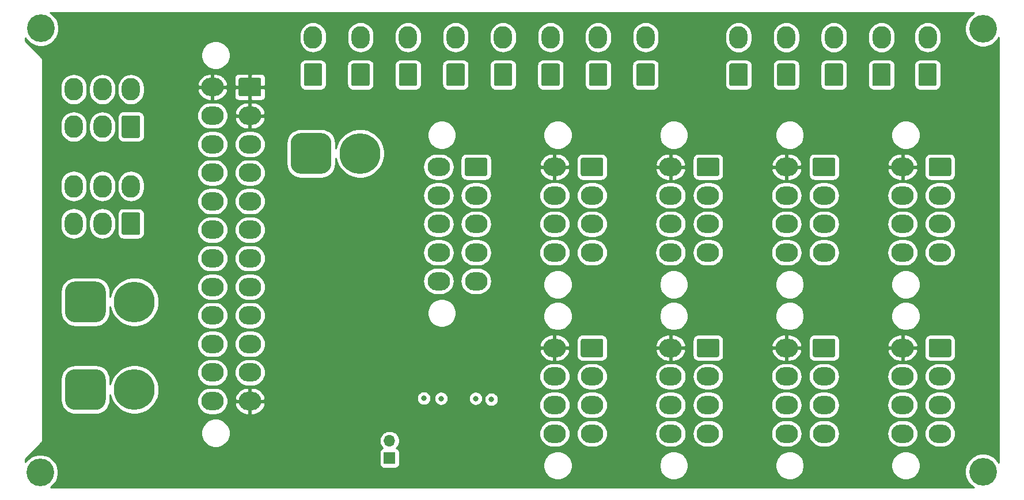
<source format=gbr>
%TF.GenerationSoftware,KiCad,Pcbnew,(5.1.12-1-10_14)*%
%TF.CreationDate,2021-11-27T15:53:19+11:00*%
%TF.ProjectId,ATX_PSU_Board,4154585f-5053-4555-9f42-6f6172642e6b,rev?*%
%TF.SameCoordinates,Original*%
%TF.FileFunction,Copper,L3,Inr*%
%TF.FilePolarity,Positive*%
%FSLAX46Y46*%
G04 Gerber Fmt 4.6, Leading zero omitted, Abs format (unit mm)*
G04 Created by KiCad (PCBNEW (5.1.12-1-10_14)) date 2021-11-27 15:53:19*
%MOMM*%
%LPD*%
G01*
G04 APERTURE LIST*
%TA.AperFunction,ComponentPad*%
%ADD10O,2.700000X3.300000*%
%TD*%
%TA.AperFunction,ComponentPad*%
%ADD11C,6.000000*%
%TD*%
%TA.AperFunction,ComponentPad*%
%ADD12O,3.300000X2.700000*%
%TD*%
%TA.AperFunction,ComponentPad*%
%ADD13O,1.700000X1.700000*%
%TD*%
%TA.AperFunction,ComponentPad*%
%ADD14R,1.700000X1.700000*%
%TD*%
%TA.AperFunction,ComponentPad*%
%ADD15C,4.064000*%
%TD*%
%TA.AperFunction,ViaPad*%
%ADD16C,0.800000*%
%TD*%
%TA.AperFunction,Conductor*%
%ADD17C,0.254000*%
%TD*%
%TA.AperFunction,Conductor*%
%ADD18C,0.100000*%
%TD*%
G04 APERTURE END LIST*
D10*
%TO.N,GND*%
%TO.C,J25*%
X43350000Y-79500000D03*
X47550000Y-79500000D03*
X51750000Y-79500000D03*
%TO.N,/+12V_SUPPLY*%
X43350000Y-85000000D03*
X47550000Y-85000000D03*
%TA.AperFunction,ComponentPad*%
G36*
G01*
X53100000Y-83600001D02*
X53100000Y-86399999D01*
G75*
G02*
X52849999Y-86650000I-250001J0D01*
G01*
X50650001Y-86650000D01*
G75*
G02*
X50400000Y-86399999I0J250001D01*
G01*
X50400000Y-83600001D01*
G75*
G02*
X50650001Y-83350000I250001J0D01*
G01*
X52849999Y-83350000D01*
G75*
G02*
X53100000Y-83600001I0J-250001D01*
G01*
G37*
%TD.AperFunction*%
%TD*%
%TO.N,GND*%
%TO.C,J26*%
X43350000Y-65250000D03*
X47550000Y-65250000D03*
X51750000Y-65250000D03*
%TO.N,/+12V_SUPPLY*%
X43350000Y-70750000D03*
X47550000Y-70750000D03*
%TA.AperFunction,ComponentPad*%
G36*
G01*
X53100000Y-69350001D02*
X53100000Y-72149999D01*
G75*
G02*
X52849999Y-72400000I-250001J0D01*
G01*
X50650001Y-72400000D01*
G75*
G02*
X50400000Y-72149999I0J250001D01*
G01*
X50400000Y-69350001D01*
G75*
G02*
X50650001Y-69100000I250001J0D01*
G01*
X52849999Y-69100000D01*
G75*
G02*
X53100000Y-69350001I0J-250001D01*
G01*
G37*
%TD.AperFunction*%
%TD*%
%TO.N,GND*%
%TO.C,J30*%
%TA.AperFunction,ComponentPad*%
G36*
G01*
X42055200Y-110926800D02*
X42055200Y-107926800D01*
G75*
G02*
X43555200Y-106426800I1500000J0D01*
G01*
X46555200Y-106426800D01*
G75*
G02*
X48055200Y-107926800I0J-1500000D01*
G01*
X48055200Y-110926800D01*
G75*
G02*
X46555200Y-112426800I-1500000J0D01*
G01*
X43555200Y-112426800D01*
G75*
G02*
X42055200Y-110926800I0J1500000D01*
G01*
G37*
%TD.AperFunction*%
D11*
%TO.N,/+12V_SUPPLY*%
X52255200Y-109426800D03*
%TD*%
%TO.N,GND*%
%TO.C,J29*%
%TA.AperFunction,ComponentPad*%
G36*
G01*
X42055200Y-98026400D02*
X42055200Y-95026400D01*
G75*
G02*
X43555200Y-93526400I1500000J0D01*
G01*
X46555200Y-93526400D01*
G75*
G02*
X48055200Y-95026400I0J-1500000D01*
G01*
X48055200Y-98026400D01*
G75*
G02*
X46555200Y-99526400I-1500000J0D01*
G01*
X43555200Y-99526400D01*
G75*
G02*
X42055200Y-98026400I0J1500000D01*
G01*
G37*
%TD.AperFunction*%
%TO.N,/+12V_SUPPLY*%
X52255200Y-96526400D03*
%TD*%
D10*
%TO.N,GND*%
%TO.C,J20*%
X168867600Y-57593600D03*
%TO.N,/+12V_SUPPLY*%
%TA.AperFunction,ComponentPad*%
G36*
G01*
X170217600Y-61693601D02*
X170217600Y-64493599D01*
G75*
G02*
X169967599Y-64743600I-250001J0D01*
G01*
X167767601Y-64743600D01*
G75*
G02*
X167517600Y-64493599I0J250001D01*
G01*
X167517600Y-61693601D01*
G75*
G02*
X167767601Y-61443600I250001J0D01*
G01*
X169967599Y-61443600D01*
G75*
G02*
X170217600Y-61693601I0J-250001D01*
G01*
G37*
%TD.AperFunction*%
%TD*%
D12*
%TO.N,/+12V_SUPPLY*%
%TO.C,J11*%
X165196400Y-115901800D03*
%TO.N,/+5V_SUPPLY*%
X165196400Y-111701800D03*
X165196400Y-107501800D03*
%TO.N,/+3.3V_SUPPLY*%
X165196400Y-103301800D03*
%TO.N,/+12V_SUPPLY*%
X170696400Y-115901800D03*
X170696400Y-111701800D03*
%TO.N,GND*%
X170696400Y-107501800D03*
%TA.AperFunction,ComponentPad*%
G36*
G01*
X169296401Y-101951800D02*
X172096399Y-101951800D01*
G75*
G02*
X172346400Y-102201801I0J-250001D01*
G01*
X172346400Y-104401799D01*
G75*
G02*
X172096399Y-104651800I-250001J0D01*
G01*
X169296401Y-104651800D01*
G75*
G02*
X169046400Y-104401799I0J250001D01*
G01*
X169046400Y-102201801D01*
G75*
G02*
X169296401Y-101951800I250001J0D01*
G01*
G37*
%TD.AperFunction*%
%TD*%
D10*
%TO.N,GND*%
%TO.C,J24*%
X141083632Y-57607200D03*
%TO.N,/+12V_SUPPLY*%
%TA.AperFunction,ComponentPad*%
G36*
G01*
X142433632Y-61707201D02*
X142433632Y-64507199D01*
G75*
G02*
X142183631Y-64757200I-250001J0D01*
G01*
X139983633Y-64757200D01*
G75*
G02*
X139733632Y-64507199I0J250001D01*
G01*
X139733632Y-61707201D01*
G75*
G02*
X139983633Y-61457200I250001J0D01*
G01*
X142183631Y-61457200D01*
G75*
G02*
X142433632Y-61707201I0J-250001D01*
G01*
G37*
%TD.AperFunction*%
%TD*%
%TO.N,GND*%
%TO.C,J23*%
X148086774Y-57607200D03*
%TO.N,/+12V_SUPPLY*%
%TA.AperFunction,ComponentPad*%
G36*
G01*
X149436774Y-61707201D02*
X149436774Y-64507199D01*
G75*
G02*
X149186773Y-64757200I-250001J0D01*
G01*
X146986775Y-64757200D01*
G75*
G02*
X146736774Y-64507199I0J250001D01*
G01*
X146736774Y-61707201D01*
G75*
G02*
X146986775Y-61457200I250001J0D01*
G01*
X149186773Y-61457200D01*
G75*
G02*
X149436774Y-61707201I0J-250001D01*
G01*
G37*
%TD.AperFunction*%
%TD*%
%TO.N,GND*%
%TO.C,J22*%
X155089916Y-57607200D03*
%TO.N,/+12V_SUPPLY*%
%TA.AperFunction,ComponentPad*%
G36*
G01*
X156439916Y-61707201D02*
X156439916Y-64507199D01*
G75*
G02*
X156189915Y-64757200I-250001J0D01*
G01*
X153989917Y-64757200D01*
G75*
G02*
X153739916Y-64507199I0J250001D01*
G01*
X153739916Y-61707201D01*
G75*
G02*
X153989917Y-61457200I250001J0D01*
G01*
X156189915Y-61457200D01*
G75*
G02*
X156439916Y-61707201I0J-250001D01*
G01*
G37*
%TD.AperFunction*%
%TD*%
%TO.N,GND*%
%TO.C,J21*%
X162093058Y-57607200D03*
%TO.N,/+12V_SUPPLY*%
%TA.AperFunction,ComponentPad*%
G36*
G01*
X163443058Y-61707201D02*
X163443058Y-64507199D01*
G75*
G02*
X163193057Y-64757200I-250001J0D01*
G01*
X160993059Y-64757200D01*
G75*
G02*
X160743058Y-64507199I0J250001D01*
G01*
X160743058Y-61707201D01*
G75*
G02*
X160993059Y-61457200I250001J0D01*
G01*
X163193057Y-61457200D01*
G75*
G02*
X163443058Y-61707201I0J-250001D01*
G01*
G37*
%TD.AperFunction*%
%TD*%
%TO.N,GND*%
%TO.C,J19*%
X127414800Y-57593600D03*
%TO.N,/+5V_SUPPLY*%
%TA.AperFunction,ComponentPad*%
G36*
G01*
X128764800Y-61693601D02*
X128764800Y-64493599D01*
G75*
G02*
X128514799Y-64743600I-250001J0D01*
G01*
X126314801Y-64743600D01*
G75*
G02*
X126064800Y-64493599I0J250001D01*
G01*
X126064800Y-61693601D01*
G75*
G02*
X126314801Y-61443600I250001J0D01*
G01*
X128514799Y-61443600D01*
G75*
G02*
X128764800Y-61693601I0J-250001D01*
G01*
G37*
%TD.AperFunction*%
%TD*%
%TO.N,GND*%
%TO.C,J18*%
X120429800Y-57593600D03*
%TO.N,/+5V_SUPPLY*%
%TA.AperFunction,ComponentPad*%
G36*
G01*
X121779800Y-61693601D02*
X121779800Y-64493599D01*
G75*
G02*
X121529799Y-64743600I-250001J0D01*
G01*
X119329801Y-64743600D01*
G75*
G02*
X119079800Y-64493599I0J250001D01*
G01*
X119079800Y-61693601D01*
G75*
G02*
X119329801Y-61443600I250001J0D01*
G01*
X121529799Y-61443600D01*
G75*
G02*
X121779800Y-61693601I0J-250001D01*
G01*
G37*
%TD.AperFunction*%
%TD*%
%TO.N,GND*%
%TO.C,J17*%
X113444800Y-57593600D03*
%TO.N,/+5V_SUPPLY*%
%TA.AperFunction,ComponentPad*%
G36*
G01*
X114794800Y-61693601D02*
X114794800Y-64493599D01*
G75*
G02*
X114544799Y-64743600I-250001J0D01*
G01*
X112344801Y-64743600D01*
G75*
G02*
X112094800Y-64493599I0J250001D01*
G01*
X112094800Y-61693601D01*
G75*
G02*
X112344801Y-61443600I250001J0D01*
G01*
X114544799Y-61443600D01*
G75*
G02*
X114794800Y-61693601I0J-250001D01*
G01*
G37*
%TD.AperFunction*%
%TD*%
%TO.N,GND*%
%TO.C,J16*%
X106459800Y-57593600D03*
%TO.N,/+5V_SUPPLY*%
%TA.AperFunction,ComponentPad*%
G36*
G01*
X107809800Y-61693601D02*
X107809800Y-64493599D01*
G75*
G02*
X107559799Y-64743600I-250001J0D01*
G01*
X105359801Y-64743600D01*
G75*
G02*
X105109800Y-64493599I0J250001D01*
G01*
X105109800Y-61693601D01*
G75*
G02*
X105359801Y-61443600I250001J0D01*
G01*
X107559799Y-61443600D01*
G75*
G02*
X107809800Y-61693601I0J-250001D01*
G01*
G37*
%TD.AperFunction*%
%TD*%
%TO.N,GND*%
%TO.C,J15*%
X99474800Y-57593600D03*
%TO.N,/+5V_SUPPLY*%
%TA.AperFunction,ComponentPad*%
G36*
G01*
X100824800Y-61693601D02*
X100824800Y-64493599D01*
G75*
G02*
X100574799Y-64743600I-250001J0D01*
G01*
X98374801Y-64743600D01*
G75*
G02*
X98124800Y-64493599I0J250001D01*
G01*
X98124800Y-61693601D01*
G75*
G02*
X98374801Y-61443600I250001J0D01*
G01*
X100574799Y-61443600D01*
G75*
G02*
X100824800Y-61693601I0J-250001D01*
G01*
G37*
%TD.AperFunction*%
%TD*%
%TO.N,GND*%
%TO.C,J14*%
X92489800Y-57593600D03*
%TO.N,/+5V_SUPPLY*%
%TA.AperFunction,ComponentPad*%
G36*
G01*
X93839800Y-61693601D02*
X93839800Y-64493599D01*
G75*
G02*
X93589799Y-64743600I-250001J0D01*
G01*
X91389801Y-64743600D01*
G75*
G02*
X91139800Y-64493599I0J250001D01*
G01*
X91139800Y-61693601D01*
G75*
G02*
X91389801Y-61443600I250001J0D01*
G01*
X93589799Y-61443600D01*
G75*
G02*
X93839800Y-61693601I0J-250001D01*
G01*
G37*
%TD.AperFunction*%
%TD*%
%TO.N,GND*%
%TO.C,J13*%
X85504800Y-57593600D03*
%TO.N,/+5V_SUPPLY*%
%TA.AperFunction,ComponentPad*%
G36*
G01*
X86854800Y-61693601D02*
X86854800Y-64493599D01*
G75*
G02*
X86604799Y-64743600I-250001J0D01*
G01*
X84404801Y-64743600D01*
G75*
G02*
X84154800Y-64493599I0J250001D01*
G01*
X84154800Y-61693601D01*
G75*
G02*
X84404801Y-61443600I250001J0D01*
G01*
X86604799Y-61443600D01*
G75*
G02*
X86854800Y-61693601I0J-250001D01*
G01*
G37*
%TD.AperFunction*%
%TD*%
%TO.N,GND*%
%TO.C,J12*%
X78519800Y-57593600D03*
%TO.N,/+5V_SUPPLY*%
%TA.AperFunction,ComponentPad*%
G36*
G01*
X79869800Y-61693601D02*
X79869800Y-64493599D01*
G75*
G02*
X79619799Y-64743600I-250001J0D01*
G01*
X77419801Y-64743600D01*
G75*
G02*
X77169800Y-64493599I0J250001D01*
G01*
X77169800Y-61693601D01*
G75*
G02*
X77419801Y-61443600I250001J0D01*
G01*
X79619799Y-61443600D01*
G75*
G02*
X79869800Y-61693601I0J-250001D01*
G01*
G37*
%TD.AperFunction*%
%TD*%
%TO.N,GND*%
%TO.C,J28*%
%TA.AperFunction,ComponentPad*%
G36*
G01*
X75228400Y-76176800D02*
X75228400Y-73176800D01*
G75*
G02*
X76728400Y-71676800I1500000J0D01*
G01*
X79728400Y-71676800D01*
G75*
G02*
X81228400Y-73176800I0J-1500000D01*
G01*
X81228400Y-76176800D01*
G75*
G02*
X79728400Y-77676800I-1500000J0D01*
G01*
X76728400Y-77676800D01*
G75*
G02*
X75228400Y-76176800I0J1500000D01*
G01*
G37*
%TD.AperFunction*%
D11*
%TO.N,/+5V_SUPPLY*%
X85428400Y-74676800D03*
%TD*%
D13*
%TO.N,GND*%
%TO.C,J1*%
X89772000Y-116967000D03*
D14*
%TO.N,/PS_ON*%
X89772000Y-119507000D03*
%TD*%
D12*
%TO.N,/+12V_SUPPLY*%
%TO.C,J5*%
X131091000Y-89264600D03*
%TO.N,/+5V_SUPPLY*%
X131091000Y-85064600D03*
X131091000Y-80864600D03*
%TO.N,/+3.3V_SUPPLY*%
X131091000Y-76664600D03*
%TO.N,/+12V_SUPPLY*%
X136591000Y-89264600D03*
X136591000Y-85064600D03*
%TO.N,GND*%
X136591000Y-80864600D03*
%TA.AperFunction,ComponentPad*%
G36*
G01*
X135191001Y-75314600D02*
X137990999Y-75314600D01*
G75*
G02*
X138241000Y-75564601I0J-250001D01*
G01*
X138241000Y-77764599D01*
G75*
G02*
X137990999Y-78014600I-250001J0D01*
G01*
X135191001Y-78014600D01*
G75*
G02*
X134941000Y-77764599I0J250001D01*
G01*
X134941000Y-75564601D01*
G75*
G02*
X135191001Y-75314600I250001J0D01*
G01*
G37*
%TD.AperFunction*%
%TD*%
%TO.N,/+12V_SUPPLY*%
%TO.C,J7*%
X165196400Y-89264600D03*
%TO.N,/+5V_SUPPLY*%
X165196400Y-85064600D03*
X165196400Y-80864600D03*
%TO.N,/+3.3V_SUPPLY*%
X165196400Y-76664600D03*
%TO.N,/+12V_SUPPLY*%
X170696400Y-89264600D03*
X170696400Y-85064600D03*
%TO.N,GND*%
X170696400Y-80864600D03*
%TA.AperFunction,ComponentPad*%
G36*
G01*
X169296401Y-75314600D02*
X172096399Y-75314600D01*
G75*
G02*
X172346400Y-75564601I0J-250001D01*
G01*
X172346400Y-77764599D01*
G75*
G02*
X172096399Y-78014600I-250001J0D01*
G01*
X169296401Y-78014600D01*
G75*
G02*
X169046400Y-77764599I0J250001D01*
G01*
X169046400Y-75564601D01*
G75*
G02*
X169296401Y-75314600I250001J0D01*
G01*
G37*
%TD.AperFunction*%
%TD*%
D15*
%TO.N,N/C*%
%TO.C,H4*%
X177000000Y-56337200D03*
%TD*%
%TO.N,N/C*%
%TO.C,H3*%
X38404800Y-121615200D03*
%TD*%
%TO.N,N/C*%
%TO.C,H2*%
X177000000Y-121500000D03*
%TD*%
%TO.N,N/C*%
%TO.C,H1*%
X38506400Y-56286400D03*
%TD*%
D12*
%TO.N,/+12V_SUPPLY*%
%TO.C,J10*%
X148143700Y-115901800D03*
%TO.N,/+5V_SUPPLY*%
X148143700Y-111701800D03*
X148143700Y-107501800D03*
%TO.N,/+3.3V_SUPPLY*%
X148143700Y-103301800D03*
%TO.N,/+12V_SUPPLY*%
X153643700Y-115901800D03*
X153643700Y-111701800D03*
%TO.N,GND*%
X153643700Y-107501800D03*
%TA.AperFunction,ComponentPad*%
G36*
G01*
X152243701Y-101951800D02*
X155043699Y-101951800D01*
G75*
G02*
X155293700Y-102201801I0J-250001D01*
G01*
X155293700Y-104401799D01*
G75*
G02*
X155043699Y-104651800I-250001J0D01*
G01*
X152243701Y-104651800D01*
G75*
G02*
X151993700Y-104401799I0J250001D01*
G01*
X151993700Y-102201801D01*
G75*
G02*
X152243701Y-101951800I250001J0D01*
G01*
G37*
%TD.AperFunction*%
%TD*%
%TO.N,/+12V_SUPPLY*%
%TO.C,J9*%
X131091000Y-115901800D03*
%TO.N,/+5V_SUPPLY*%
X131091000Y-111701800D03*
X131091000Y-107501800D03*
%TO.N,/+3.3V_SUPPLY*%
X131091000Y-103301800D03*
%TO.N,/+12V_SUPPLY*%
X136591000Y-115901800D03*
X136591000Y-111701800D03*
%TO.N,GND*%
X136591000Y-107501800D03*
%TA.AperFunction,ComponentPad*%
G36*
G01*
X135191001Y-101951800D02*
X137990999Y-101951800D01*
G75*
G02*
X138241000Y-102201801I0J-250001D01*
G01*
X138241000Y-104401799D01*
G75*
G02*
X137990999Y-104651800I-250001J0D01*
G01*
X135191001Y-104651800D01*
G75*
G02*
X134941000Y-104401799I0J250001D01*
G01*
X134941000Y-102201801D01*
G75*
G02*
X135191001Y-101951800I250001J0D01*
G01*
G37*
%TD.AperFunction*%
%TD*%
%TO.N,/+12V_SUPPLY*%
%TO.C,J8*%
X114038300Y-115901800D03*
%TO.N,/+5V_SUPPLY*%
X114038300Y-111701800D03*
X114038300Y-107501800D03*
%TO.N,/+3.3V_SUPPLY*%
X114038300Y-103301800D03*
%TO.N,/+12V_SUPPLY*%
X119538300Y-115901800D03*
X119538300Y-111701800D03*
%TO.N,GND*%
X119538300Y-107501800D03*
%TA.AperFunction,ComponentPad*%
G36*
G01*
X118138301Y-101951800D02*
X120938299Y-101951800D01*
G75*
G02*
X121188300Y-102201801I0J-250001D01*
G01*
X121188300Y-104401799D01*
G75*
G02*
X120938299Y-104651800I-250001J0D01*
G01*
X118138301Y-104651800D01*
G75*
G02*
X117888300Y-104401799I0J250001D01*
G01*
X117888300Y-102201801D01*
G75*
G02*
X118138301Y-101951800I250001J0D01*
G01*
G37*
%TD.AperFunction*%
%TD*%
%TO.N,/+12V_SUPPLY*%
%TO.C,J6*%
X148143700Y-89264600D03*
%TO.N,/+5V_SUPPLY*%
X148143700Y-85064600D03*
X148143700Y-80864600D03*
%TO.N,/+3.3V_SUPPLY*%
X148143700Y-76664600D03*
%TO.N,/+12V_SUPPLY*%
X153643700Y-89264600D03*
X153643700Y-85064600D03*
%TO.N,GND*%
X153643700Y-80864600D03*
%TA.AperFunction,ComponentPad*%
G36*
G01*
X152243701Y-75314600D02*
X155043699Y-75314600D01*
G75*
G02*
X155293700Y-75564601I0J-250001D01*
G01*
X155293700Y-77764599D01*
G75*
G02*
X155043699Y-78014600I-250001J0D01*
G01*
X152243701Y-78014600D01*
G75*
G02*
X151993700Y-77764599I0J250001D01*
G01*
X151993700Y-75564601D01*
G75*
G02*
X152243701Y-75314600I250001J0D01*
G01*
G37*
%TD.AperFunction*%
%TD*%
%TO.N,/+12V_SUPPLY*%
%TO.C,J4*%
X114038300Y-89264600D03*
%TO.N,/+5V_SUPPLY*%
X114038300Y-85064600D03*
X114038300Y-80864600D03*
%TO.N,/+3.3V_SUPPLY*%
X114038300Y-76664600D03*
%TO.N,/+12V_SUPPLY*%
X119538300Y-89264600D03*
X119538300Y-85064600D03*
%TO.N,GND*%
X119538300Y-80864600D03*
%TA.AperFunction,ComponentPad*%
G36*
G01*
X118138301Y-75314600D02*
X120938299Y-75314600D01*
G75*
G02*
X121188300Y-75564601I0J-250001D01*
G01*
X121188300Y-77764599D01*
G75*
G02*
X120938299Y-78014600I-250001J0D01*
G01*
X118138301Y-78014600D01*
G75*
G02*
X117888300Y-77764599I0J250001D01*
G01*
X117888300Y-75564601D01*
G75*
G02*
X118138301Y-75314600I250001J0D01*
G01*
G37*
%TD.AperFunction*%
%TD*%
%TO.N,GND*%
%TO.C,J3*%
X96985600Y-93464600D03*
X96985600Y-89264600D03*
%TO.N,/+12V_SUPPLY*%
X96985600Y-85064600D03*
%TO.N,/+5V_SUPPLY*%
X96985600Y-80864600D03*
X96985600Y-76664600D03*
%TO.N,GND*%
X102485600Y-93464600D03*
X102485600Y-89264600D03*
%TO.N,/+5V_SUPPLY*%
X102485600Y-85064600D03*
X102485600Y-80864600D03*
%TA.AperFunction,ComponentPad*%
G36*
G01*
X101085601Y-75314600D02*
X103885599Y-75314600D01*
G75*
G02*
X104135600Y-75564601I0J-250001D01*
G01*
X104135600Y-77764599D01*
G75*
G02*
X103885599Y-78014600I-250001J0D01*
G01*
X101085601Y-78014600D01*
G75*
G02*
X100835600Y-77764599I0J250001D01*
G01*
X100835600Y-75564601D01*
G75*
G02*
X101085601Y-75314600I250001J0D01*
G01*
G37*
%TD.AperFunction*%
%TD*%
%TO.N,GND*%
%TO.C,J2*%
X63748800Y-111122400D03*
%TO.N,/+5V_SUPPLY*%
X63748800Y-106922400D03*
X63748800Y-102722400D03*
X63748800Y-98522400D03*
%TO.N,Net-(J2-Pad20)*%
X63748800Y-94322400D03*
%TO.N,GND*%
X63748800Y-90122400D03*
X63748800Y-85922400D03*
X63748800Y-81722400D03*
%TO.N,/PS_ON*%
X63748800Y-77522400D03*
%TO.N,GND*%
X63748800Y-73322400D03*
%TO.N,Net-(J2-Pad14)*%
X63748800Y-69122400D03*
%TO.N,/+3.3V_SUPPLY*%
X63748800Y-64922400D03*
X69248800Y-111122400D03*
%TO.N,/+12V_SUPPLY*%
X69248800Y-106922400D03*
X69248800Y-102722400D03*
%TO.N,/+5VSB_SUPPLY*%
X69248800Y-98522400D03*
%TO.N,/PWR_OK*%
X69248800Y-94322400D03*
%TO.N,GND*%
X69248800Y-90122400D03*
%TO.N,/+5V_SUPPLY*%
X69248800Y-85922400D03*
%TO.N,GND*%
X69248800Y-81722400D03*
%TO.N,/+5V_SUPPLY*%
X69248800Y-77522400D03*
%TO.N,GND*%
X69248800Y-73322400D03*
%TO.N,/+3.3V_SUPPLY*%
X69248800Y-69122400D03*
%TA.AperFunction,ComponentPad*%
G36*
G01*
X67848801Y-63572400D02*
X70648799Y-63572400D01*
G75*
G02*
X70898800Y-63822401I0J-250001D01*
G01*
X70898800Y-66022399D01*
G75*
G02*
X70648799Y-66272400I-250001J0D01*
G01*
X67848801Y-66272400D01*
G75*
G02*
X67598800Y-66022399I0J250001D01*
G01*
X67598800Y-63822401D01*
G75*
G02*
X67848801Y-63572400I250001J0D01*
G01*
G37*
%TD.AperFunction*%
%TD*%
D16*
%TO.N,/+5V_SUPPLY*%
X97346000Y-110737600D03*
%TO.N,/+3.3V_SUPPLY*%
X99886000Y-110737600D03*
%TO.N,/+12V_SUPPLY*%
X102426000Y-110737600D03*
%TO.N,/+5VSB_SUPPLY*%
X94806000Y-110698000D03*
%TO.N,/PWR_OK*%
X104750000Y-110863000D03*
%TD*%
D17*
%TO.N,/+3.3V_SUPPLY*%
X175299887Y-54265606D02*
X174928406Y-54637087D01*
X174636536Y-55073902D01*
X174435492Y-55559265D01*
X174333000Y-56074523D01*
X174333000Y-56599877D01*
X174435492Y-57115135D01*
X174636536Y-57600498D01*
X174928406Y-58037313D01*
X175299887Y-58408794D01*
X175736702Y-58700664D01*
X176222065Y-58901708D01*
X176737323Y-59004200D01*
X177262677Y-59004200D01*
X177777935Y-58901708D01*
X178263298Y-58700664D01*
X178700113Y-58408794D01*
X179071594Y-58037313D01*
X179340001Y-57635613D01*
X179340000Y-120201586D01*
X179071594Y-119799887D01*
X178700113Y-119428406D01*
X178263298Y-119136536D01*
X177777935Y-118935492D01*
X177262677Y-118833000D01*
X176737323Y-118833000D01*
X176222065Y-118935492D01*
X175736702Y-119136536D01*
X175299887Y-119428406D01*
X174928406Y-119799887D01*
X174636536Y-120236702D01*
X174435492Y-120722065D01*
X174333000Y-121237323D01*
X174333000Y-121762677D01*
X174435492Y-122277935D01*
X174636536Y-122763298D01*
X174928406Y-123200113D01*
X175299887Y-123571594D01*
X175641721Y-123800000D01*
X39935488Y-123800000D01*
X40104913Y-123686794D01*
X40476394Y-123315313D01*
X40768264Y-122878498D01*
X40969308Y-122393135D01*
X41071800Y-121877877D01*
X41071800Y-121352523D01*
X40969308Y-120837265D01*
X40768264Y-120351902D01*
X40476394Y-119915087D01*
X40104913Y-119543606D01*
X39668098Y-119251736D01*
X39182735Y-119050692D01*
X38667477Y-118948200D01*
X38142123Y-118948200D01*
X37626865Y-119050692D01*
X37141502Y-119251736D01*
X36704687Y-119543606D01*
X36333206Y-119915087D01*
X36220000Y-120084512D01*
X36220000Y-119653380D01*
X37216380Y-118657000D01*
X88283928Y-118657000D01*
X88283928Y-120357000D01*
X88296188Y-120481482D01*
X88332498Y-120601180D01*
X88391463Y-120711494D01*
X88470815Y-120808185D01*
X88567506Y-120887537D01*
X88677820Y-120946502D01*
X88797518Y-120982812D01*
X88922000Y-120995072D01*
X90622000Y-120995072D01*
X90746482Y-120982812D01*
X90866180Y-120946502D01*
X90976494Y-120887537D01*
X91073185Y-120808185D01*
X91152537Y-120711494D01*
X91211502Y-120601180D01*
X91247812Y-120481482D01*
X91256672Y-120391521D01*
X112363300Y-120391521D01*
X112363300Y-120812079D01*
X112445347Y-121224556D01*
X112606288Y-121613102D01*
X112839937Y-121962783D01*
X113137317Y-122260163D01*
X113486998Y-122493812D01*
X113875544Y-122654753D01*
X114288021Y-122736800D01*
X114708579Y-122736800D01*
X115121056Y-122654753D01*
X115509602Y-122493812D01*
X115859283Y-122260163D01*
X116156663Y-121962783D01*
X116390312Y-121613102D01*
X116551253Y-121224556D01*
X116633300Y-120812079D01*
X116633300Y-120391521D01*
X129416000Y-120391521D01*
X129416000Y-120812079D01*
X129498047Y-121224556D01*
X129658988Y-121613102D01*
X129892637Y-121962783D01*
X130190017Y-122260163D01*
X130539698Y-122493812D01*
X130928244Y-122654753D01*
X131340721Y-122736800D01*
X131761279Y-122736800D01*
X132173756Y-122654753D01*
X132562302Y-122493812D01*
X132911983Y-122260163D01*
X133209363Y-121962783D01*
X133443012Y-121613102D01*
X133603953Y-121224556D01*
X133686000Y-120812079D01*
X133686000Y-120391521D01*
X146468700Y-120391521D01*
X146468700Y-120812079D01*
X146550747Y-121224556D01*
X146711688Y-121613102D01*
X146945337Y-121962783D01*
X147242717Y-122260163D01*
X147592398Y-122493812D01*
X147980944Y-122654753D01*
X148393421Y-122736800D01*
X148813979Y-122736800D01*
X149226456Y-122654753D01*
X149615002Y-122493812D01*
X149964683Y-122260163D01*
X150262063Y-121962783D01*
X150495712Y-121613102D01*
X150656653Y-121224556D01*
X150738700Y-120812079D01*
X150738700Y-120391521D01*
X163521400Y-120391521D01*
X163521400Y-120812079D01*
X163603447Y-121224556D01*
X163764388Y-121613102D01*
X163998037Y-121962783D01*
X164295417Y-122260163D01*
X164645098Y-122493812D01*
X165033644Y-122654753D01*
X165446121Y-122736800D01*
X165866679Y-122736800D01*
X166279156Y-122654753D01*
X166667702Y-122493812D01*
X167017383Y-122260163D01*
X167314763Y-121962783D01*
X167548412Y-121613102D01*
X167709353Y-121224556D01*
X167791400Y-120812079D01*
X167791400Y-120391521D01*
X167709353Y-119979044D01*
X167548412Y-119590498D01*
X167314763Y-119240817D01*
X167017383Y-118943437D01*
X166667702Y-118709788D01*
X166279156Y-118548847D01*
X165866679Y-118466800D01*
X165446121Y-118466800D01*
X165033644Y-118548847D01*
X164645098Y-118709788D01*
X164295417Y-118943437D01*
X163998037Y-119240817D01*
X163764388Y-119590498D01*
X163603447Y-119979044D01*
X163521400Y-120391521D01*
X150738700Y-120391521D01*
X150656653Y-119979044D01*
X150495712Y-119590498D01*
X150262063Y-119240817D01*
X149964683Y-118943437D01*
X149615002Y-118709788D01*
X149226456Y-118548847D01*
X148813979Y-118466800D01*
X148393421Y-118466800D01*
X147980944Y-118548847D01*
X147592398Y-118709788D01*
X147242717Y-118943437D01*
X146945337Y-119240817D01*
X146711688Y-119590498D01*
X146550747Y-119979044D01*
X146468700Y-120391521D01*
X133686000Y-120391521D01*
X133603953Y-119979044D01*
X133443012Y-119590498D01*
X133209363Y-119240817D01*
X132911983Y-118943437D01*
X132562302Y-118709788D01*
X132173756Y-118548847D01*
X131761279Y-118466800D01*
X131340721Y-118466800D01*
X130928244Y-118548847D01*
X130539698Y-118709788D01*
X130190017Y-118943437D01*
X129892637Y-119240817D01*
X129658988Y-119590498D01*
X129498047Y-119979044D01*
X129416000Y-120391521D01*
X116633300Y-120391521D01*
X116551253Y-119979044D01*
X116390312Y-119590498D01*
X116156663Y-119240817D01*
X115859283Y-118943437D01*
X115509602Y-118709788D01*
X115121056Y-118548847D01*
X114708579Y-118466800D01*
X114288021Y-118466800D01*
X113875544Y-118548847D01*
X113486998Y-118709788D01*
X113137317Y-118943437D01*
X112839937Y-119240817D01*
X112606288Y-119590498D01*
X112445347Y-119979044D01*
X112363300Y-120391521D01*
X91256672Y-120391521D01*
X91260072Y-120357000D01*
X91260072Y-118657000D01*
X91247812Y-118532518D01*
X91211502Y-118412820D01*
X91152537Y-118302506D01*
X91073185Y-118205815D01*
X90976494Y-118126463D01*
X90866180Y-118067498D01*
X90793620Y-118045487D01*
X90925475Y-117913632D01*
X91087990Y-117670411D01*
X91199932Y-117400158D01*
X91257000Y-117113260D01*
X91257000Y-116820740D01*
X91199932Y-116533842D01*
X91087990Y-116263589D01*
X90925475Y-116020368D01*
X90806907Y-115901800D01*
X111743696Y-115901800D01*
X111782022Y-116290928D01*
X111895526Y-116665102D01*
X112079847Y-117009943D01*
X112327902Y-117312198D01*
X112630157Y-117560253D01*
X112974998Y-117744574D01*
X113349172Y-117858078D01*
X113640790Y-117886800D01*
X114435810Y-117886800D01*
X114727428Y-117858078D01*
X115101602Y-117744574D01*
X115446443Y-117560253D01*
X115748698Y-117312198D01*
X115996753Y-117009943D01*
X116181074Y-116665102D01*
X116294578Y-116290928D01*
X116332904Y-115901800D01*
X117243696Y-115901800D01*
X117282022Y-116290928D01*
X117395526Y-116665102D01*
X117579847Y-117009943D01*
X117827902Y-117312198D01*
X118130157Y-117560253D01*
X118474998Y-117744574D01*
X118849172Y-117858078D01*
X119140790Y-117886800D01*
X119935810Y-117886800D01*
X120227428Y-117858078D01*
X120601602Y-117744574D01*
X120946443Y-117560253D01*
X121248698Y-117312198D01*
X121496753Y-117009943D01*
X121681074Y-116665102D01*
X121794578Y-116290928D01*
X121832904Y-115901800D01*
X128796396Y-115901800D01*
X128834722Y-116290928D01*
X128948226Y-116665102D01*
X129132547Y-117009943D01*
X129380602Y-117312198D01*
X129682857Y-117560253D01*
X130027698Y-117744574D01*
X130401872Y-117858078D01*
X130693490Y-117886800D01*
X131488510Y-117886800D01*
X131780128Y-117858078D01*
X132154302Y-117744574D01*
X132499143Y-117560253D01*
X132801398Y-117312198D01*
X133049453Y-117009943D01*
X133233774Y-116665102D01*
X133347278Y-116290928D01*
X133385604Y-115901800D01*
X134296396Y-115901800D01*
X134334722Y-116290928D01*
X134448226Y-116665102D01*
X134632547Y-117009943D01*
X134880602Y-117312198D01*
X135182857Y-117560253D01*
X135527698Y-117744574D01*
X135901872Y-117858078D01*
X136193490Y-117886800D01*
X136988510Y-117886800D01*
X137280128Y-117858078D01*
X137654302Y-117744574D01*
X137999143Y-117560253D01*
X138301398Y-117312198D01*
X138549453Y-117009943D01*
X138733774Y-116665102D01*
X138847278Y-116290928D01*
X138885604Y-115901800D01*
X145849096Y-115901800D01*
X145887422Y-116290928D01*
X146000926Y-116665102D01*
X146185247Y-117009943D01*
X146433302Y-117312198D01*
X146735557Y-117560253D01*
X147080398Y-117744574D01*
X147454572Y-117858078D01*
X147746190Y-117886800D01*
X148541210Y-117886800D01*
X148832828Y-117858078D01*
X149207002Y-117744574D01*
X149551843Y-117560253D01*
X149854098Y-117312198D01*
X150102153Y-117009943D01*
X150286474Y-116665102D01*
X150399978Y-116290928D01*
X150438304Y-115901800D01*
X151349096Y-115901800D01*
X151387422Y-116290928D01*
X151500926Y-116665102D01*
X151685247Y-117009943D01*
X151933302Y-117312198D01*
X152235557Y-117560253D01*
X152580398Y-117744574D01*
X152954572Y-117858078D01*
X153246190Y-117886800D01*
X154041210Y-117886800D01*
X154332828Y-117858078D01*
X154707002Y-117744574D01*
X155051843Y-117560253D01*
X155354098Y-117312198D01*
X155602153Y-117009943D01*
X155786474Y-116665102D01*
X155899978Y-116290928D01*
X155938304Y-115901800D01*
X162901796Y-115901800D01*
X162940122Y-116290928D01*
X163053626Y-116665102D01*
X163237947Y-117009943D01*
X163486002Y-117312198D01*
X163788257Y-117560253D01*
X164133098Y-117744574D01*
X164507272Y-117858078D01*
X164798890Y-117886800D01*
X165593910Y-117886800D01*
X165885528Y-117858078D01*
X166259702Y-117744574D01*
X166604543Y-117560253D01*
X166906798Y-117312198D01*
X167154853Y-117009943D01*
X167339174Y-116665102D01*
X167452678Y-116290928D01*
X167491004Y-115901800D01*
X168401796Y-115901800D01*
X168440122Y-116290928D01*
X168553626Y-116665102D01*
X168737947Y-117009943D01*
X168986002Y-117312198D01*
X169288257Y-117560253D01*
X169633098Y-117744574D01*
X170007272Y-117858078D01*
X170298890Y-117886800D01*
X171093910Y-117886800D01*
X171385528Y-117858078D01*
X171759702Y-117744574D01*
X172104543Y-117560253D01*
X172406798Y-117312198D01*
X172654853Y-117009943D01*
X172839174Y-116665102D01*
X172952678Y-116290928D01*
X172991004Y-115901800D01*
X172952678Y-115512672D01*
X172839174Y-115138498D01*
X172654853Y-114793657D01*
X172406798Y-114491402D01*
X172104543Y-114243347D01*
X171759702Y-114059026D01*
X171385528Y-113945522D01*
X171093910Y-113916800D01*
X170298890Y-113916800D01*
X170007272Y-113945522D01*
X169633098Y-114059026D01*
X169288257Y-114243347D01*
X168986002Y-114491402D01*
X168737947Y-114793657D01*
X168553626Y-115138498D01*
X168440122Y-115512672D01*
X168401796Y-115901800D01*
X167491004Y-115901800D01*
X167452678Y-115512672D01*
X167339174Y-115138498D01*
X167154853Y-114793657D01*
X166906798Y-114491402D01*
X166604543Y-114243347D01*
X166259702Y-114059026D01*
X165885528Y-113945522D01*
X165593910Y-113916800D01*
X164798890Y-113916800D01*
X164507272Y-113945522D01*
X164133098Y-114059026D01*
X163788257Y-114243347D01*
X163486002Y-114491402D01*
X163237947Y-114793657D01*
X163053626Y-115138498D01*
X162940122Y-115512672D01*
X162901796Y-115901800D01*
X155938304Y-115901800D01*
X155899978Y-115512672D01*
X155786474Y-115138498D01*
X155602153Y-114793657D01*
X155354098Y-114491402D01*
X155051843Y-114243347D01*
X154707002Y-114059026D01*
X154332828Y-113945522D01*
X154041210Y-113916800D01*
X153246190Y-113916800D01*
X152954572Y-113945522D01*
X152580398Y-114059026D01*
X152235557Y-114243347D01*
X151933302Y-114491402D01*
X151685247Y-114793657D01*
X151500926Y-115138498D01*
X151387422Y-115512672D01*
X151349096Y-115901800D01*
X150438304Y-115901800D01*
X150399978Y-115512672D01*
X150286474Y-115138498D01*
X150102153Y-114793657D01*
X149854098Y-114491402D01*
X149551843Y-114243347D01*
X149207002Y-114059026D01*
X148832828Y-113945522D01*
X148541210Y-113916800D01*
X147746190Y-113916800D01*
X147454572Y-113945522D01*
X147080398Y-114059026D01*
X146735557Y-114243347D01*
X146433302Y-114491402D01*
X146185247Y-114793657D01*
X146000926Y-115138498D01*
X145887422Y-115512672D01*
X145849096Y-115901800D01*
X138885604Y-115901800D01*
X138847278Y-115512672D01*
X138733774Y-115138498D01*
X138549453Y-114793657D01*
X138301398Y-114491402D01*
X137999143Y-114243347D01*
X137654302Y-114059026D01*
X137280128Y-113945522D01*
X136988510Y-113916800D01*
X136193490Y-113916800D01*
X135901872Y-113945522D01*
X135527698Y-114059026D01*
X135182857Y-114243347D01*
X134880602Y-114491402D01*
X134632547Y-114793657D01*
X134448226Y-115138498D01*
X134334722Y-115512672D01*
X134296396Y-115901800D01*
X133385604Y-115901800D01*
X133347278Y-115512672D01*
X133233774Y-115138498D01*
X133049453Y-114793657D01*
X132801398Y-114491402D01*
X132499143Y-114243347D01*
X132154302Y-114059026D01*
X131780128Y-113945522D01*
X131488510Y-113916800D01*
X130693490Y-113916800D01*
X130401872Y-113945522D01*
X130027698Y-114059026D01*
X129682857Y-114243347D01*
X129380602Y-114491402D01*
X129132547Y-114793657D01*
X128948226Y-115138498D01*
X128834722Y-115512672D01*
X128796396Y-115901800D01*
X121832904Y-115901800D01*
X121794578Y-115512672D01*
X121681074Y-115138498D01*
X121496753Y-114793657D01*
X121248698Y-114491402D01*
X120946443Y-114243347D01*
X120601602Y-114059026D01*
X120227428Y-113945522D01*
X119935810Y-113916800D01*
X119140790Y-113916800D01*
X118849172Y-113945522D01*
X118474998Y-114059026D01*
X118130157Y-114243347D01*
X117827902Y-114491402D01*
X117579847Y-114793657D01*
X117395526Y-115138498D01*
X117282022Y-115512672D01*
X117243696Y-115901800D01*
X116332904Y-115901800D01*
X116294578Y-115512672D01*
X116181074Y-115138498D01*
X115996753Y-114793657D01*
X115748698Y-114491402D01*
X115446443Y-114243347D01*
X115101602Y-114059026D01*
X114727428Y-113945522D01*
X114435810Y-113916800D01*
X113640790Y-113916800D01*
X113349172Y-113945522D01*
X112974998Y-114059026D01*
X112630157Y-114243347D01*
X112327902Y-114491402D01*
X112079847Y-114793657D01*
X111895526Y-115138498D01*
X111782022Y-115512672D01*
X111743696Y-115901800D01*
X90806907Y-115901800D01*
X90718632Y-115813525D01*
X90475411Y-115651010D01*
X90205158Y-115539068D01*
X89918260Y-115482000D01*
X89625740Y-115482000D01*
X89338842Y-115539068D01*
X89068589Y-115651010D01*
X88825368Y-115813525D01*
X88618525Y-116020368D01*
X88456010Y-116263589D01*
X88344068Y-116533842D01*
X88287000Y-116820740D01*
X88287000Y-117113260D01*
X88344068Y-117400158D01*
X88456010Y-117670411D01*
X88618525Y-117913632D01*
X88750380Y-118045487D01*
X88677820Y-118067498D01*
X88567506Y-118126463D01*
X88470815Y-118205815D01*
X88391463Y-118302506D01*
X88332498Y-118412820D01*
X88296188Y-118532518D01*
X88283928Y-118657000D01*
X37216380Y-118657000D01*
X38543769Y-117329612D01*
X38568948Y-117308948D01*
X38651425Y-117208450D01*
X38712710Y-117093793D01*
X38750450Y-116969383D01*
X38760000Y-116872419D01*
X38760000Y-116872410D01*
X38763192Y-116840001D01*
X38760000Y-116807592D01*
X38760000Y-115612121D01*
X62073800Y-115612121D01*
X62073800Y-116032679D01*
X62155847Y-116445156D01*
X62316788Y-116833702D01*
X62550437Y-117183383D01*
X62847817Y-117480763D01*
X63197498Y-117714412D01*
X63586044Y-117875353D01*
X63998521Y-117957400D01*
X64419079Y-117957400D01*
X64831556Y-117875353D01*
X65220102Y-117714412D01*
X65569783Y-117480763D01*
X65867163Y-117183383D01*
X66100812Y-116833702D01*
X66261753Y-116445156D01*
X66343800Y-116032679D01*
X66343800Y-115612121D01*
X66261753Y-115199644D01*
X66100812Y-114811098D01*
X65867163Y-114461417D01*
X65569783Y-114164037D01*
X65220102Y-113930388D01*
X64831556Y-113769447D01*
X64419079Y-113687400D01*
X63998521Y-113687400D01*
X63586044Y-113769447D01*
X63197498Y-113930388D01*
X62847817Y-114164037D01*
X62550437Y-114461417D01*
X62316788Y-114811098D01*
X62155847Y-115199644D01*
X62073800Y-115612121D01*
X38760000Y-115612121D01*
X38760000Y-107926800D01*
X41417128Y-107926800D01*
X41417128Y-110926800D01*
X41458210Y-111343917D01*
X41579879Y-111745005D01*
X41777458Y-112114649D01*
X42043355Y-112438645D01*
X42367351Y-112704542D01*
X42736995Y-112902121D01*
X43138083Y-113023790D01*
X43555200Y-113064872D01*
X46555200Y-113064872D01*
X46972317Y-113023790D01*
X47373405Y-112902121D01*
X47743049Y-112704542D01*
X48067045Y-112438645D01*
X48332942Y-112114649D01*
X48530521Y-111745005D01*
X48652190Y-111343917D01*
X48693272Y-110926800D01*
X48693272Y-110152174D01*
X48759891Y-110487090D01*
X49033905Y-111148618D01*
X49431711Y-111743977D01*
X49938023Y-112250289D01*
X50533382Y-112648095D01*
X51194910Y-112922109D01*
X51897184Y-113061800D01*
X52613216Y-113061800D01*
X53315490Y-112922109D01*
X53977018Y-112648095D01*
X54572377Y-112250289D01*
X55078689Y-111743977D01*
X55476495Y-111148618D01*
X55487354Y-111122400D01*
X61454196Y-111122400D01*
X61492522Y-111511528D01*
X61606026Y-111885702D01*
X61790347Y-112230543D01*
X62038402Y-112532798D01*
X62340657Y-112780853D01*
X62685498Y-112965174D01*
X63059672Y-113078678D01*
X63351290Y-113107400D01*
X64146310Y-113107400D01*
X64437928Y-113078678D01*
X64812102Y-112965174D01*
X65156943Y-112780853D01*
X65459198Y-112532798D01*
X65707253Y-112230543D01*
X65891574Y-111885702D01*
X65991064Y-111557723D01*
X67012123Y-111557723D01*
X67066299Y-111764695D01*
X67227776Y-112119611D01*
X67455391Y-112436205D01*
X67740397Y-112702310D01*
X68071841Y-112907700D01*
X68436986Y-113044482D01*
X68821800Y-113107400D01*
X69121800Y-113107400D01*
X69121800Y-111249400D01*
X69375800Y-111249400D01*
X69375800Y-113107400D01*
X69675800Y-113107400D01*
X70060614Y-113044482D01*
X70425759Y-112907700D01*
X70757203Y-112702310D01*
X71042209Y-112436205D01*
X71269824Y-112119611D01*
X71431301Y-111764695D01*
X71485477Y-111557723D01*
X71370629Y-111249400D01*
X69375800Y-111249400D01*
X69121800Y-111249400D01*
X67126971Y-111249400D01*
X67012123Y-111557723D01*
X65991064Y-111557723D01*
X66005078Y-111511528D01*
X66043404Y-111122400D01*
X66005078Y-110733272D01*
X65991065Y-110687077D01*
X67012123Y-110687077D01*
X67126971Y-110995400D01*
X69121800Y-110995400D01*
X69121800Y-109137400D01*
X69375800Y-109137400D01*
X69375800Y-110995400D01*
X71370629Y-110995400D01*
X71485477Y-110687077D01*
X71461654Y-110596061D01*
X93771000Y-110596061D01*
X93771000Y-110799939D01*
X93810774Y-110999898D01*
X93888795Y-111188256D01*
X94002063Y-111357774D01*
X94146226Y-111501937D01*
X94315744Y-111615205D01*
X94504102Y-111693226D01*
X94704061Y-111733000D01*
X94907939Y-111733000D01*
X95107898Y-111693226D01*
X95296256Y-111615205D01*
X95465774Y-111501937D01*
X95609937Y-111357774D01*
X95723205Y-111188256D01*
X95801226Y-110999898D01*
X95841000Y-110799939D01*
X95841000Y-110635661D01*
X96311000Y-110635661D01*
X96311000Y-110839539D01*
X96350774Y-111039498D01*
X96428795Y-111227856D01*
X96542063Y-111397374D01*
X96686226Y-111541537D01*
X96855744Y-111654805D01*
X97044102Y-111732826D01*
X97244061Y-111772600D01*
X97447939Y-111772600D01*
X97647898Y-111732826D01*
X97836256Y-111654805D01*
X98005774Y-111541537D01*
X98149937Y-111397374D01*
X98263205Y-111227856D01*
X98341226Y-111039498D01*
X98381000Y-110839539D01*
X98381000Y-110635661D01*
X101391000Y-110635661D01*
X101391000Y-110839539D01*
X101430774Y-111039498D01*
X101508795Y-111227856D01*
X101622063Y-111397374D01*
X101766226Y-111541537D01*
X101935744Y-111654805D01*
X102124102Y-111732826D01*
X102324061Y-111772600D01*
X102527939Y-111772600D01*
X102727898Y-111732826D01*
X102916256Y-111654805D01*
X103085774Y-111541537D01*
X103229937Y-111397374D01*
X103343205Y-111227856D01*
X103421226Y-111039498D01*
X103461000Y-110839539D01*
X103461000Y-110761061D01*
X103715000Y-110761061D01*
X103715000Y-110964939D01*
X103754774Y-111164898D01*
X103832795Y-111353256D01*
X103946063Y-111522774D01*
X104090226Y-111666937D01*
X104259744Y-111780205D01*
X104448102Y-111858226D01*
X104648061Y-111898000D01*
X104851939Y-111898000D01*
X105051898Y-111858226D01*
X105240256Y-111780205D01*
X105357597Y-111701800D01*
X111743696Y-111701800D01*
X111782022Y-112090928D01*
X111895526Y-112465102D01*
X112079847Y-112809943D01*
X112327902Y-113112198D01*
X112630157Y-113360253D01*
X112974998Y-113544574D01*
X113349172Y-113658078D01*
X113640790Y-113686800D01*
X114435810Y-113686800D01*
X114727428Y-113658078D01*
X115101602Y-113544574D01*
X115446443Y-113360253D01*
X115748698Y-113112198D01*
X115996753Y-112809943D01*
X116181074Y-112465102D01*
X116294578Y-112090928D01*
X116332904Y-111701800D01*
X117243696Y-111701800D01*
X117282022Y-112090928D01*
X117395526Y-112465102D01*
X117579847Y-112809943D01*
X117827902Y-113112198D01*
X118130157Y-113360253D01*
X118474998Y-113544574D01*
X118849172Y-113658078D01*
X119140790Y-113686800D01*
X119935810Y-113686800D01*
X120227428Y-113658078D01*
X120601602Y-113544574D01*
X120946443Y-113360253D01*
X121248698Y-113112198D01*
X121496753Y-112809943D01*
X121681074Y-112465102D01*
X121794578Y-112090928D01*
X121832904Y-111701800D01*
X128796396Y-111701800D01*
X128834722Y-112090928D01*
X128948226Y-112465102D01*
X129132547Y-112809943D01*
X129380602Y-113112198D01*
X129682857Y-113360253D01*
X130027698Y-113544574D01*
X130401872Y-113658078D01*
X130693490Y-113686800D01*
X131488510Y-113686800D01*
X131780128Y-113658078D01*
X132154302Y-113544574D01*
X132499143Y-113360253D01*
X132801398Y-113112198D01*
X133049453Y-112809943D01*
X133233774Y-112465102D01*
X133347278Y-112090928D01*
X133385604Y-111701800D01*
X134296396Y-111701800D01*
X134334722Y-112090928D01*
X134448226Y-112465102D01*
X134632547Y-112809943D01*
X134880602Y-113112198D01*
X135182857Y-113360253D01*
X135527698Y-113544574D01*
X135901872Y-113658078D01*
X136193490Y-113686800D01*
X136988510Y-113686800D01*
X137280128Y-113658078D01*
X137654302Y-113544574D01*
X137999143Y-113360253D01*
X138301398Y-113112198D01*
X138549453Y-112809943D01*
X138733774Y-112465102D01*
X138847278Y-112090928D01*
X138885604Y-111701800D01*
X145849096Y-111701800D01*
X145887422Y-112090928D01*
X146000926Y-112465102D01*
X146185247Y-112809943D01*
X146433302Y-113112198D01*
X146735557Y-113360253D01*
X147080398Y-113544574D01*
X147454572Y-113658078D01*
X147746190Y-113686800D01*
X148541210Y-113686800D01*
X148832828Y-113658078D01*
X149207002Y-113544574D01*
X149551843Y-113360253D01*
X149854098Y-113112198D01*
X150102153Y-112809943D01*
X150286474Y-112465102D01*
X150399978Y-112090928D01*
X150438304Y-111701800D01*
X151349096Y-111701800D01*
X151387422Y-112090928D01*
X151500926Y-112465102D01*
X151685247Y-112809943D01*
X151933302Y-113112198D01*
X152235557Y-113360253D01*
X152580398Y-113544574D01*
X152954572Y-113658078D01*
X153246190Y-113686800D01*
X154041210Y-113686800D01*
X154332828Y-113658078D01*
X154707002Y-113544574D01*
X155051843Y-113360253D01*
X155354098Y-113112198D01*
X155602153Y-112809943D01*
X155786474Y-112465102D01*
X155899978Y-112090928D01*
X155938304Y-111701800D01*
X162901796Y-111701800D01*
X162940122Y-112090928D01*
X163053626Y-112465102D01*
X163237947Y-112809943D01*
X163486002Y-113112198D01*
X163788257Y-113360253D01*
X164133098Y-113544574D01*
X164507272Y-113658078D01*
X164798890Y-113686800D01*
X165593910Y-113686800D01*
X165885528Y-113658078D01*
X166259702Y-113544574D01*
X166604543Y-113360253D01*
X166906798Y-113112198D01*
X167154853Y-112809943D01*
X167339174Y-112465102D01*
X167452678Y-112090928D01*
X167491004Y-111701800D01*
X168401796Y-111701800D01*
X168440122Y-112090928D01*
X168553626Y-112465102D01*
X168737947Y-112809943D01*
X168986002Y-113112198D01*
X169288257Y-113360253D01*
X169633098Y-113544574D01*
X170007272Y-113658078D01*
X170298890Y-113686800D01*
X171093910Y-113686800D01*
X171385528Y-113658078D01*
X171759702Y-113544574D01*
X172104543Y-113360253D01*
X172406798Y-113112198D01*
X172654853Y-112809943D01*
X172839174Y-112465102D01*
X172952678Y-112090928D01*
X172991004Y-111701800D01*
X172952678Y-111312672D01*
X172839174Y-110938498D01*
X172654853Y-110593657D01*
X172406798Y-110291402D01*
X172104543Y-110043347D01*
X171759702Y-109859026D01*
X171385528Y-109745522D01*
X171093910Y-109716800D01*
X170298890Y-109716800D01*
X170007272Y-109745522D01*
X169633098Y-109859026D01*
X169288257Y-110043347D01*
X168986002Y-110291402D01*
X168737947Y-110593657D01*
X168553626Y-110938498D01*
X168440122Y-111312672D01*
X168401796Y-111701800D01*
X167491004Y-111701800D01*
X167452678Y-111312672D01*
X167339174Y-110938498D01*
X167154853Y-110593657D01*
X166906798Y-110291402D01*
X166604543Y-110043347D01*
X166259702Y-109859026D01*
X165885528Y-109745522D01*
X165593910Y-109716800D01*
X164798890Y-109716800D01*
X164507272Y-109745522D01*
X164133098Y-109859026D01*
X163788257Y-110043347D01*
X163486002Y-110291402D01*
X163237947Y-110593657D01*
X163053626Y-110938498D01*
X162940122Y-111312672D01*
X162901796Y-111701800D01*
X155938304Y-111701800D01*
X155899978Y-111312672D01*
X155786474Y-110938498D01*
X155602153Y-110593657D01*
X155354098Y-110291402D01*
X155051843Y-110043347D01*
X154707002Y-109859026D01*
X154332828Y-109745522D01*
X154041210Y-109716800D01*
X153246190Y-109716800D01*
X152954572Y-109745522D01*
X152580398Y-109859026D01*
X152235557Y-110043347D01*
X151933302Y-110291402D01*
X151685247Y-110593657D01*
X151500926Y-110938498D01*
X151387422Y-111312672D01*
X151349096Y-111701800D01*
X150438304Y-111701800D01*
X150399978Y-111312672D01*
X150286474Y-110938498D01*
X150102153Y-110593657D01*
X149854098Y-110291402D01*
X149551843Y-110043347D01*
X149207002Y-109859026D01*
X148832828Y-109745522D01*
X148541210Y-109716800D01*
X147746190Y-109716800D01*
X147454572Y-109745522D01*
X147080398Y-109859026D01*
X146735557Y-110043347D01*
X146433302Y-110291402D01*
X146185247Y-110593657D01*
X146000926Y-110938498D01*
X145887422Y-111312672D01*
X145849096Y-111701800D01*
X138885604Y-111701800D01*
X138847278Y-111312672D01*
X138733774Y-110938498D01*
X138549453Y-110593657D01*
X138301398Y-110291402D01*
X137999143Y-110043347D01*
X137654302Y-109859026D01*
X137280128Y-109745522D01*
X136988510Y-109716800D01*
X136193490Y-109716800D01*
X135901872Y-109745522D01*
X135527698Y-109859026D01*
X135182857Y-110043347D01*
X134880602Y-110291402D01*
X134632547Y-110593657D01*
X134448226Y-110938498D01*
X134334722Y-111312672D01*
X134296396Y-111701800D01*
X133385604Y-111701800D01*
X133347278Y-111312672D01*
X133233774Y-110938498D01*
X133049453Y-110593657D01*
X132801398Y-110291402D01*
X132499143Y-110043347D01*
X132154302Y-109859026D01*
X131780128Y-109745522D01*
X131488510Y-109716800D01*
X130693490Y-109716800D01*
X130401872Y-109745522D01*
X130027698Y-109859026D01*
X129682857Y-110043347D01*
X129380602Y-110291402D01*
X129132547Y-110593657D01*
X128948226Y-110938498D01*
X128834722Y-111312672D01*
X128796396Y-111701800D01*
X121832904Y-111701800D01*
X121794578Y-111312672D01*
X121681074Y-110938498D01*
X121496753Y-110593657D01*
X121248698Y-110291402D01*
X120946443Y-110043347D01*
X120601602Y-109859026D01*
X120227428Y-109745522D01*
X119935810Y-109716800D01*
X119140790Y-109716800D01*
X118849172Y-109745522D01*
X118474998Y-109859026D01*
X118130157Y-110043347D01*
X117827902Y-110291402D01*
X117579847Y-110593657D01*
X117395526Y-110938498D01*
X117282022Y-111312672D01*
X117243696Y-111701800D01*
X116332904Y-111701800D01*
X116294578Y-111312672D01*
X116181074Y-110938498D01*
X115996753Y-110593657D01*
X115748698Y-110291402D01*
X115446443Y-110043347D01*
X115101602Y-109859026D01*
X114727428Y-109745522D01*
X114435810Y-109716800D01*
X113640790Y-109716800D01*
X113349172Y-109745522D01*
X112974998Y-109859026D01*
X112630157Y-110043347D01*
X112327902Y-110291402D01*
X112079847Y-110593657D01*
X111895526Y-110938498D01*
X111782022Y-111312672D01*
X111743696Y-111701800D01*
X105357597Y-111701800D01*
X105409774Y-111666937D01*
X105553937Y-111522774D01*
X105667205Y-111353256D01*
X105745226Y-111164898D01*
X105785000Y-110964939D01*
X105785000Y-110761061D01*
X105745226Y-110561102D01*
X105667205Y-110372744D01*
X105553937Y-110203226D01*
X105409774Y-110059063D01*
X105240256Y-109945795D01*
X105051898Y-109867774D01*
X104851939Y-109828000D01*
X104648061Y-109828000D01*
X104448102Y-109867774D01*
X104259744Y-109945795D01*
X104090226Y-110059063D01*
X103946063Y-110203226D01*
X103832795Y-110372744D01*
X103754774Y-110561102D01*
X103715000Y-110761061D01*
X103461000Y-110761061D01*
X103461000Y-110635661D01*
X103421226Y-110435702D01*
X103343205Y-110247344D01*
X103229937Y-110077826D01*
X103085774Y-109933663D01*
X102916256Y-109820395D01*
X102727898Y-109742374D01*
X102527939Y-109702600D01*
X102324061Y-109702600D01*
X102124102Y-109742374D01*
X101935744Y-109820395D01*
X101766226Y-109933663D01*
X101622063Y-110077826D01*
X101508795Y-110247344D01*
X101430774Y-110435702D01*
X101391000Y-110635661D01*
X98381000Y-110635661D01*
X98341226Y-110435702D01*
X98263205Y-110247344D01*
X98149937Y-110077826D01*
X98005774Y-109933663D01*
X97836256Y-109820395D01*
X97647898Y-109742374D01*
X97447939Y-109702600D01*
X97244061Y-109702600D01*
X97044102Y-109742374D01*
X96855744Y-109820395D01*
X96686226Y-109933663D01*
X96542063Y-110077826D01*
X96428795Y-110247344D01*
X96350774Y-110435702D01*
X96311000Y-110635661D01*
X95841000Y-110635661D01*
X95841000Y-110596061D01*
X95801226Y-110396102D01*
X95723205Y-110207744D01*
X95609937Y-110038226D01*
X95465774Y-109894063D01*
X95296256Y-109780795D01*
X95107898Y-109702774D01*
X94907939Y-109663000D01*
X94704061Y-109663000D01*
X94504102Y-109702774D01*
X94315744Y-109780795D01*
X94146226Y-109894063D01*
X94002063Y-110038226D01*
X93888795Y-110207744D01*
X93810774Y-110396102D01*
X93771000Y-110596061D01*
X71461654Y-110596061D01*
X71431301Y-110480105D01*
X71269824Y-110125189D01*
X71042209Y-109808595D01*
X70757203Y-109542490D01*
X70425759Y-109337100D01*
X70060614Y-109200318D01*
X69675800Y-109137400D01*
X69375800Y-109137400D01*
X69121800Y-109137400D01*
X68821800Y-109137400D01*
X68436986Y-109200318D01*
X68071841Y-109337100D01*
X67740397Y-109542490D01*
X67455391Y-109808595D01*
X67227776Y-110125189D01*
X67066299Y-110480105D01*
X67012123Y-110687077D01*
X65991065Y-110687077D01*
X65891574Y-110359098D01*
X65707253Y-110014257D01*
X65459198Y-109712002D01*
X65156943Y-109463947D01*
X64812102Y-109279626D01*
X64437928Y-109166122D01*
X64146310Y-109137400D01*
X63351290Y-109137400D01*
X63059672Y-109166122D01*
X62685498Y-109279626D01*
X62340657Y-109463947D01*
X62038402Y-109712002D01*
X61790347Y-110014257D01*
X61606026Y-110359098D01*
X61492522Y-110733272D01*
X61454196Y-111122400D01*
X55487354Y-111122400D01*
X55750509Y-110487090D01*
X55890200Y-109784816D01*
X55890200Y-109068784D01*
X55750509Y-108366510D01*
X55476495Y-107704982D01*
X55078689Y-107109623D01*
X54891466Y-106922400D01*
X61454196Y-106922400D01*
X61492522Y-107311528D01*
X61606026Y-107685702D01*
X61790347Y-108030543D01*
X62038402Y-108332798D01*
X62340657Y-108580853D01*
X62685498Y-108765174D01*
X63059672Y-108878678D01*
X63351290Y-108907400D01*
X64146310Y-108907400D01*
X64437928Y-108878678D01*
X64812102Y-108765174D01*
X65156943Y-108580853D01*
X65459198Y-108332798D01*
X65707253Y-108030543D01*
X65891574Y-107685702D01*
X66005078Y-107311528D01*
X66043404Y-106922400D01*
X66954196Y-106922400D01*
X66992522Y-107311528D01*
X67106026Y-107685702D01*
X67290347Y-108030543D01*
X67538402Y-108332798D01*
X67840657Y-108580853D01*
X68185498Y-108765174D01*
X68559672Y-108878678D01*
X68851290Y-108907400D01*
X69646310Y-108907400D01*
X69937928Y-108878678D01*
X70312102Y-108765174D01*
X70656943Y-108580853D01*
X70959198Y-108332798D01*
X71207253Y-108030543D01*
X71391574Y-107685702D01*
X71447359Y-107501800D01*
X111743696Y-107501800D01*
X111782022Y-107890928D01*
X111895526Y-108265102D01*
X112079847Y-108609943D01*
X112327902Y-108912198D01*
X112630157Y-109160253D01*
X112974998Y-109344574D01*
X113349172Y-109458078D01*
X113640790Y-109486800D01*
X114435810Y-109486800D01*
X114727428Y-109458078D01*
X115101602Y-109344574D01*
X115446443Y-109160253D01*
X115748698Y-108912198D01*
X115996753Y-108609943D01*
X116181074Y-108265102D01*
X116294578Y-107890928D01*
X116332904Y-107501800D01*
X117243696Y-107501800D01*
X117282022Y-107890928D01*
X117395526Y-108265102D01*
X117579847Y-108609943D01*
X117827902Y-108912198D01*
X118130157Y-109160253D01*
X118474998Y-109344574D01*
X118849172Y-109458078D01*
X119140790Y-109486800D01*
X119935810Y-109486800D01*
X120227428Y-109458078D01*
X120601602Y-109344574D01*
X120946443Y-109160253D01*
X121248698Y-108912198D01*
X121496753Y-108609943D01*
X121681074Y-108265102D01*
X121794578Y-107890928D01*
X121832904Y-107501800D01*
X128796396Y-107501800D01*
X128834722Y-107890928D01*
X128948226Y-108265102D01*
X129132547Y-108609943D01*
X129380602Y-108912198D01*
X129682857Y-109160253D01*
X130027698Y-109344574D01*
X130401872Y-109458078D01*
X130693490Y-109486800D01*
X131488510Y-109486800D01*
X131780128Y-109458078D01*
X132154302Y-109344574D01*
X132499143Y-109160253D01*
X132801398Y-108912198D01*
X133049453Y-108609943D01*
X133233774Y-108265102D01*
X133347278Y-107890928D01*
X133385604Y-107501800D01*
X134296396Y-107501800D01*
X134334722Y-107890928D01*
X134448226Y-108265102D01*
X134632547Y-108609943D01*
X134880602Y-108912198D01*
X135182857Y-109160253D01*
X135527698Y-109344574D01*
X135901872Y-109458078D01*
X136193490Y-109486800D01*
X136988510Y-109486800D01*
X137280128Y-109458078D01*
X137654302Y-109344574D01*
X137999143Y-109160253D01*
X138301398Y-108912198D01*
X138549453Y-108609943D01*
X138733774Y-108265102D01*
X138847278Y-107890928D01*
X138885604Y-107501800D01*
X145849096Y-107501800D01*
X145887422Y-107890928D01*
X146000926Y-108265102D01*
X146185247Y-108609943D01*
X146433302Y-108912198D01*
X146735557Y-109160253D01*
X147080398Y-109344574D01*
X147454572Y-109458078D01*
X147746190Y-109486800D01*
X148541210Y-109486800D01*
X148832828Y-109458078D01*
X149207002Y-109344574D01*
X149551843Y-109160253D01*
X149854098Y-108912198D01*
X150102153Y-108609943D01*
X150286474Y-108265102D01*
X150399978Y-107890928D01*
X150438304Y-107501800D01*
X151349096Y-107501800D01*
X151387422Y-107890928D01*
X151500926Y-108265102D01*
X151685247Y-108609943D01*
X151933302Y-108912198D01*
X152235557Y-109160253D01*
X152580398Y-109344574D01*
X152954572Y-109458078D01*
X153246190Y-109486800D01*
X154041210Y-109486800D01*
X154332828Y-109458078D01*
X154707002Y-109344574D01*
X155051843Y-109160253D01*
X155354098Y-108912198D01*
X155602153Y-108609943D01*
X155786474Y-108265102D01*
X155899978Y-107890928D01*
X155938304Y-107501800D01*
X162901796Y-107501800D01*
X162940122Y-107890928D01*
X163053626Y-108265102D01*
X163237947Y-108609943D01*
X163486002Y-108912198D01*
X163788257Y-109160253D01*
X164133098Y-109344574D01*
X164507272Y-109458078D01*
X164798890Y-109486800D01*
X165593910Y-109486800D01*
X165885528Y-109458078D01*
X166259702Y-109344574D01*
X166604543Y-109160253D01*
X166906798Y-108912198D01*
X167154853Y-108609943D01*
X167339174Y-108265102D01*
X167452678Y-107890928D01*
X167491004Y-107501800D01*
X168401796Y-107501800D01*
X168440122Y-107890928D01*
X168553626Y-108265102D01*
X168737947Y-108609943D01*
X168986002Y-108912198D01*
X169288257Y-109160253D01*
X169633098Y-109344574D01*
X170007272Y-109458078D01*
X170298890Y-109486800D01*
X171093910Y-109486800D01*
X171385528Y-109458078D01*
X171759702Y-109344574D01*
X172104543Y-109160253D01*
X172406798Y-108912198D01*
X172654853Y-108609943D01*
X172839174Y-108265102D01*
X172952678Y-107890928D01*
X172991004Y-107501800D01*
X172952678Y-107112672D01*
X172839174Y-106738498D01*
X172654853Y-106393657D01*
X172406798Y-106091402D01*
X172104543Y-105843347D01*
X171759702Y-105659026D01*
X171385528Y-105545522D01*
X171093910Y-105516800D01*
X170298890Y-105516800D01*
X170007272Y-105545522D01*
X169633098Y-105659026D01*
X169288257Y-105843347D01*
X168986002Y-106091402D01*
X168737947Y-106393657D01*
X168553626Y-106738498D01*
X168440122Y-107112672D01*
X168401796Y-107501800D01*
X167491004Y-107501800D01*
X167452678Y-107112672D01*
X167339174Y-106738498D01*
X167154853Y-106393657D01*
X166906798Y-106091402D01*
X166604543Y-105843347D01*
X166259702Y-105659026D01*
X165885528Y-105545522D01*
X165593910Y-105516800D01*
X164798890Y-105516800D01*
X164507272Y-105545522D01*
X164133098Y-105659026D01*
X163788257Y-105843347D01*
X163486002Y-106091402D01*
X163237947Y-106393657D01*
X163053626Y-106738498D01*
X162940122Y-107112672D01*
X162901796Y-107501800D01*
X155938304Y-107501800D01*
X155899978Y-107112672D01*
X155786474Y-106738498D01*
X155602153Y-106393657D01*
X155354098Y-106091402D01*
X155051843Y-105843347D01*
X154707002Y-105659026D01*
X154332828Y-105545522D01*
X154041210Y-105516800D01*
X153246190Y-105516800D01*
X152954572Y-105545522D01*
X152580398Y-105659026D01*
X152235557Y-105843347D01*
X151933302Y-106091402D01*
X151685247Y-106393657D01*
X151500926Y-106738498D01*
X151387422Y-107112672D01*
X151349096Y-107501800D01*
X150438304Y-107501800D01*
X150399978Y-107112672D01*
X150286474Y-106738498D01*
X150102153Y-106393657D01*
X149854098Y-106091402D01*
X149551843Y-105843347D01*
X149207002Y-105659026D01*
X148832828Y-105545522D01*
X148541210Y-105516800D01*
X147746190Y-105516800D01*
X147454572Y-105545522D01*
X147080398Y-105659026D01*
X146735557Y-105843347D01*
X146433302Y-106091402D01*
X146185247Y-106393657D01*
X146000926Y-106738498D01*
X145887422Y-107112672D01*
X145849096Y-107501800D01*
X138885604Y-107501800D01*
X138847278Y-107112672D01*
X138733774Y-106738498D01*
X138549453Y-106393657D01*
X138301398Y-106091402D01*
X137999143Y-105843347D01*
X137654302Y-105659026D01*
X137280128Y-105545522D01*
X136988510Y-105516800D01*
X136193490Y-105516800D01*
X135901872Y-105545522D01*
X135527698Y-105659026D01*
X135182857Y-105843347D01*
X134880602Y-106091402D01*
X134632547Y-106393657D01*
X134448226Y-106738498D01*
X134334722Y-107112672D01*
X134296396Y-107501800D01*
X133385604Y-107501800D01*
X133347278Y-107112672D01*
X133233774Y-106738498D01*
X133049453Y-106393657D01*
X132801398Y-106091402D01*
X132499143Y-105843347D01*
X132154302Y-105659026D01*
X131780128Y-105545522D01*
X131488510Y-105516800D01*
X130693490Y-105516800D01*
X130401872Y-105545522D01*
X130027698Y-105659026D01*
X129682857Y-105843347D01*
X129380602Y-106091402D01*
X129132547Y-106393657D01*
X128948226Y-106738498D01*
X128834722Y-107112672D01*
X128796396Y-107501800D01*
X121832904Y-107501800D01*
X121794578Y-107112672D01*
X121681074Y-106738498D01*
X121496753Y-106393657D01*
X121248698Y-106091402D01*
X120946443Y-105843347D01*
X120601602Y-105659026D01*
X120227428Y-105545522D01*
X119935810Y-105516800D01*
X119140790Y-105516800D01*
X118849172Y-105545522D01*
X118474998Y-105659026D01*
X118130157Y-105843347D01*
X117827902Y-106091402D01*
X117579847Y-106393657D01*
X117395526Y-106738498D01*
X117282022Y-107112672D01*
X117243696Y-107501800D01*
X116332904Y-107501800D01*
X116294578Y-107112672D01*
X116181074Y-106738498D01*
X115996753Y-106393657D01*
X115748698Y-106091402D01*
X115446443Y-105843347D01*
X115101602Y-105659026D01*
X114727428Y-105545522D01*
X114435810Y-105516800D01*
X113640790Y-105516800D01*
X113349172Y-105545522D01*
X112974998Y-105659026D01*
X112630157Y-105843347D01*
X112327902Y-106091402D01*
X112079847Y-106393657D01*
X111895526Y-106738498D01*
X111782022Y-107112672D01*
X111743696Y-107501800D01*
X71447359Y-107501800D01*
X71505078Y-107311528D01*
X71543404Y-106922400D01*
X71505078Y-106533272D01*
X71391574Y-106159098D01*
X71207253Y-105814257D01*
X70959198Y-105512002D01*
X70656943Y-105263947D01*
X70312102Y-105079626D01*
X69937928Y-104966122D01*
X69646310Y-104937400D01*
X68851290Y-104937400D01*
X68559672Y-104966122D01*
X68185498Y-105079626D01*
X67840657Y-105263947D01*
X67538402Y-105512002D01*
X67290347Y-105814257D01*
X67106026Y-106159098D01*
X66992522Y-106533272D01*
X66954196Y-106922400D01*
X66043404Y-106922400D01*
X66005078Y-106533272D01*
X65891574Y-106159098D01*
X65707253Y-105814257D01*
X65459198Y-105512002D01*
X65156943Y-105263947D01*
X64812102Y-105079626D01*
X64437928Y-104966122D01*
X64146310Y-104937400D01*
X63351290Y-104937400D01*
X63059672Y-104966122D01*
X62685498Y-105079626D01*
X62340657Y-105263947D01*
X62038402Y-105512002D01*
X61790347Y-105814257D01*
X61606026Y-106159098D01*
X61492522Y-106533272D01*
X61454196Y-106922400D01*
X54891466Y-106922400D01*
X54572377Y-106603311D01*
X53977018Y-106205505D01*
X53315490Y-105931491D01*
X52613216Y-105791800D01*
X51897184Y-105791800D01*
X51194910Y-105931491D01*
X50533382Y-106205505D01*
X49938023Y-106603311D01*
X49431711Y-107109623D01*
X49033905Y-107704982D01*
X48759891Y-108366510D01*
X48693272Y-108701426D01*
X48693272Y-107926800D01*
X48652190Y-107509683D01*
X48530521Y-107108595D01*
X48332942Y-106738951D01*
X48067045Y-106414955D01*
X47743049Y-106149058D01*
X47373405Y-105951479D01*
X46972317Y-105829810D01*
X46555200Y-105788728D01*
X43555200Y-105788728D01*
X43138083Y-105829810D01*
X42736995Y-105951479D01*
X42367351Y-106149058D01*
X42043355Y-106414955D01*
X41777458Y-106738951D01*
X41579879Y-107108595D01*
X41458210Y-107509683D01*
X41417128Y-107926800D01*
X38760000Y-107926800D01*
X38760000Y-102722400D01*
X61454196Y-102722400D01*
X61492522Y-103111528D01*
X61606026Y-103485702D01*
X61790347Y-103830543D01*
X62038402Y-104132798D01*
X62340657Y-104380853D01*
X62685498Y-104565174D01*
X63059672Y-104678678D01*
X63351290Y-104707400D01*
X64146310Y-104707400D01*
X64437928Y-104678678D01*
X64812102Y-104565174D01*
X65156943Y-104380853D01*
X65459198Y-104132798D01*
X65707253Y-103830543D01*
X65891574Y-103485702D01*
X66005078Y-103111528D01*
X66043404Y-102722400D01*
X66954196Y-102722400D01*
X66992522Y-103111528D01*
X67106026Y-103485702D01*
X67290347Y-103830543D01*
X67538402Y-104132798D01*
X67840657Y-104380853D01*
X68185498Y-104565174D01*
X68559672Y-104678678D01*
X68851290Y-104707400D01*
X69646310Y-104707400D01*
X69937928Y-104678678D01*
X70312102Y-104565174D01*
X70656943Y-104380853D01*
X70959198Y-104132798D01*
X71207253Y-103830543D01*
X71257186Y-103737123D01*
X111801623Y-103737123D01*
X111855799Y-103944095D01*
X112017276Y-104299011D01*
X112244891Y-104615605D01*
X112529897Y-104881710D01*
X112861341Y-105087100D01*
X113226486Y-105223882D01*
X113611300Y-105286800D01*
X113911300Y-105286800D01*
X113911300Y-103428800D01*
X114165300Y-103428800D01*
X114165300Y-105286800D01*
X114465300Y-105286800D01*
X114850114Y-105223882D01*
X115215259Y-105087100D01*
X115546703Y-104881710D01*
X115831709Y-104615605D01*
X116059324Y-104299011D01*
X116220801Y-103944095D01*
X116274977Y-103737123D01*
X116160129Y-103428800D01*
X114165300Y-103428800D01*
X113911300Y-103428800D01*
X111916471Y-103428800D01*
X111801623Y-103737123D01*
X71257186Y-103737123D01*
X71391574Y-103485702D01*
X71505078Y-103111528D01*
X71529213Y-102866477D01*
X111801623Y-102866477D01*
X111916471Y-103174800D01*
X113911300Y-103174800D01*
X113911300Y-101316800D01*
X114165300Y-101316800D01*
X114165300Y-103174800D01*
X116160129Y-103174800D01*
X116274977Y-102866477D01*
X116220801Y-102659505D01*
X116059324Y-102304589D01*
X115985425Y-102201801D01*
X117250228Y-102201801D01*
X117250228Y-104401799D01*
X117267292Y-104575053D01*
X117317829Y-104741650D01*
X117399895Y-104895186D01*
X117510339Y-105029761D01*
X117644914Y-105140205D01*
X117798450Y-105222271D01*
X117965047Y-105272808D01*
X118138301Y-105289872D01*
X120938299Y-105289872D01*
X121111553Y-105272808D01*
X121278150Y-105222271D01*
X121431686Y-105140205D01*
X121566261Y-105029761D01*
X121676705Y-104895186D01*
X121758771Y-104741650D01*
X121809308Y-104575053D01*
X121826372Y-104401799D01*
X121826372Y-103737123D01*
X128854323Y-103737123D01*
X128908499Y-103944095D01*
X129069976Y-104299011D01*
X129297591Y-104615605D01*
X129582597Y-104881710D01*
X129914041Y-105087100D01*
X130279186Y-105223882D01*
X130664000Y-105286800D01*
X130964000Y-105286800D01*
X130964000Y-103428800D01*
X131218000Y-103428800D01*
X131218000Y-105286800D01*
X131518000Y-105286800D01*
X131902814Y-105223882D01*
X132267959Y-105087100D01*
X132599403Y-104881710D01*
X132884409Y-104615605D01*
X133112024Y-104299011D01*
X133273501Y-103944095D01*
X133327677Y-103737123D01*
X133212829Y-103428800D01*
X131218000Y-103428800D01*
X130964000Y-103428800D01*
X128969171Y-103428800D01*
X128854323Y-103737123D01*
X121826372Y-103737123D01*
X121826372Y-102866477D01*
X128854323Y-102866477D01*
X128969171Y-103174800D01*
X130964000Y-103174800D01*
X130964000Y-101316800D01*
X131218000Y-101316800D01*
X131218000Y-103174800D01*
X133212829Y-103174800D01*
X133327677Y-102866477D01*
X133273501Y-102659505D01*
X133112024Y-102304589D01*
X133038125Y-102201801D01*
X134302928Y-102201801D01*
X134302928Y-104401799D01*
X134319992Y-104575053D01*
X134370529Y-104741650D01*
X134452595Y-104895186D01*
X134563039Y-105029761D01*
X134697614Y-105140205D01*
X134851150Y-105222271D01*
X135017747Y-105272808D01*
X135191001Y-105289872D01*
X137990999Y-105289872D01*
X138164253Y-105272808D01*
X138330850Y-105222271D01*
X138484386Y-105140205D01*
X138618961Y-105029761D01*
X138729405Y-104895186D01*
X138811471Y-104741650D01*
X138862008Y-104575053D01*
X138879072Y-104401799D01*
X138879072Y-103737123D01*
X145907023Y-103737123D01*
X145961199Y-103944095D01*
X146122676Y-104299011D01*
X146350291Y-104615605D01*
X146635297Y-104881710D01*
X146966741Y-105087100D01*
X147331886Y-105223882D01*
X147716700Y-105286800D01*
X148016700Y-105286800D01*
X148016700Y-103428800D01*
X148270700Y-103428800D01*
X148270700Y-105286800D01*
X148570700Y-105286800D01*
X148955514Y-105223882D01*
X149320659Y-105087100D01*
X149652103Y-104881710D01*
X149937109Y-104615605D01*
X150164724Y-104299011D01*
X150326201Y-103944095D01*
X150380377Y-103737123D01*
X150265529Y-103428800D01*
X148270700Y-103428800D01*
X148016700Y-103428800D01*
X146021871Y-103428800D01*
X145907023Y-103737123D01*
X138879072Y-103737123D01*
X138879072Y-102866477D01*
X145907023Y-102866477D01*
X146021871Y-103174800D01*
X148016700Y-103174800D01*
X148016700Y-101316800D01*
X148270700Y-101316800D01*
X148270700Y-103174800D01*
X150265529Y-103174800D01*
X150380377Y-102866477D01*
X150326201Y-102659505D01*
X150164724Y-102304589D01*
X150090825Y-102201801D01*
X151355628Y-102201801D01*
X151355628Y-104401799D01*
X151372692Y-104575053D01*
X151423229Y-104741650D01*
X151505295Y-104895186D01*
X151615739Y-105029761D01*
X151750314Y-105140205D01*
X151903850Y-105222271D01*
X152070447Y-105272808D01*
X152243701Y-105289872D01*
X155043699Y-105289872D01*
X155216953Y-105272808D01*
X155383550Y-105222271D01*
X155537086Y-105140205D01*
X155671661Y-105029761D01*
X155782105Y-104895186D01*
X155864171Y-104741650D01*
X155914708Y-104575053D01*
X155931772Y-104401799D01*
X155931772Y-103737123D01*
X162959723Y-103737123D01*
X163013899Y-103944095D01*
X163175376Y-104299011D01*
X163402991Y-104615605D01*
X163687997Y-104881710D01*
X164019441Y-105087100D01*
X164384586Y-105223882D01*
X164769400Y-105286800D01*
X165069400Y-105286800D01*
X165069400Y-103428800D01*
X165323400Y-103428800D01*
X165323400Y-105286800D01*
X165623400Y-105286800D01*
X166008214Y-105223882D01*
X166373359Y-105087100D01*
X166704803Y-104881710D01*
X166989809Y-104615605D01*
X167217424Y-104299011D01*
X167378901Y-103944095D01*
X167433077Y-103737123D01*
X167318229Y-103428800D01*
X165323400Y-103428800D01*
X165069400Y-103428800D01*
X163074571Y-103428800D01*
X162959723Y-103737123D01*
X155931772Y-103737123D01*
X155931772Y-102866477D01*
X162959723Y-102866477D01*
X163074571Y-103174800D01*
X165069400Y-103174800D01*
X165069400Y-101316800D01*
X165323400Y-101316800D01*
X165323400Y-103174800D01*
X167318229Y-103174800D01*
X167433077Y-102866477D01*
X167378901Y-102659505D01*
X167217424Y-102304589D01*
X167143525Y-102201801D01*
X168408328Y-102201801D01*
X168408328Y-104401799D01*
X168425392Y-104575053D01*
X168475929Y-104741650D01*
X168557995Y-104895186D01*
X168668439Y-105029761D01*
X168803014Y-105140205D01*
X168956550Y-105222271D01*
X169123147Y-105272808D01*
X169296401Y-105289872D01*
X172096399Y-105289872D01*
X172269653Y-105272808D01*
X172436250Y-105222271D01*
X172589786Y-105140205D01*
X172724361Y-105029761D01*
X172834805Y-104895186D01*
X172916871Y-104741650D01*
X172967408Y-104575053D01*
X172984472Y-104401799D01*
X172984472Y-102201801D01*
X172967408Y-102028547D01*
X172916871Y-101861950D01*
X172834805Y-101708414D01*
X172724361Y-101573839D01*
X172589786Y-101463395D01*
X172436250Y-101381329D01*
X172269653Y-101330792D01*
X172096399Y-101313728D01*
X169296401Y-101313728D01*
X169123147Y-101330792D01*
X168956550Y-101381329D01*
X168803014Y-101463395D01*
X168668439Y-101573839D01*
X168557995Y-101708414D01*
X168475929Y-101861950D01*
X168425392Y-102028547D01*
X168408328Y-102201801D01*
X167143525Y-102201801D01*
X166989809Y-101987995D01*
X166704803Y-101721890D01*
X166373359Y-101516500D01*
X166008214Y-101379718D01*
X165623400Y-101316800D01*
X165323400Y-101316800D01*
X165069400Y-101316800D01*
X164769400Y-101316800D01*
X164384586Y-101379718D01*
X164019441Y-101516500D01*
X163687997Y-101721890D01*
X163402991Y-101987995D01*
X163175376Y-102304589D01*
X163013899Y-102659505D01*
X162959723Y-102866477D01*
X155931772Y-102866477D01*
X155931772Y-102201801D01*
X155914708Y-102028547D01*
X155864171Y-101861950D01*
X155782105Y-101708414D01*
X155671661Y-101573839D01*
X155537086Y-101463395D01*
X155383550Y-101381329D01*
X155216953Y-101330792D01*
X155043699Y-101313728D01*
X152243701Y-101313728D01*
X152070447Y-101330792D01*
X151903850Y-101381329D01*
X151750314Y-101463395D01*
X151615739Y-101573839D01*
X151505295Y-101708414D01*
X151423229Y-101861950D01*
X151372692Y-102028547D01*
X151355628Y-102201801D01*
X150090825Y-102201801D01*
X149937109Y-101987995D01*
X149652103Y-101721890D01*
X149320659Y-101516500D01*
X148955514Y-101379718D01*
X148570700Y-101316800D01*
X148270700Y-101316800D01*
X148016700Y-101316800D01*
X147716700Y-101316800D01*
X147331886Y-101379718D01*
X146966741Y-101516500D01*
X146635297Y-101721890D01*
X146350291Y-101987995D01*
X146122676Y-102304589D01*
X145961199Y-102659505D01*
X145907023Y-102866477D01*
X138879072Y-102866477D01*
X138879072Y-102201801D01*
X138862008Y-102028547D01*
X138811471Y-101861950D01*
X138729405Y-101708414D01*
X138618961Y-101573839D01*
X138484386Y-101463395D01*
X138330850Y-101381329D01*
X138164253Y-101330792D01*
X137990999Y-101313728D01*
X135191001Y-101313728D01*
X135017747Y-101330792D01*
X134851150Y-101381329D01*
X134697614Y-101463395D01*
X134563039Y-101573839D01*
X134452595Y-101708414D01*
X134370529Y-101861950D01*
X134319992Y-102028547D01*
X134302928Y-102201801D01*
X133038125Y-102201801D01*
X132884409Y-101987995D01*
X132599403Y-101721890D01*
X132267959Y-101516500D01*
X131902814Y-101379718D01*
X131518000Y-101316800D01*
X131218000Y-101316800D01*
X130964000Y-101316800D01*
X130664000Y-101316800D01*
X130279186Y-101379718D01*
X129914041Y-101516500D01*
X129582597Y-101721890D01*
X129297591Y-101987995D01*
X129069976Y-102304589D01*
X128908499Y-102659505D01*
X128854323Y-102866477D01*
X121826372Y-102866477D01*
X121826372Y-102201801D01*
X121809308Y-102028547D01*
X121758771Y-101861950D01*
X121676705Y-101708414D01*
X121566261Y-101573839D01*
X121431686Y-101463395D01*
X121278150Y-101381329D01*
X121111553Y-101330792D01*
X120938299Y-101313728D01*
X118138301Y-101313728D01*
X117965047Y-101330792D01*
X117798450Y-101381329D01*
X117644914Y-101463395D01*
X117510339Y-101573839D01*
X117399895Y-101708414D01*
X117317829Y-101861950D01*
X117267292Y-102028547D01*
X117250228Y-102201801D01*
X115985425Y-102201801D01*
X115831709Y-101987995D01*
X115546703Y-101721890D01*
X115215259Y-101516500D01*
X114850114Y-101379718D01*
X114465300Y-101316800D01*
X114165300Y-101316800D01*
X113911300Y-101316800D01*
X113611300Y-101316800D01*
X113226486Y-101379718D01*
X112861341Y-101516500D01*
X112529897Y-101721890D01*
X112244891Y-101987995D01*
X112017276Y-102304589D01*
X111855799Y-102659505D01*
X111801623Y-102866477D01*
X71529213Y-102866477D01*
X71543404Y-102722400D01*
X71505078Y-102333272D01*
X71391574Y-101959098D01*
X71207253Y-101614257D01*
X70959198Y-101312002D01*
X70656943Y-101063947D01*
X70312102Y-100879626D01*
X69937928Y-100766122D01*
X69646310Y-100737400D01*
X68851290Y-100737400D01*
X68559672Y-100766122D01*
X68185498Y-100879626D01*
X67840657Y-101063947D01*
X67538402Y-101312002D01*
X67290347Y-101614257D01*
X67106026Y-101959098D01*
X66992522Y-102333272D01*
X66954196Y-102722400D01*
X66043404Y-102722400D01*
X66005078Y-102333272D01*
X65891574Y-101959098D01*
X65707253Y-101614257D01*
X65459198Y-101312002D01*
X65156943Y-101063947D01*
X64812102Y-100879626D01*
X64437928Y-100766122D01*
X64146310Y-100737400D01*
X63351290Y-100737400D01*
X63059672Y-100766122D01*
X62685498Y-100879626D01*
X62340657Y-101063947D01*
X62038402Y-101312002D01*
X61790347Y-101614257D01*
X61606026Y-101959098D01*
X61492522Y-102333272D01*
X61454196Y-102722400D01*
X38760000Y-102722400D01*
X38760000Y-95026400D01*
X41417128Y-95026400D01*
X41417128Y-98026400D01*
X41458210Y-98443517D01*
X41579879Y-98844605D01*
X41777458Y-99214249D01*
X42043355Y-99538245D01*
X42367351Y-99804142D01*
X42736995Y-100001721D01*
X43138083Y-100123390D01*
X43555200Y-100164472D01*
X46555200Y-100164472D01*
X46972317Y-100123390D01*
X47373405Y-100001721D01*
X47743049Y-99804142D01*
X48067045Y-99538245D01*
X48332942Y-99214249D01*
X48530521Y-98844605D01*
X48652190Y-98443517D01*
X48693272Y-98026400D01*
X48693272Y-97251774D01*
X48759891Y-97586690D01*
X49033905Y-98248218D01*
X49431711Y-98843577D01*
X49938023Y-99349889D01*
X50533382Y-99747695D01*
X51194910Y-100021709D01*
X51897184Y-100161400D01*
X52613216Y-100161400D01*
X53315490Y-100021709D01*
X53977018Y-99747695D01*
X54572377Y-99349889D01*
X55078689Y-98843577D01*
X55293292Y-98522400D01*
X61454196Y-98522400D01*
X61492522Y-98911528D01*
X61606026Y-99285702D01*
X61790347Y-99630543D01*
X62038402Y-99932798D01*
X62340657Y-100180853D01*
X62685498Y-100365174D01*
X63059672Y-100478678D01*
X63351290Y-100507400D01*
X64146310Y-100507400D01*
X64437928Y-100478678D01*
X64812102Y-100365174D01*
X65156943Y-100180853D01*
X65459198Y-99932798D01*
X65707253Y-99630543D01*
X65891574Y-99285702D01*
X66005078Y-98911528D01*
X66043404Y-98522400D01*
X66954196Y-98522400D01*
X66992522Y-98911528D01*
X67106026Y-99285702D01*
X67290347Y-99630543D01*
X67538402Y-99932798D01*
X67840657Y-100180853D01*
X68185498Y-100365174D01*
X68559672Y-100478678D01*
X68851290Y-100507400D01*
X69646310Y-100507400D01*
X69937928Y-100478678D01*
X70312102Y-100365174D01*
X70656943Y-100180853D01*
X70959198Y-99932798D01*
X71207253Y-99630543D01*
X71391574Y-99285702D01*
X71505078Y-98911528D01*
X71543404Y-98522400D01*
X71505078Y-98133272D01*
X71450795Y-97954321D01*
X95310600Y-97954321D01*
X95310600Y-98374879D01*
X95392647Y-98787356D01*
X95553588Y-99175902D01*
X95787237Y-99525583D01*
X96084617Y-99822963D01*
X96434298Y-100056612D01*
X96822844Y-100217553D01*
X97235321Y-100299600D01*
X97655879Y-100299600D01*
X98068356Y-100217553D01*
X98456902Y-100056612D01*
X98806583Y-99822963D01*
X99103963Y-99525583D01*
X99337612Y-99175902D01*
X99498553Y-98787356D01*
X99577289Y-98391521D01*
X112363300Y-98391521D01*
X112363300Y-98812079D01*
X112445347Y-99224556D01*
X112606288Y-99613102D01*
X112839937Y-99962783D01*
X113137317Y-100260163D01*
X113486998Y-100493812D01*
X113875544Y-100654753D01*
X114288021Y-100736800D01*
X114708579Y-100736800D01*
X115121056Y-100654753D01*
X115509602Y-100493812D01*
X115859283Y-100260163D01*
X116156663Y-99962783D01*
X116390312Y-99613102D01*
X116551253Y-99224556D01*
X116633300Y-98812079D01*
X116633300Y-98391521D01*
X129416000Y-98391521D01*
X129416000Y-98812079D01*
X129498047Y-99224556D01*
X129658988Y-99613102D01*
X129892637Y-99962783D01*
X130190017Y-100260163D01*
X130539698Y-100493812D01*
X130928244Y-100654753D01*
X131340721Y-100736800D01*
X131761279Y-100736800D01*
X132173756Y-100654753D01*
X132562302Y-100493812D01*
X132911983Y-100260163D01*
X133209363Y-99962783D01*
X133443012Y-99613102D01*
X133603953Y-99224556D01*
X133686000Y-98812079D01*
X133686000Y-98391521D01*
X146468700Y-98391521D01*
X146468700Y-98812079D01*
X146550747Y-99224556D01*
X146711688Y-99613102D01*
X146945337Y-99962783D01*
X147242717Y-100260163D01*
X147592398Y-100493812D01*
X147980944Y-100654753D01*
X148393421Y-100736800D01*
X148813979Y-100736800D01*
X149226456Y-100654753D01*
X149615002Y-100493812D01*
X149964683Y-100260163D01*
X150262063Y-99962783D01*
X150495712Y-99613102D01*
X150656653Y-99224556D01*
X150738700Y-98812079D01*
X150738700Y-98391521D01*
X163521400Y-98391521D01*
X163521400Y-98812079D01*
X163603447Y-99224556D01*
X163764388Y-99613102D01*
X163998037Y-99962783D01*
X164295417Y-100260163D01*
X164645098Y-100493812D01*
X165033644Y-100654753D01*
X165446121Y-100736800D01*
X165866679Y-100736800D01*
X166279156Y-100654753D01*
X166667702Y-100493812D01*
X167017383Y-100260163D01*
X167314763Y-99962783D01*
X167548412Y-99613102D01*
X167709353Y-99224556D01*
X167791400Y-98812079D01*
X167791400Y-98391521D01*
X167709353Y-97979044D01*
X167548412Y-97590498D01*
X167314763Y-97240817D01*
X167017383Y-96943437D01*
X166667702Y-96709788D01*
X166279156Y-96548847D01*
X165866679Y-96466800D01*
X165446121Y-96466800D01*
X165033644Y-96548847D01*
X164645098Y-96709788D01*
X164295417Y-96943437D01*
X163998037Y-97240817D01*
X163764388Y-97590498D01*
X163603447Y-97979044D01*
X163521400Y-98391521D01*
X150738700Y-98391521D01*
X150656653Y-97979044D01*
X150495712Y-97590498D01*
X150262063Y-97240817D01*
X149964683Y-96943437D01*
X149615002Y-96709788D01*
X149226456Y-96548847D01*
X148813979Y-96466800D01*
X148393421Y-96466800D01*
X147980944Y-96548847D01*
X147592398Y-96709788D01*
X147242717Y-96943437D01*
X146945337Y-97240817D01*
X146711688Y-97590498D01*
X146550747Y-97979044D01*
X146468700Y-98391521D01*
X133686000Y-98391521D01*
X133603953Y-97979044D01*
X133443012Y-97590498D01*
X133209363Y-97240817D01*
X132911983Y-96943437D01*
X132562302Y-96709788D01*
X132173756Y-96548847D01*
X131761279Y-96466800D01*
X131340721Y-96466800D01*
X130928244Y-96548847D01*
X130539698Y-96709788D01*
X130190017Y-96943437D01*
X129892637Y-97240817D01*
X129658988Y-97590498D01*
X129498047Y-97979044D01*
X129416000Y-98391521D01*
X116633300Y-98391521D01*
X116551253Y-97979044D01*
X116390312Y-97590498D01*
X116156663Y-97240817D01*
X115859283Y-96943437D01*
X115509602Y-96709788D01*
X115121056Y-96548847D01*
X114708579Y-96466800D01*
X114288021Y-96466800D01*
X113875544Y-96548847D01*
X113486998Y-96709788D01*
X113137317Y-96943437D01*
X112839937Y-97240817D01*
X112606288Y-97590498D01*
X112445347Y-97979044D01*
X112363300Y-98391521D01*
X99577289Y-98391521D01*
X99580600Y-98374879D01*
X99580600Y-97954321D01*
X99498553Y-97541844D01*
X99337612Y-97153298D01*
X99103963Y-96803617D01*
X98806583Y-96506237D01*
X98456902Y-96272588D01*
X98068356Y-96111647D01*
X97655879Y-96029600D01*
X97235321Y-96029600D01*
X96822844Y-96111647D01*
X96434298Y-96272588D01*
X96084617Y-96506237D01*
X95787237Y-96803617D01*
X95553588Y-97153298D01*
X95392647Y-97541844D01*
X95310600Y-97954321D01*
X71450795Y-97954321D01*
X71391574Y-97759098D01*
X71207253Y-97414257D01*
X70959198Y-97112002D01*
X70656943Y-96863947D01*
X70312102Y-96679626D01*
X69937928Y-96566122D01*
X69646310Y-96537400D01*
X68851290Y-96537400D01*
X68559672Y-96566122D01*
X68185498Y-96679626D01*
X67840657Y-96863947D01*
X67538402Y-97112002D01*
X67290347Y-97414257D01*
X67106026Y-97759098D01*
X66992522Y-98133272D01*
X66954196Y-98522400D01*
X66043404Y-98522400D01*
X66005078Y-98133272D01*
X65891574Y-97759098D01*
X65707253Y-97414257D01*
X65459198Y-97112002D01*
X65156943Y-96863947D01*
X64812102Y-96679626D01*
X64437928Y-96566122D01*
X64146310Y-96537400D01*
X63351290Y-96537400D01*
X63059672Y-96566122D01*
X62685498Y-96679626D01*
X62340657Y-96863947D01*
X62038402Y-97112002D01*
X61790347Y-97414257D01*
X61606026Y-97759098D01*
X61492522Y-98133272D01*
X61454196Y-98522400D01*
X55293292Y-98522400D01*
X55476495Y-98248218D01*
X55750509Y-97586690D01*
X55890200Y-96884416D01*
X55890200Y-96168384D01*
X55750509Y-95466110D01*
X55476495Y-94804582D01*
X55154312Y-94322400D01*
X61454196Y-94322400D01*
X61492522Y-94711528D01*
X61606026Y-95085702D01*
X61790347Y-95430543D01*
X62038402Y-95732798D01*
X62340657Y-95980853D01*
X62685498Y-96165174D01*
X63059672Y-96278678D01*
X63351290Y-96307400D01*
X64146310Y-96307400D01*
X64437928Y-96278678D01*
X64812102Y-96165174D01*
X65156943Y-95980853D01*
X65459198Y-95732798D01*
X65707253Y-95430543D01*
X65891574Y-95085702D01*
X66005078Y-94711528D01*
X66043404Y-94322400D01*
X66954196Y-94322400D01*
X66992522Y-94711528D01*
X67106026Y-95085702D01*
X67290347Y-95430543D01*
X67538402Y-95732798D01*
X67840657Y-95980853D01*
X68185498Y-96165174D01*
X68559672Y-96278678D01*
X68851290Y-96307400D01*
X69646310Y-96307400D01*
X69937928Y-96278678D01*
X70312102Y-96165174D01*
X70656943Y-95980853D01*
X70959198Y-95732798D01*
X71207253Y-95430543D01*
X71391574Y-95085702D01*
X71505078Y-94711528D01*
X71543404Y-94322400D01*
X71505078Y-93933272D01*
X71391574Y-93559098D01*
X71341064Y-93464600D01*
X94690996Y-93464600D01*
X94729322Y-93853728D01*
X94842826Y-94227902D01*
X95027147Y-94572743D01*
X95275202Y-94874998D01*
X95577457Y-95123053D01*
X95922298Y-95307374D01*
X96296472Y-95420878D01*
X96588090Y-95449600D01*
X97383110Y-95449600D01*
X97674728Y-95420878D01*
X98048902Y-95307374D01*
X98393743Y-95123053D01*
X98695998Y-94874998D01*
X98944053Y-94572743D01*
X99128374Y-94227902D01*
X99241878Y-93853728D01*
X99280204Y-93464600D01*
X100190996Y-93464600D01*
X100229322Y-93853728D01*
X100342826Y-94227902D01*
X100527147Y-94572743D01*
X100775202Y-94874998D01*
X101077457Y-95123053D01*
X101422298Y-95307374D01*
X101796472Y-95420878D01*
X102088090Y-95449600D01*
X102883110Y-95449600D01*
X103174728Y-95420878D01*
X103548902Y-95307374D01*
X103893743Y-95123053D01*
X104195998Y-94874998D01*
X104444053Y-94572743D01*
X104628374Y-94227902D01*
X104741878Y-93853728D01*
X104751668Y-93754321D01*
X112363300Y-93754321D01*
X112363300Y-94174879D01*
X112445347Y-94587356D01*
X112606288Y-94975902D01*
X112839937Y-95325583D01*
X113137317Y-95622963D01*
X113486998Y-95856612D01*
X113875544Y-96017553D01*
X114288021Y-96099600D01*
X114708579Y-96099600D01*
X115121056Y-96017553D01*
X115509602Y-95856612D01*
X115859283Y-95622963D01*
X116156663Y-95325583D01*
X116390312Y-94975902D01*
X116551253Y-94587356D01*
X116633300Y-94174879D01*
X116633300Y-93754321D01*
X129416000Y-93754321D01*
X129416000Y-94174879D01*
X129498047Y-94587356D01*
X129658988Y-94975902D01*
X129892637Y-95325583D01*
X130190017Y-95622963D01*
X130539698Y-95856612D01*
X130928244Y-96017553D01*
X131340721Y-96099600D01*
X131761279Y-96099600D01*
X132173756Y-96017553D01*
X132562302Y-95856612D01*
X132911983Y-95622963D01*
X133209363Y-95325583D01*
X133443012Y-94975902D01*
X133603953Y-94587356D01*
X133686000Y-94174879D01*
X133686000Y-93754321D01*
X146468700Y-93754321D01*
X146468700Y-94174879D01*
X146550747Y-94587356D01*
X146711688Y-94975902D01*
X146945337Y-95325583D01*
X147242717Y-95622963D01*
X147592398Y-95856612D01*
X147980944Y-96017553D01*
X148393421Y-96099600D01*
X148813979Y-96099600D01*
X149226456Y-96017553D01*
X149615002Y-95856612D01*
X149964683Y-95622963D01*
X150262063Y-95325583D01*
X150495712Y-94975902D01*
X150656653Y-94587356D01*
X150738700Y-94174879D01*
X150738700Y-93754321D01*
X163521400Y-93754321D01*
X163521400Y-94174879D01*
X163603447Y-94587356D01*
X163764388Y-94975902D01*
X163998037Y-95325583D01*
X164295417Y-95622963D01*
X164645098Y-95856612D01*
X165033644Y-96017553D01*
X165446121Y-96099600D01*
X165866679Y-96099600D01*
X166279156Y-96017553D01*
X166667702Y-95856612D01*
X167017383Y-95622963D01*
X167314763Y-95325583D01*
X167548412Y-94975902D01*
X167709353Y-94587356D01*
X167791400Y-94174879D01*
X167791400Y-93754321D01*
X167709353Y-93341844D01*
X167548412Y-92953298D01*
X167314763Y-92603617D01*
X167017383Y-92306237D01*
X166667702Y-92072588D01*
X166279156Y-91911647D01*
X165866679Y-91829600D01*
X165446121Y-91829600D01*
X165033644Y-91911647D01*
X164645098Y-92072588D01*
X164295417Y-92306237D01*
X163998037Y-92603617D01*
X163764388Y-92953298D01*
X163603447Y-93341844D01*
X163521400Y-93754321D01*
X150738700Y-93754321D01*
X150656653Y-93341844D01*
X150495712Y-92953298D01*
X150262063Y-92603617D01*
X149964683Y-92306237D01*
X149615002Y-92072588D01*
X149226456Y-91911647D01*
X148813979Y-91829600D01*
X148393421Y-91829600D01*
X147980944Y-91911647D01*
X147592398Y-92072588D01*
X147242717Y-92306237D01*
X146945337Y-92603617D01*
X146711688Y-92953298D01*
X146550747Y-93341844D01*
X146468700Y-93754321D01*
X133686000Y-93754321D01*
X133603953Y-93341844D01*
X133443012Y-92953298D01*
X133209363Y-92603617D01*
X132911983Y-92306237D01*
X132562302Y-92072588D01*
X132173756Y-91911647D01*
X131761279Y-91829600D01*
X131340721Y-91829600D01*
X130928244Y-91911647D01*
X130539698Y-92072588D01*
X130190017Y-92306237D01*
X129892637Y-92603617D01*
X129658988Y-92953298D01*
X129498047Y-93341844D01*
X129416000Y-93754321D01*
X116633300Y-93754321D01*
X116551253Y-93341844D01*
X116390312Y-92953298D01*
X116156663Y-92603617D01*
X115859283Y-92306237D01*
X115509602Y-92072588D01*
X115121056Y-91911647D01*
X114708579Y-91829600D01*
X114288021Y-91829600D01*
X113875544Y-91911647D01*
X113486998Y-92072588D01*
X113137317Y-92306237D01*
X112839937Y-92603617D01*
X112606288Y-92953298D01*
X112445347Y-93341844D01*
X112363300Y-93754321D01*
X104751668Y-93754321D01*
X104780204Y-93464600D01*
X104741878Y-93075472D01*
X104628374Y-92701298D01*
X104444053Y-92356457D01*
X104195998Y-92054202D01*
X103893743Y-91806147D01*
X103548902Y-91621826D01*
X103174728Y-91508322D01*
X102883110Y-91479600D01*
X102088090Y-91479600D01*
X101796472Y-91508322D01*
X101422298Y-91621826D01*
X101077457Y-91806147D01*
X100775202Y-92054202D01*
X100527147Y-92356457D01*
X100342826Y-92701298D01*
X100229322Y-93075472D01*
X100190996Y-93464600D01*
X99280204Y-93464600D01*
X99241878Y-93075472D01*
X99128374Y-92701298D01*
X98944053Y-92356457D01*
X98695998Y-92054202D01*
X98393743Y-91806147D01*
X98048902Y-91621826D01*
X97674728Y-91508322D01*
X97383110Y-91479600D01*
X96588090Y-91479600D01*
X96296472Y-91508322D01*
X95922298Y-91621826D01*
X95577457Y-91806147D01*
X95275202Y-92054202D01*
X95027147Y-92356457D01*
X94842826Y-92701298D01*
X94729322Y-93075472D01*
X94690996Y-93464600D01*
X71341064Y-93464600D01*
X71207253Y-93214257D01*
X70959198Y-92912002D01*
X70656943Y-92663947D01*
X70312102Y-92479626D01*
X69937928Y-92366122D01*
X69646310Y-92337400D01*
X68851290Y-92337400D01*
X68559672Y-92366122D01*
X68185498Y-92479626D01*
X67840657Y-92663947D01*
X67538402Y-92912002D01*
X67290347Y-93214257D01*
X67106026Y-93559098D01*
X66992522Y-93933272D01*
X66954196Y-94322400D01*
X66043404Y-94322400D01*
X66005078Y-93933272D01*
X65891574Y-93559098D01*
X65707253Y-93214257D01*
X65459198Y-92912002D01*
X65156943Y-92663947D01*
X64812102Y-92479626D01*
X64437928Y-92366122D01*
X64146310Y-92337400D01*
X63351290Y-92337400D01*
X63059672Y-92366122D01*
X62685498Y-92479626D01*
X62340657Y-92663947D01*
X62038402Y-92912002D01*
X61790347Y-93214257D01*
X61606026Y-93559098D01*
X61492522Y-93933272D01*
X61454196Y-94322400D01*
X55154312Y-94322400D01*
X55078689Y-94209223D01*
X54572377Y-93702911D01*
X53977018Y-93305105D01*
X53315490Y-93031091D01*
X52613216Y-92891400D01*
X51897184Y-92891400D01*
X51194910Y-93031091D01*
X50533382Y-93305105D01*
X49938023Y-93702911D01*
X49431711Y-94209223D01*
X49033905Y-94804582D01*
X48759891Y-95466110D01*
X48693272Y-95801026D01*
X48693272Y-95026400D01*
X48652190Y-94609283D01*
X48530521Y-94208195D01*
X48332942Y-93838551D01*
X48067045Y-93514555D01*
X47743049Y-93248658D01*
X47373405Y-93051079D01*
X46972317Y-92929410D01*
X46555200Y-92888328D01*
X43555200Y-92888328D01*
X43138083Y-92929410D01*
X42736995Y-93051079D01*
X42367351Y-93248658D01*
X42043355Y-93514555D01*
X41777458Y-93838551D01*
X41579879Y-94208195D01*
X41458210Y-94609283D01*
X41417128Y-95026400D01*
X38760000Y-95026400D01*
X38760000Y-90122400D01*
X61454196Y-90122400D01*
X61492522Y-90511528D01*
X61606026Y-90885702D01*
X61790347Y-91230543D01*
X62038402Y-91532798D01*
X62340657Y-91780853D01*
X62685498Y-91965174D01*
X63059672Y-92078678D01*
X63351290Y-92107400D01*
X64146310Y-92107400D01*
X64437928Y-92078678D01*
X64812102Y-91965174D01*
X65156943Y-91780853D01*
X65459198Y-91532798D01*
X65707253Y-91230543D01*
X65891574Y-90885702D01*
X66005078Y-90511528D01*
X66043404Y-90122400D01*
X66954196Y-90122400D01*
X66992522Y-90511528D01*
X67106026Y-90885702D01*
X67290347Y-91230543D01*
X67538402Y-91532798D01*
X67840657Y-91780853D01*
X68185498Y-91965174D01*
X68559672Y-92078678D01*
X68851290Y-92107400D01*
X69646310Y-92107400D01*
X69937928Y-92078678D01*
X70312102Y-91965174D01*
X70656943Y-91780853D01*
X70959198Y-91532798D01*
X71207253Y-91230543D01*
X71391574Y-90885702D01*
X71505078Y-90511528D01*
X71543404Y-90122400D01*
X71505078Y-89733272D01*
X71391574Y-89359098D01*
X71341064Y-89264600D01*
X94690996Y-89264600D01*
X94729322Y-89653728D01*
X94842826Y-90027902D01*
X95027147Y-90372743D01*
X95275202Y-90674998D01*
X95577457Y-90923053D01*
X95922298Y-91107374D01*
X96296472Y-91220878D01*
X96588090Y-91249600D01*
X97383110Y-91249600D01*
X97674728Y-91220878D01*
X98048902Y-91107374D01*
X98393743Y-90923053D01*
X98695998Y-90674998D01*
X98944053Y-90372743D01*
X99128374Y-90027902D01*
X99241878Y-89653728D01*
X99280204Y-89264600D01*
X100190996Y-89264600D01*
X100229322Y-89653728D01*
X100342826Y-90027902D01*
X100527147Y-90372743D01*
X100775202Y-90674998D01*
X101077457Y-90923053D01*
X101422298Y-91107374D01*
X101796472Y-91220878D01*
X102088090Y-91249600D01*
X102883110Y-91249600D01*
X103174728Y-91220878D01*
X103548902Y-91107374D01*
X103893743Y-90923053D01*
X104195998Y-90674998D01*
X104444053Y-90372743D01*
X104628374Y-90027902D01*
X104741878Y-89653728D01*
X104780204Y-89264600D01*
X111743696Y-89264600D01*
X111782022Y-89653728D01*
X111895526Y-90027902D01*
X112079847Y-90372743D01*
X112327902Y-90674998D01*
X112630157Y-90923053D01*
X112974998Y-91107374D01*
X113349172Y-91220878D01*
X113640790Y-91249600D01*
X114435810Y-91249600D01*
X114727428Y-91220878D01*
X115101602Y-91107374D01*
X115446443Y-90923053D01*
X115748698Y-90674998D01*
X115996753Y-90372743D01*
X116181074Y-90027902D01*
X116294578Y-89653728D01*
X116332904Y-89264600D01*
X117243696Y-89264600D01*
X117282022Y-89653728D01*
X117395526Y-90027902D01*
X117579847Y-90372743D01*
X117827902Y-90674998D01*
X118130157Y-90923053D01*
X118474998Y-91107374D01*
X118849172Y-91220878D01*
X119140790Y-91249600D01*
X119935810Y-91249600D01*
X120227428Y-91220878D01*
X120601602Y-91107374D01*
X120946443Y-90923053D01*
X121248698Y-90674998D01*
X121496753Y-90372743D01*
X121681074Y-90027902D01*
X121794578Y-89653728D01*
X121832904Y-89264600D01*
X128796396Y-89264600D01*
X128834722Y-89653728D01*
X128948226Y-90027902D01*
X129132547Y-90372743D01*
X129380602Y-90674998D01*
X129682857Y-90923053D01*
X130027698Y-91107374D01*
X130401872Y-91220878D01*
X130693490Y-91249600D01*
X131488510Y-91249600D01*
X131780128Y-91220878D01*
X132154302Y-91107374D01*
X132499143Y-90923053D01*
X132801398Y-90674998D01*
X133049453Y-90372743D01*
X133233774Y-90027902D01*
X133347278Y-89653728D01*
X133385604Y-89264600D01*
X134296396Y-89264600D01*
X134334722Y-89653728D01*
X134448226Y-90027902D01*
X134632547Y-90372743D01*
X134880602Y-90674998D01*
X135182857Y-90923053D01*
X135527698Y-91107374D01*
X135901872Y-91220878D01*
X136193490Y-91249600D01*
X136988510Y-91249600D01*
X137280128Y-91220878D01*
X137654302Y-91107374D01*
X137999143Y-90923053D01*
X138301398Y-90674998D01*
X138549453Y-90372743D01*
X138733774Y-90027902D01*
X138847278Y-89653728D01*
X138885604Y-89264600D01*
X145849096Y-89264600D01*
X145887422Y-89653728D01*
X146000926Y-90027902D01*
X146185247Y-90372743D01*
X146433302Y-90674998D01*
X146735557Y-90923053D01*
X147080398Y-91107374D01*
X147454572Y-91220878D01*
X147746190Y-91249600D01*
X148541210Y-91249600D01*
X148832828Y-91220878D01*
X149207002Y-91107374D01*
X149551843Y-90923053D01*
X149854098Y-90674998D01*
X150102153Y-90372743D01*
X150286474Y-90027902D01*
X150399978Y-89653728D01*
X150438304Y-89264600D01*
X151349096Y-89264600D01*
X151387422Y-89653728D01*
X151500926Y-90027902D01*
X151685247Y-90372743D01*
X151933302Y-90674998D01*
X152235557Y-90923053D01*
X152580398Y-91107374D01*
X152954572Y-91220878D01*
X153246190Y-91249600D01*
X154041210Y-91249600D01*
X154332828Y-91220878D01*
X154707002Y-91107374D01*
X155051843Y-90923053D01*
X155354098Y-90674998D01*
X155602153Y-90372743D01*
X155786474Y-90027902D01*
X155899978Y-89653728D01*
X155938304Y-89264600D01*
X162901796Y-89264600D01*
X162940122Y-89653728D01*
X163053626Y-90027902D01*
X163237947Y-90372743D01*
X163486002Y-90674998D01*
X163788257Y-90923053D01*
X164133098Y-91107374D01*
X164507272Y-91220878D01*
X164798890Y-91249600D01*
X165593910Y-91249600D01*
X165885528Y-91220878D01*
X166259702Y-91107374D01*
X166604543Y-90923053D01*
X166906798Y-90674998D01*
X167154853Y-90372743D01*
X167339174Y-90027902D01*
X167452678Y-89653728D01*
X167491004Y-89264600D01*
X168401796Y-89264600D01*
X168440122Y-89653728D01*
X168553626Y-90027902D01*
X168737947Y-90372743D01*
X168986002Y-90674998D01*
X169288257Y-90923053D01*
X169633098Y-91107374D01*
X170007272Y-91220878D01*
X170298890Y-91249600D01*
X171093910Y-91249600D01*
X171385528Y-91220878D01*
X171759702Y-91107374D01*
X172104543Y-90923053D01*
X172406798Y-90674998D01*
X172654853Y-90372743D01*
X172839174Y-90027902D01*
X172952678Y-89653728D01*
X172991004Y-89264600D01*
X172952678Y-88875472D01*
X172839174Y-88501298D01*
X172654853Y-88156457D01*
X172406798Y-87854202D01*
X172104543Y-87606147D01*
X171759702Y-87421826D01*
X171385528Y-87308322D01*
X171093910Y-87279600D01*
X170298890Y-87279600D01*
X170007272Y-87308322D01*
X169633098Y-87421826D01*
X169288257Y-87606147D01*
X168986002Y-87854202D01*
X168737947Y-88156457D01*
X168553626Y-88501298D01*
X168440122Y-88875472D01*
X168401796Y-89264600D01*
X167491004Y-89264600D01*
X167452678Y-88875472D01*
X167339174Y-88501298D01*
X167154853Y-88156457D01*
X166906798Y-87854202D01*
X166604543Y-87606147D01*
X166259702Y-87421826D01*
X165885528Y-87308322D01*
X165593910Y-87279600D01*
X164798890Y-87279600D01*
X164507272Y-87308322D01*
X164133098Y-87421826D01*
X163788257Y-87606147D01*
X163486002Y-87854202D01*
X163237947Y-88156457D01*
X163053626Y-88501298D01*
X162940122Y-88875472D01*
X162901796Y-89264600D01*
X155938304Y-89264600D01*
X155899978Y-88875472D01*
X155786474Y-88501298D01*
X155602153Y-88156457D01*
X155354098Y-87854202D01*
X155051843Y-87606147D01*
X154707002Y-87421826D01*
X154332828Y-87308322D01*
X154041210Y-87279600D01*
X153246190Y-87279600D01*
X152954572Y-87308322D01*
X152580398Y-87421826D01*
X152235557Y-87606147D01*
X151933302Y-87854202D01*
X151685247Y-88156457D01*
X151500926Y-88501298D01*
X151387422Y-88875472D01*
X151349096Y-89264600D01*
X150438304Y-89264600D01*
X150399978Y-88875472D01*
X150286474Y-88501298D01*
X150102153Y-88156457D01*
X149854098Y-87854202D01*
X149551843Y-87606147D01*
X149207002Y-87421826D01*
X148832828Y-87308322D01*
X148541210Y-87279600D01*
X147746190Y-87279600D01*
X147454572Y-87308322D01*
X147080398Y-87421826D01*
X146735557Y-87606147D01*
X146433302Y-87854202D01*
X146185247Y-88156457D01*
X146000926Y-88501298D01*
X145887422Y-88875472D01*
X145849096Y-89264600D01*
X138885604Y-89264600D01*
X138847278Y-88875472D01*
X138733774Y-88501298D01*
X138549453Y-88156457D01*
X138301398Y-87854202D01*
X137999143Y-87606147D01*
X137654302Y-87421826D01*
X137280128Y-87308322D01*
X136988510Y-87279600D01*
X136193490Y-87279600D01*
X135901872Y-87308322D01*
X135527698Y-87421826D01*
X135182857Y-87606147D01*
X134880602Y-87854202D01*
X134632547Y-88156457D01*
X134448226Y-88501298D01*
X134334722Y-88875472D01*
X134296396Y-89264600D01*
X133385604Y-89264600D01*
X133347278Y-88875472D01*
X133233774Y-88501298D01*
X133049453Y-88156457D01*
X132801398Y-87854202D01*
X132499143Y-87606147D01*
X132154302Y-87421826D01*
X131780128Y-87308322D01*
X131488510Y-87279600D01*
X130693490Y-87279600D01*
X130401872Y-87308322D01*
X130027698Y-87421826D01*
X129682857Y-87606147D01*
X129380602Y-87854202D01*
X129132547Y-88156457D01*
X128948226Y-88501298D01*
X128834722Y-88875472D01*
X128796396Y-89264600D01*
X121832904Y-89264600D01*
X121794578Y-88875472D01*
X121681074Y-88501298D01*
X121496753Y-88156457D01*
X121248698Y-87854202D01*
X120946443Y-87606147D01*
X120601602Y-87421826D01*
X120227428Y-87308322D01*
X119935810Y-87279600D01*
X119140790Y-87279600D01*
X118849172Y-87308322D01*
X118474998Y-87421826D01*
X118130157Y-87606147D01*
X117827902Y-87854202D01*
X117579847Y-88156457D01*
X117395526Y-88501298D01*
X117282022Y-88875472D01*
X117243696Y-89264600D01*
X116332904Y-89264600D01*
X116294578Y-88875472D01*
X116181074Y-88501298D01*
X115996753Y-88156457D01*
X115748698Y-87854202D01*
X115446443Y-87606147D01*
X115101602Y-87421826D01*
X114727428Y-87308322D01*
X114435810Y-87279600D01*
X113640790Y-87279600D01*
X113349172Y-87308322D01*
X112974998Y-87421826D01*
X112630157Y-87606147D01*
X112327902Y-87854202D01*
X112079847Y-88156457D01*
X111895526Y-88501298D01*
X111782022Y-88875472D01*
X111743696Y-89264600D01*
X104780204Y-89264600D01*
X104741878Y-88875472D01*
X104628374Y-88501298D01*
X104444053Y-88156457D01*
X104195998Y-87854202D01*
X103893743Y-87606147D01*
X103548902Y-87421826D01*
X103174728Y-87308322D01*
X102883110Y-87279600D01*
X102088090Y-87279600D01*
X101796472Y-87308322D01*
X101422298Y-87421826D01*
X101077457Y-87606147D01*
X100775202Y-87854202D01*
X100527147Y-88156457D01*
X100342826Y-88501298D01*
X100229322Y-88875472D01*
X100190996Y-89264600D01*
X99280204Y-89264600D01*
X99241878Y-88875472D01*
X99128374Y-88501298D01*
X98944053Y-88156457D01*
X98695998Y-87854202D01*
X98393743Y-87606147D01*
X98048902Y-87421826D01*
X97674728Y-87308322D01*
X97383110Y-87279600D01*
X96588090Y-87279600D01*
X96296472Y-87308322D01*
X95922298Y-87421826D01*
X95577457Y-87606147D01*
X95275202Y-87854202D01*
X95027147Y-88156457D01*
X94842826Y-88501298D01*
X94729322Y-88875472D01*
X94690996Y-89264600D01*
X71341064Y-89264600D01*
X71207253Y-89014257D01*
X70959198Y-88712002D01*
X70656943Y-88463947D01*
X70312102Y-88279626D01*
X69937928Y-88166122D01*
X69646310Y-88137400D01*
X68851290Y-88137400D01*
X68559672Y-88166122D01*
X68185498Y-88279626D01*
X67840657Y-88463947D01*
X67538402Y-88712002D01*
X67290347Y-89014257D01*
X67106026Y-89359098D01*
X66992522Y-89733272D01*
X66954196Y-90122400D01*
X66043404Y-90122400D01*
X66005078Y-89733272D01*
X65891574Y-89359098D01*
X65707253Y-89014257D01*
X65459198Y-88712002D01*
X65156943Y-88463947D01*
X64812102Y-88279626D01*
X64437928Y-88166122D01*
X64146310Y-88137400D01*
X63351290Y-88137400D01*
X63059672Y-88166122D01*
X62685498Y-88279626D01*
X62340657Y-88463947D01*
X62038402Y-88712002D01*
X61790347Y-89014257D01*
X61606026Y-89359098D01*
X61492522Y-89733272D01*
X61454196Y-90122400D01*
X38760000Y-90122400D01*
X38760000Y-84602490D01*
X41365000Y-84602490D01*
X41365000Y-85397509D01*
X41393722Y-85689127D01*
X41507226Y-86063301D01*
X41691547Y-86408143D01*
X41939602Y-86710398D01*
X42241857Y-86958453D01*
X42586698Y-87142774D01*
X42960872Y-87256278D01*
X43350000Y-87294604D01*
X43739127Y-87256278D01*
X44113301Y-87142774D01*
X44458143Y-86958453D01*
X44760398Y-86710398D01*
X45008453Y-86408143D01*
X45192774Y-86063302D01*
X45306278Y-85689128D01*
X45335000Y-85397510D01*
X45335000Y-84602491D01*
X45335000Y-84602490D01*
X45565000Y-84602490D01*
X45565000Y-85397509D01*
X45593722Y-85689127D01*
X45707226Y-86063301D01*
X45891547Y-86408143D01*
X46139602Y-86710398D01*
X46441857Y-86958453D01*
X46786698Y-87142774D01*
X47160872Y-87256278D01*
X47550000Y-87294604D01*
X47939127Y-87256278D01*
X48313301Y-87142774D01*
X48658143Y-86958453D01*
X48960398Y-86710398D01*
X49208453Y-86408143D01*
X49392774Y-86063302D01*
X49506278Y-85689128D01*
X49535000Y-85397510D01*
X49535000Y-84602491D01*
X49506278Y-84310873D01*
X49392774Y-83936698D01*
X49212807Y-83600001D01*
X49761928Y-83600001D01*
X49761928Y-86399999D01*
X49778992Y-86573253D01*
X49829529Y-86739850D01*
X49911595Y-86893386D01*
X50022039Y-87027961D01*
X50156614Y-87138405D01*
X50310150Y-87220471D01*
X50476747Y-87271008D01*
X50650001Y-87288072D01*
X52849999Y-87288072D01*
X53023253Y-87271008D01*
X53189850Y-87220471D01*
X53343386Y-87138405D01*
X53477961Y-87027961D01*
X53588405Y-86893386D01*
X53670471Y-86739850D01*
X53721008Y-86573253D01*
X53738072Y-86399999D01*
X53738072Y-85922400D01*
X61454196Y-85922400D01*
X61492522Y-86311528D01*
X61606026Y-86685702D01*
X61790347Y-87030543D01*
X62038402Y-87332798D01*
X62340657Y-87580853D01*
X62685498Y-87765174D01*
X63059672Y-87878678D01*
X63351290Y-87907400D01*
X64146310Y-87907400D01*
X64437928Y-87878678D01*
X64812102Y-87765174D01*
X65156943Y-87580853D01*
X65459198Y-87332798D01*
X65707253Y-87030543D01*
X65891574Y-86685702D01*
X66005078Y-86311528D01*
X66043404Y-85922400D01*
X66954196Y-85922400D01*
X66992522Y-86311528D01*
X67106026Y-86685702D01*
X67290347Y-87030543D01*
X67538402Y-87332798D01*
X67840657Y-87580853D01*
X68185498Y-87765174D01*
X68559672Y-87878678D01*
X68851290Y-87907400D01*
X69646310Y-87907400D01*
X69937928Y-87878678D01*
X70312102Y-87765174D01*
X70656943Y-87580853D01*
X70959198Y-87332798D01*
X71207253Y-87030543D01*
X71391574Y-86685702D01*
X71505078Y-86311528D01*
X71543404Y-85922400D01*
X71505078Y-85533272D01*
X71391574Y-85159098D01*
X71341064Y-85064600D01*
X94690996Y-85064600D01*
X94729322Y-85453728D01*
X94842826Y-85827902D01*
X95027147Y-86172743D01*
X95275202Y-86474998D01*
X95577457Y-86723053D01*
X95922298Y-86907374D01*
X96296472Y-87020878D01*
X96588090Y-87049600D01*
X97383110Y-87049600D01*
X97674728Y-87020878D01*
X98048902Y-86907374D01*
X98393743Y-86723053D01*
X98695998Y-86474998D01*
X98944053Y-86172743D01*
X99128374Y-85827902D01*
X99241878Y-85453728D01*
X99280204Y-85064600D01*
X100190996Y-85064600D01*
X100229322Y-85453728D01*
X100342826Y-85827902D01*
X100527147Y-86172743D01*
X100775202Y-86474998D01*
X101077457Y-86723053D01*
X101422298Y-86907374D01*
X101796472Y-87020878D01*
X102088090Y-87049600D01*
X102883110Y-87049600D01*
X103174728Y-87020878D01*
X103548902Y-86907374D01*
X103893743Y-86723053D01*
X104195998Y-86474998D01*
X104444053Y-86172743D01*
X104628374Y-85827902D01*
X104741878Y-85453728D01*
X104780204Y-85064600D01*
X111743696Y-85064600D01*
X111782022Y-85453728D01*
X111895526Y-85827902D01*
X112079847Y-86172743D01*
X112327902Y-86474998D01*
X112630157Y-86723053D01*
X112974998Y-86907374D01*
X113349172Y-87020878D01*
X113640790Y-87049600D01*
X114435810Y-87049600D01*
X114727428Y-87020878D01*
X115101602Y-86907374D01*
X115446443Y-86723053D01*
X115748698Y-86474998D01*
X115996753Y-86172743D01*
X116181074Y-85827902D01*
X116294578Y-85453728D01*
X116332904Y-85064600D01*
X117243696Y-85064600D01*
X117282022Y-85453728D01*
X117395526Y-85827902D01*
X117579847Y-86172743D01*
X117827902Y-86474998D01*
X118130157Y-86723053D01*
X118474998Y-86907374D01*
X118849172Y-87020878D01*
X119140790Y-87049600D01*
X119935810Y-87049600D01*
X120227428Y-87020878D01*
X120601602Y-86907374D01*
X120946443Y-86723053D01*
X121248698Y-86474998D01*
X121496753Y-86172743D01*
X121681074Y-85827902D01*
X121794578Y-85453728D01*
X121832904Y-85064600D01*
X128796396Y-85064600D01*
X128834722Y-85453728D01*
X128948226Y-85827902D01*
X129132547Y-86172743D01*
X129380602Y-86474998D01*
X129682857Y-86723053D01*
X130027698Y-86907374D01*
X130401872Y-87020878D01*
X130693490Y-87049600D01*
X131488510Y-87049600D01*
X131780128Y-87020878D01*
X132154302Y-86907374D01*
X132499143Y-86723053D01*
X132801398Y-86474998D01*
X133049453Y-86172743D01*
X133233774Y-85827902D01*
X133347278Y-85453728D01*
X133385604Y-85064600D01*
X134296396Y-85064600D01*
X134334722Y-85453728D01*
X134448226Y-85827902D01*
X134632547Y-86172743D01*
X134880602Y-86474998D01*
X135182857Y-86723053D01*
X135527698Y-86907374D01*
X135901872Y-87020878D01*
X136193490Y-87049600D01*
X136988510Y-87049600D01*
X137280128Y-87020878D01*
X137654302Y-86907374D01*
X137999143Y-86723053D01*
X138301398Y-86474998D01*
X138549453Y-86172743D01*
X138733774Y-85827902D01*
X138847278Y-85453728D01*
X138885604Y-85064600D01*
X145849096Y-85064600D01*
X145887422Y-85453728D01*
X146000926Y-85827902D01*
X146185247Y-86172743D01*
X146433302Y-86474998D01*
X146735557Y-86723053D01*
X147080398Y-86907374D01*
X147454572Y-87020878D01*
X147746190Y-87049600D01*
X148541210Y-87049600D01*
X148832828Y-87020878D01*
X149207002Y-86907374D01*
X149551843Y-86723053D01*
X149854098Y-86474998D01*
X150102153Y-86172743D01*
X150286474Y-85827902D01*
X150399978Y-85453728D01*
X150438304Y-85064600D01*
X151349096Y-85064600D01*
X151387422Y-85453728D01*
X151500926Y-85827902D01*
X151685247Y-86172743D01*
X151933302Y-86474998D01*
X152235557Y-86723053D01*
X152580398Y-86907374D01*
X152954572Y-87020878D01*
X153246190Y-87049600D01*
X154041210Y-87049600D01*
X154332828Y-87020878D01*
X154707002Y-86907374D01*
X155051843Y-86723053D01*
X155354098Y-86474998D01*
X155602153Y-86172743D01*
X155786474Y-85827902D01*
X155899978Y-85453728D01*
X155938304Y-85064600D01*
X162901796Y-85064600D01*
X162940122Y-85453728D01*
X163053626Y-85827902D01*
X163237947Y-86172743D01*
X163486002Y-86474998D01*
X163788257Y-86723053D01*
X164133098Y-86907374D01*
X164507272Y-87020878D01*
X164798890Y-87049600D01*
X165593910Y-87049600D01*
X165885528Y-87020878D01*
X166259702Y-86907374D01*
X166604543Y-86723053D01*
X166906798Y-86474998D01*
X167154853Y-86172743D01*
X167339174Y-85827902D01*
X167452678Y-85453728D01*
X167491004Y-85064600D01*
X168401796Y-85064600D01*
X168440122Y-85453728D01*
X168553626Y-85827902D01*
X168737947Y-86172743D01*
X168986002Y-86474998D01*
X169288257Y-86723053D01*
X169633098Y-86907374D01*
X170007272Y-87020878D01*
X170298890Y-87049600D01*
X171093910Y-87049600D01*
X171385528Y-87020878D01*
X171759702Y-86907374D01*
X172104543Y-86723053D01*
X172406798Y-86474998D01*
X172654853Y-86172743D01*
X172839174Y-85827902D01*
X172952678Y-85453728D01*
X172991004Y-85064600D01*
X172952678Y-84675472D01*
X172839174Y-84301298D01*
X172654853Y-83956457D01*
X172406798Y-83654202D01*
X172104543Y-83406147D01*
X171759702Y-83221826D01*
X171385528Y-83108322D01*
X171093910Y-83079600D01*
X170298890Y-83079600D01*
X170007272Y-83108322D01*
X169633098Y-83221826D01*
X169288257Y-83406147D01*
X168986002Y-83654202D01*
X168737947Y-83956457D01*
X168553626Y-84301298D01*
X168440122Y-84675472D01*
X168401796Y-85064600D01*
X167491004Y-85064600D01*
X167452678Y-84675472D01*
X167339174Y-84301298D01*
X167154853Y-83956457D01*
X166906798Y-83654202D01*
X166604543Y-83406147D01*
X166259702Y-83221826D01*
X165885528Y-83108322D01*
X165593910Y-83079600D01*
X164798890Y-83079600D01*
X164507272Y-83108322D01*
X164133098Y-83221826D01*
X163788257Y-83406147D01*
X163486002Y-83654202D01*
X163237947Y-83956457D01*
X163053626Y-84301298D01*
X162940122Y-84675472D01*
X162901796Y-85064600D01*
X155938304Y-85064600D01*
X155899978Y-84675472D01*
X155786474Y-84301298D01*
X155602153Y-83956457D01*
X155354098Y-83654202D01*
X155051843Y-83406147D01*
X154707002Y-83221826D01*
X154332828Y-83108322D01*
X154041210Y-83079600D01*
X153246190Y-83079600D01*
X152954572Y-83108322D01*
X152580398Y-83221826D01*
X152235557Y-83406147D01*
X151933302Y-83654202D01*
X151685247Y-83956457D01*
X151500926Y-84301298D01*
X151387422Y-84675472D01*
X151349096Y-85064600D01*
X150438304Y-85064600D01*
X150399978Y-84675472D01*
X150286474Y-84301298D01*
X150102153Y-83956457D01*
X149854098Y-83654202D01*
X149551843Y-83406147D01*
X149207002Y-83221826D01*
X148832828Y-83108322D01*
X148541210Y-83079600D01*
X147746190Y-83079600D01*
X147454572Y-83108322D01*
X147080398Y-83221826D01*
X146735557Y-83406147D01*
X146433302Y-83654202D01*
X146185247Y-83956457D01*
X146000926Y-84301298D01*
X145887422Y-84675472D01*
X145849096Y-85064600D01*
X138885604Y-85064600D01*
X138847278Y-84675472D01*
X138733774Y-84301298D01*
X138549453Y-83956457D01*
X138301398Y-83654202D01*
X137999143Y-83406147D01*
X137654302Y-83221826D01*
X137280128Y-83108322D01*
X136988510Y-83079600D01*
X136193490Y-83079600D01*
X135901872Y-83108322D01*
X135527698Y-83221826D01*
X135182857Y-83406147D01*
X134880602Y-83654202D01*
X134632547Y-83956457D01*
X134448226Y-84301298D01*
X134334722Y-84675472D01*
X134296396Y-85064600D01*
X133385604Y-85064600D01*
X133347278Y-84675472D01*
X133233774Y-84301298D01*
X133049453Y-83956457D01*
X132801398Y-83654202D01*
X132499143Y-83406147D01*
X132154302Y-83221826D01*
X131780128Y-83108322D01*
X131488510Y-83079600D01*
X130693490Y-83079600D01*
X130401872Y-83108322D01*
X130027698Y-83221826D01*
X129682857Y-83406147D01*
X129380602Y-83654202D01*
X129132547Y-83956457D01*
X128948226Y-84301298D01*
X128834722Y-84675472D01*
X128796396Y-85064600D01*
X121832904Y-85064600D01*
X121794578Y-84675472D01*
X121681074Y-84301298D01*
X121496753Y-83956457D01*
X121248698Y-83654202D01*
X120946443Y-83406147D01*
X120601602Y-83221826D01*
X120227428Y-83108322D01*
X119935810Y-83079600D01*
X119140790Y-83079600D01*
X118849172Y-83108322D01*
X118474998Y-83221826D01*
X118130157Y-83406147D01*
X117827902Y-83654202D01*
X117579847Y-83956457D01*
X117395526Y-84301298D01*
X117282022Y-84675472D01*
X117243696Y-85064600D01*
X116332904Y-85064600D01*
X116294578Y-84675472D01*
X116181074Y-84301298D01*
X115996753Y-83956457D01*
X115748698Y-83654202D01*
X115446443Y-83406147D01*
X115101602Y-83221826D01*
X114727428Y-83108322D01*
X114435810Y-83079600D01*
X113640790Y-83079600D01*
X113349172Y-83108322D01*
X112974998Y-83221826D01*
X112630157Y-83406147D01*
X112327902Y-83654202D01*
X112079847Y-83956457D01*
X111895526Y-84301298D01*
X111782022Y-84675472D01*
X111743696Y-85064600D01*
X104780204Y-85064600D01*
X104741878Y-84675472D01*
X104628374Y-84301298D01*
X104444053Y-83956457D01*
X104195998Y-83654202D01*
X103893743Y-83406147D01*
X103548902Y-83221826D01*
X103174728Y-83108322D01*
X102883110Y-83079600D01*
X102088090Y-83079600D01*
X101796472Y-83108322D01*
X101422298Y-83221826D01*
X101077457Y-83406147D01*
X100775202Y-83654202D01*
X100527147Y-83956457D01*
X100342826Y-84301298D01*
X100229322Y-84675472D01*
X100190996Y-85064600D01*
X99280204Y-85064600D01*
X99241878Y-84675472D01*
X99128374Y-84301298D01*
X98944053Y-83956457D01*
X98695998Y-83654202D01*
X98393743Y-83406147D01*
X98048902Y-83221826D01*
X97674728Y-83108322D01*
X97383110Y-83079600D01*
X96588090Y-83079600D01*
X96296472Y-83108322D01*
X95922298Y-83221826D01*
X95577457Y-83406147D01*
X95275202Y-83654202D01*
X95027147Y-83956457D01*
X94842826Y-84301298D01*
X94729322Y-84675472D01*
X94690996Y-85064600D01*
X71341064Y-85064600D01*
X71207253Y-84814257D01*
X70959198Y-84512002D01*
X70656943Y-84263947D01*
X70312102Y-84079626D01*
X69937928Y-83966122D01*
X69646310Y-83937400D01*
X68851290Y-83937400D01*
X68559672Y-83966122D01*
X68185498Y-84079626D01*
X67840657Y-84263947D01*
X67538402Y-84512002D01*
X67290347Y-84814257D01*
X67106026Y-85159098D01*
X66992522Y-85533272D01*
X66954196Y-85922400D01*
X66043404Y-85922400D01*
X66005078Y-85533272D01*
X65891574Y-85159098D01*
X65707253Y-84814257D01*
X65459198Y-84512002D01*
X65156943Y-84263947D01*
X64812102Y-84079626D01*
X64437928Y-83966122D01*
X64146310Y-83937400D01*
X63351290Y-83937400D01*
X63059672Y-83966122D01*
X62685498Y-84079626D01*
X62340657Y-84263947D01*
X62038402Y-84512002D01*
X61790347Y-84814257D01*
X61606026Y-85159098D01*
X61492522Y-85533272D01*
X61454196Y-85922400D01*
X53738072Y-85922400D01*
X53738072Y-83600001D01*
X53721008Y-83426747D01*
X53670471Y-83260150D01*
X53588405Y-83106614D01*
X53477961Y-82972039D01*
X53343386Y-82861595D01*
X53189850Y-82779529D01*
X53023253Y-82728992D01*
X52849999Y-82711928D01*
X50650001Y-82711928D01*
X50476747Y-82728992D01*
X50310150Y-82779529D01*
X50156614Y-82861595D01*
X50022039Y-82972039D01*
X49911595Y-83106614D01*
X49829529Y-83260150D01*
X49778992Y-83426747D01*
X49761928Y-83600001D01*
X49212807Y-83600001D01*
X49208453Y-83591857D01*
X48960398Y-83289602D01*
X48658143Y-83041547D01*
X48313302Y-82857226D01*
X47939128Y-82743722D01*
X47550000Y-82705396D01*
X47160873Y-82743722D01*
X46786699Y-82857226D01*
X46441858Y-83041547D01*
X46139603Y-83289602D01*
X45891547Y-83591857D01*
X45707226Y-83936698D01*
X45593722Y-84310872D01*
X45565000Y-84602490D01*
X45335000Y-84602490D01*
X45306278Y-84310873D01*
X45192774Y-83936698D01*
X45008453Y-83591857D01*
X44760398Y-83289602D01*
X44458143Y-83041547D01*
X44113302Y-82857226D01*
X43739128Y-82743722D01*
X43350000Y-82705396D01*
X42960873Y-82743722D01*
X42586699Y-82857226D01*
X42241858Y-83041547D01*
X41939603Y-83289602D01*
X41691547Y-83591857D01*
X41507226Y-83936698D01*
X41393722Y-84310872D01*
X41365000Y-84602490D01*
X38760000Y-84602490D01*
X38760000Y-79102490D01*
X41365000Y-79102490D01*
X41365000Y-79897509D01*
X41393722Y-80189127D01*
X41507226Y-80563301D01*
X41691547Y-80908143D01*
X41939602Y-81210398D01*
X42241857Y-81458453D01*
X42586698Y-81642774D01*
X42960872Y-81756278D01*
X43350000Y-81794604D01*
X43739127Y-81756278D01*
X44113301Y-81642774D01*
X44458143Y-81458453D01*
X44760398Y-81210398D01*
X45008453Y-80908143D01*
X45192774Y-80563302D01*
X45306278Y-80189128D01*
X45335000Y-79897510D01*
X45335000Y-79102491D01*
X45335000Y-79102490D01*
X45565000Y-79102490D01*
X45565000Y-79897509D01*
X45593722Y-80189127D01*
X45707226Y-80563301D01*
X45891547Y-80908143D01*
X46139602Y-81210398D01*
X46441857Y-81458453D01*
X46786698Y-81642774D01*
X47160872Y-81756278D01*
X47550000Y-81794604D01*
X47939127Y-81756278D01*
X48313301Y-81642774D01*
X48658143Y-81458453D01*
X48960398Y-81210398D01*
X49208453Y-80908143D01*
X49392774Y-80563302D01*
X49506278Y-80189128D01*
X49535000Y-79897510D01*
X49535000Y-79102491D01*
X49535000Y-79102490D01*
X49765000Y-79102490D01*
X49765000Y-79897509D01*
X49793722Y-80189127D01*
X49907226Y-80563301D01*
X50091547Y-80908143D01*
X50339602Y-81210398D01*
X50641857Y-81458453D01*
X50986698Y-81642774D01*
X51360872Y-81756278D01*
X51750000Y-81794604D01*
X52139127Y-81756278D01*
X52250808Y-81722400D01*
X61454196Y-81722400D01*
X61492522Y-82111528D01*
X61606026Y-82485702D01*
X61790347Y-82830543D01*
X62038402Y-83132798D01*
X62340657Y-83380853D01*
X62685498Y-83565174D01*
X63059672Y-83678678D01*
X63351290Y-83707400D01*
X64146310Y-83707400D01*
X64437928Y-83678678D01*
X64812102Y-83565174D01*
X65156943Y-83380853D01*
X65459198Y-83132798D01*
X65707253Y-82830543D01*
X65891574Y-82485702D01*
X66005078Y-82111528D01*
X66043404Y-81722400D01*
X66954196Y-81722400D01*
X66992522Y-82111528D01*
X67106026Y-82485702D01*
X67290347Y-82830543D01*
X67538402Y-83132798D01*
X67840657Y-83380853D01*
X68185498Y-83565174D01*
X68559672Y-83678678D01*
X68851290Y-83707400D01*
X69646310Y-83707400D01*
X69937928Y-83678678D01*
X70312102Y-83565174D01*
X70656943Y-83380853D01*
X70959198Y-83132798D01*
X71207253Y-82830543D01*
X71391574Y-82485702D01*
X71505078Y-82111528D01*
X71543404Y-81722400D01*
X71505078Y-81333272D01*
X71391574Y-80959098D01*
X71341064Y-80864600D01*
X94690996Y-80864600D01*
X94729322Y-81253728D01*
X94842826Y-81627902D01*
X95027147Y-81972743D01*
X95275202Y-82274998D01*
X95577457Y-82523053D01*
X95922298Y-82707374D01*
X96296472Y-82820878D01*
X96588090Y-82849600D01*
X97383110Y-82849600D01*
X97674728Y-82820878D01*
X98048902Y-82707374D01*
X98393743Y-82523053D01*
X98695998Y-82274998D01*
X98944053Y-81972743D01*
X99128374Y-81627902D01*
X99241878Y-81253728D01*
X99280204Y-80864600D01*
X100190996Y-80864600D01*
X100229322Y-81253728D01*
X100342826Y-81627902D01*
X100527147Y-81972743D01*
X100775202Y-82274998D01*
X101077457Y-82523053D01*
X101422298Y-82707374D01*
X101796472Y-82820878D01*
X102088090Y-82849600D01*
X102883110Y-82849600D01*
X103174728Y-82820878D01*
X103548902Y-82707374D01*
X103893743Y-82523053D01*
X104195998Y-82274998D01*
X104444053Y-81972743D01*
X104628374Y-81627902D01*
X104741878Y-81253728D01*
X104780204Y-80864600D01*
X111743696Y-80864600D01*
X111782022Y-81253728D01*
X111895526Y-81627902D01*
X112079847Y-81972743D01*
X112327902Y-82274998D01*
X112630157Y-82523053D01*
X112974998Y-82707374D01*
X113349172Y-82820878D01*
X113640790Y-82849600D01*
X114435810Y-82849600D01*
X114727428Y-82820878D01*
X115101602Y-82707374D01*
X115446443Y-82523053D01*
X115748698Y-82274998D01*
X115996753Y-81972743D01*
X116181074Y-81627902D01*
X116294578Y-81253728D01*
X116332904Y-80864600D01*
X117243696Y-80864600D01*
X117282022Y-81253728D01*
X117395526Y-81627902D01*
X117579847Y-81972743D01*
X117827902Y-82274998D01*
X118130157Y-82523053D01*
X118474998Y-82707374D01*
X118849172Y-82820878D01*
X119140790Y-82849600D01*
X119935810Y-82849600D01*
X120227428Y-82820878D01*
X120601602Y-82707374D01*
X120946443Y-82523053D01*
X121248698Y-82274998D01*
X121496753Y-81972743D01*
X121681074Y-81627902D01*
X121794578Y-81253728D01*
X121832904Y-80864600D01*
X128796396Y-80864600D01*
X128834722Y-81253728D01*
X128948226Y-81627902D01*
X129132547Y-81972743D01*
X129380602Y-82274998D01*
X129682857Y-82523053D01*
X130027698Y-82707374D01*
X130401872Y-82820878D01*
X130693490Y-82849600D01*
X131488510Y-82849600D01*
X131780128Y-82820878D01*
X132154302Y-82707374D01*
X132499143Y-82523053D01*
X132801398Y-82274998D01*
X133049453Y-81972743D01*
X133233774Y-81627902D01*
X133347278Y-81253728D01*
X133385604Y-80864600D01*
X134296396Y-80864600D01*
X134334722Y-81253728D01*
X134448226Y-81627902D01*
X134632547Y-81972743D01*
X134880602Y-82274998D01*
X135182857Y-82523053D01*
X135527698Y-82707374D01*
X135901872Y-82820878D01*
X136193490Y-82849600D01*
X136988510Y-82849600D01*
X137280128Y-82820878D01*
X137654302Y-82707374D01*
X137999143Y-82523053D01*
X138301398Y-82274998D01*
X138549453Y-81972743D01*
X138733774Y-81627902D01*
X138847278Y-81253728D01*
X138885604Y-80864600D01*
X145849096Y-80864600D01*
X145887422Y-81253728D01*
X146000926Y-81627902D01*
X146185247Y-81972743D01*
X146433302Y-82274998D01*
X146735557Y-82523053D01*
X147080398Y-82707374D01*
X147454572Y-82820878D01*
X147746190Y-82849600D01*
X148541210Y-82849600D01*
X148832828Y-82820878D01*
X149207002Y-82707374D01*
X149551843Y-82523053D01*
X149854098Y-82274998D01*
X150102153Y-81972743D01*
X150286474Y-81627902D01*
X150399978Y-81253728D01*
X150438304Y-80864600D01*
X151349096Y-80864600D01*
X151387422Y-81253728D01*
X151500926Y-81627902D01*
X151685247Y-81972743D01*
X151933302Y-82274998D01*
X152235557Y-82523053D01*
X152580398Y-82707374D01*
X152954572Y-82820878D01*
X153246190Y-82849600D01*
X154041210Y-82849600D01*
X154332828Y-82820878D01*
X154707002Y-82707374D01*
X155051843Y-82523053D01*
X155354098Y-82274998D01*
X155602153Y-81972743D01*
X155786474Y-81627902D01*
X155899978Y-81253728D01*
X155938304Y-80864600D01*
X162901796Y-80864600D01*
X162940122Y-81253728D01*
X163053626Y-81627902D01*
X163237947Y-81972743D01*
X163486002Y-82274998D01*
X163788257Y-82523053D01*
X164133098Y-82707374D01*
X164507272Y-82820878D01*
X164798890Y-82849600D01*
X165593910Y-82849600D01*
X165885528Y-82820878D01*
X166259702Y-82707374D01*
X166604543Y-82523053D01*
X166906798Y-82274998D01*
X167154853Y-81972743D01*
X167339174Y-81627902D01*
X167452678Y-81253728D01*
X167491004Y-80864600D01*
X168401796Y-80864600D01*
X168440122Y-81253728D01*
X168553626Y-81627902D01*
X168737947Y-81972743D01*
X168986002Y-82274998D01*
X169288257Y-82523053D01*
X169633098Y-82707374D01*
X170007272Y-82820878D01*
X170298890Y-82849600D01*
X171093910Y-82849600D01*
X171385528Y-82820878D01*
X171759702Y-82707374D01*
X172104543Y-82523053D01*
X172406798Y-82274998D01*
X172654853Y-81972743D01*
X172839174Y-81627902D01*
X172952678Y-81253728D01*
X172991004Y-80864600D01*
X172952678Y-80475472D01*
X172839174Y-80101298D01*
X172654853Y-79756457D01*
X172406798Y-79454202D01*
X172104543Y-79206147D01*
X171759702Y-79021826D01*
X171385528Y-78908322D01*
X171093910Y-78879600D01*
X170298890Y-78879600D01*
X170007272Y-78908322D01*
X169633098Y-79021826D01*
X169288257Y-79206147D01*
X168986002Y-79454202D01*
X168737947Y-79756457D01*
X168553626Y-80101298D01*
X168440122Y-80475472D01*
X168401796Y-80864600D01*
X167491004Y-80864600D01*
X167452678Y-80475472D01*
X167339174Y-80101298D01*
X167154853Y-79756457D01*
X166906798Y-79454202D01*
X166604543Y-79206147D01*
X166259702Y-79021826D01*
X165885528Y-78908322D01*
X165593910Y-78879600D01*
X164798890Y-78879600D01*
X164507272Y-78908322D01*
X164133098Y-79021826D01*
X163788257Y-79206147D01*
X163486002Y-79454202D01*
X163237947Y-79756457D01*
X163053626Y-80101298D01*
X162940122Y-80475472D01*
X162901796Y-80864600D01*
X155938304Y-80864600D01*
X155899978Y-80475472D01*
X155786474Y-80101298D01*
X155602153Y-79756457D01*
X155354098Y-79454202D01*
X155051843Y-79206147D01*
X154707002Y-79021826D01*
X154332828Y-78908322D01*
X154041210Y-78879600D01*
X153246190Y-78879600D01*
X152954572Y-78908322D01*
X152580398Y-79021826D01*
X152235557Y-79206147D01*
X151933302Y-79454202D01*
X151685247Y-79756457D01*
X151500926Y-80101298D01*
X151387422Y-80475472D01*
X151349096Y-80864600D01*
X150438304Y-80864600D01*
X150399978Y-80475472D01*
X150286474Y-80101298D01*
X150102153Y-79756457D01*
X149854098Y-79454202D01*
X149551843Y-79206147D01*
X149207002Y-79021826D01*
X148832828Y-78908322D01*
X148541210Y-78879600D01*
X147746190Y-78879600D01*
X147454572Y-78908322D01*
X147080398Y-79021826D01*
X146735557Y-79206147D01*
X146433302Y-79454202D01*
X146185247Y-79756457D01*
X146000926Y-80101298D01*
X145887422Y-80475472D01*
X145849096Y-80864600D01*
X138885604Y-80864600D01*
X138847278Y-80475472D01*
X138733774Y-80101298D01*
X138549453Y-79756457D01*
X138301398Y-79454202D01*
X137999143Y-79206147D01*
X137654302Y-79021826D01*
X137280128Y-78908322D01*
X136988510Y-78879600D01*
X136193490Y-78879600D01*
X135901872Y-78908322D01*
X135527698Y-79021826D01*
X135182857Y-79206147D01*
X134880602Y-79454202D01*
X134632547Y-79756457D01*
X134448226Y-80101298D01*
X134334722Y-80475472D01*
X134296396Y-80864600D01*
X133385604Y-80864600D01*
X133347278Y-80475472D01*
X133233774Y-80101298D01*
X133049453Y-79756457D01*
X132801398Y-79454202D01*
X132499143Y-79206147D01*
X132154302Y-79021826D01*
X131780128Y-78908322D01*
X131488510Y-78879600D01*
X130693490Y-78879600D01*
X130401872Y-78908322D01*
X130027698Y-79021826D01*
X129682857Y-79206147D01*
X129380602Y-79454202D01*
X129132547Y-79756457D01*
X128948226Y-80101298D01*
X128834722Y-80475472D01*
X128796396Y-80864600D01*
X121832904Y-80864600D01*
X121794578Y-80475472D01*
X121681074Y-80101298D01*
X121496753Y-79756457D01*
X121248698Y-79454202D01*
X120946443Y-79206147D01*
X120601602Y-79021826D01*
X120227428Y-78908322D01*
X119935810Y-78879600D01*
X119140790Y-78879600D01*
X118849172Y-78908322D01*
X118474998Y-79021826D01*
X118130157Y-79206147D01*
X117827902Y-79454202D01*
X117579847Y-79756457D01*
X117395526Y-80101298D01*
X117282022Y-80475472D01*
X117243696Y-80864600D01*
X116332904Y-80864600D01*
X116294578Y-80475472D01*
X116181074Y-80101298D01*
X115996753Y-79756457D01*
X115748698Y-79454202D01*
X115446443Y-79206147D01*
X115101602Y-79021826D01*
X114727428Y-78908322D01*
X114435810Y-78879600D01*
X113640790Y-78879600D01*
X113349172Y-78908322D01*
X112974998Y-79021826D01*
X112630157Y-79206147D01*
X112327902Y-79454202D01*
X112079847Y-79756457D01*
X111895526Y-80101298D01*
X111782022Y-80475472D01*
X111743696Y-80864600D01*
X104780204Y-80864600D01*
X104741878Y-80475472D01*
X104628374Y-80101298D01*
X104444053Y-79756457D01*
X104195998Y-79454202D01*
X103893743Y-79206147D01*
X103548902Y-79021826D01*
X103174728Y-78908322D01*
X102883110Y-78879600D01*
X102088090Y-78879600D01*
X101796472Y-78908322D01*
X101422298Y-79021826D01*
X101077457Y-79206147D01*
X100775202Y-79454202D01*
X100527147Y-79756457D01*
X100342826Y-80101298D01*
X100229322Y-80475472D01*
X100190996Y-80864600D01*
X99280204Y-80864600D01*
X99241878Y-80475472D01*
X99128374Y-80101298D01*
X98944053Y-79756457D01*
X98695998Y-79454202D01*
X98393743Y-79206147D01*
X98048902Y-79021826D01*
X97674728Y-78908322D01*
X97383110Y-78879600D01*
X96588090Y-78879600D01*
X96296472Y-78908322D01*
X95922298Y-79021826D01*
X95577457Y-79206147D01*
X95275202Y-79454202D01*
X95027147Y-79756457D01*
X94842826Y-80101298D01*
X94729322Y-80475472D01*
X94690996Y-80864600D01*
X71341064Y-80864600D01*
X71207253Y-80614257D01*
X70959198Y-80312002D01*
X70656943Y-80063947D01*
X70312102Y-79879626D01*
X69937928Y-79766122D01*
X69646310Y-79737400D01*
X68851290Y-79737400D01*
X68559672Y-79766122D01*
X68185498Y-79879626D01*
X67840657Y-80063947D01*
X67538402Y-80312002D01*
X67290347Y-80614257D01*
X67106026Y-80959098D01*
X66992522Y-81333272D01*
X66954196Y-81722400D01*
X66043404Y-81722400D01*
X66005078Y-81333272D01*
X65891574Y-80959098D01*
X65707253Y-80614257D01*
X65459198Y-80312002D01*
X65156943Y-80063947D01*
X64812102Y-79879626D01*
X64437928Y-79766122D01*
X64146310Y-79737400D01*
X63351290Y-79737400D01*
X63059672Y-79766122D01*
X62685498Y-79879626D01*
X62340657Y-80063947D01*
X62038402Y-80312002D01*
X61790347Y-80614257D01*
X61606026Y-80959098D01*
X61492522Y-81333272D01*
X61454196Y-81722400D01*
X52250808Y-81722400D01*
X52513301Y-81642774D01*
X52858143Y-81458453D01*
X53160398Y-81210398D01*
X53408453Y-80908143D01*
X53592774Y-80563302D01*
X53706278Y-80189128D01*
X53735000Y-79897510D01*
X53735000Y-79102491D01*
X53706278Y-78810873D01*
X53592774Y-78436698D01*
X53408453Y-78091857D01*
X53160398Y-77789602D01*
X52858143Y-77541547D01*
X52822322Y-77522400D01*
X61454196Y-77522400D01*
X61492522Y-77911528D01*
X61606026Y-78285702D01*
X61790347Y-78630543D01*
X62038402Y-78932798D01*
X62340657Y-79180853D01*
X62685498Y-79365174D01*
X63059672Y-79478678D01*
X63351290Y-79507400D01*
X64146310Y-79507400D01*
X64437928Y-79478678D01*
X64812102Y-79365174D01*
X65156943Y-79180853D01*
X65459198Y-78932798D01*
X65707253Y-78630543D01*
X65891574Y-78285702D01*
X66005078Y-77911528D01*
X66043404Y-77522400D01*
X66954196Y-77522400D01*
X66992522Y-77911528D01*
X67106026Y-78285702D01*
X67290347Y-78630543D01*
X67538402Y-78932798D01*
X67840657Y-79180853D01*
X68185498Y-79365174D01*
X68559672Y-79478678D01*
X68851290Y-79507400D01*
X69646310Y-79507400D01*
X69937928Y-79478678D01*
X70312102Y-79365174D01*
X70656943Y-79180853D01*
X70959198Y-78932798D01*
X71207253Y-78630543D01*
X71391574Y-78285702D01*
X71505078Y-77911528D01*
X71543404Y-77522400D01*
X71505078Y-77133272D01*
X71391574Y-76759098D01*
X71207253Y-76414257D01*
X70959198Y-76112002D01*
X70656943Y-75863947D01*
X70312102Y-75679626D01*
X69937928Y-75566122D01*
X69646310Y-75537400D01*
X68851290Y-75537400D01*
X68559672Y-75566122D01*
X68185498Y-75679626D01*
X67840657Y-75863947D01*
X67538402Y-76112002D01*
X67290347Y-76414257D01*
X67106026Y-76759098D01*
X66992522Y-77133272D01*
X66954196Y-77522400D01*
X66043404Y-77522400D01*
X66005078Y-77133272D01*
X65891574Y-76759098D01*
X65707253Y-76414257D01*
X65459198Y-76112002D01*
X65156943Y-75863947D01*
X64812102Y-75679626D01*
X64437928Y-75566122D01*
X64146310Y-75537400D01*
X63351290Y-75537400D01*
X63059672Y-75566122D01*
X62685498Y-75679626D01*
X62340657Y-75863947D01*
X62038402Y-76112002D01*
X61790347Y-76414257D01*
X61606026Y-76759098D01*
X61492522Y-77133272D01*
X61454196Y-77522400D01*
X52822322Y-77522400D01*
X52513302Y-77357226D01*
X52139128Y-77243722D01*
X51750000Y-77205396D01*
X51360873Y-77243722D01*
X50986699Y-77357226D01*
X50641858Y-77541547D01*
X50339603Y-77789602D01*
X50091547Y-78091857D01*
X49907226Y-78436698D01*
X49793722Y-78810872D01*
X49765000Y-79102490D01*
X49535000Y-79102490D01*
X49506278Y-78810873D01*
X49392774Y-78436698D01*
X49208453Y-78091857D01*
X48960398Y-77789602D01*
X48658143Y-77541547D01*
X48313302Y-77357226D01*
X47939128Y-77243722D01*
X47550000Y-77205396D01*
X47160873Y-77243722D01*
X46786699Y-77357226D01*
X46441858Y-77541547D01*
X46139603Y-77789602D01*
X45891547Y-78091857D01*
X45707226Y-78436698D01*
X45593722Y-78810872D01*
X45565000Y-79102490D01*
X45335000Y-79102490D01*
X45306278Y-78810873D01*
X45192774Y-78436698D01*
X45008453Y-78091857D01*
X44760398Y-77789602D01*
X44458143Y-77541547D01*
X44113302Y-77357226D01*
X43739128Y-77243722D01*
X43350000Y-77205396D01*
X42960873Y-77243722D01*
X42586699Y-77357226D01*
X42241858Y-77541547D01*
X41939603Y-77789602D01*
X41691547Y-78091857D01*
X41507226Y-78436698D01*
X41393722Y-78810872D01*
X41365000Y-79102490D01*
X38760000Y-79102490D01*
X38760000Y-73322400D01*
X61454196Y-73322400D01*
X61492522Y-73711528D01*
X61606026Y-74085702D01*
X61790347Y-74430543D01*
X62038402Y-74732798D01*
X62340657Y-74980853D01*
X62685498Y-75165174D01*
X63059672Y-75278678D01*
X63351290Y-75307400D01*
X64146310Y-75307400D01*
X64437928Y-75278678D01*
X64812102Y-75165174D01*
X65156943Y-74980853D01*
X65459198Y-74732798D01*
X65707253Y-74430543D01*
X65891574Y-74085702D01*
X66005078Y-73711528D01*
X66043404Y-73322400D01*
X66954196Y-73322400D01*
X66992522Y-73711528D01*
X67106026Y-74085702D01*
X67290347Y-74430543D01*
X67538402Y-74732798D01*
X67840657Y-74980853D01*
X68185498Y-75165174D01*
X68559672Y-75278678D01*
X68851290Y-75307400D01*
X69646310Y-75307400D01*
X69937928Y-75278678D01*
X70312102Y-75165174D01*
X70656943Y-74980853D01*
X70959198Y-74732798D01*
X71207253Y-74430543D01*
X71391574Y-74085702D01*
X71505078Y-73711528D01*
X71543404Y-73322400D01*
X71529064Y-73176800D01*
X74590328Y-73176800D01*
X74590328Y-76176800D01*
X74631410Y-76593917D01*
X74753079Y-76995005D01*
X74950658Y-77364649D01*
X75216555Y-77688645D01*
X75540551Y-77954542D01*
X75910195Y-78152121D01*
X76311283Y-78273790D01*
X76728400Y-78314872D01*
X79728400Y-78314872D01*
X80145517Y-78273790D01*
X80546605Y-78152121D01*
X80916249Y-77954542D01*
X81240245Y-77688645D01*
X81506142Y-77364649D01*
X81703721Y-76995005D01*
X81825390Y-76593917D01*
X81866472Y-76176800D01*
X81866472Y-75402174D01*
X81933091Y-75737090D01*
X82207105Y-76398618D01*
X82604911Y-76993977D01*
X83111223Y-77500289D01*
X83706582Y-77898095D01*
X84368110Y-78172109D01*
X85070384Y-78311800D01*
X85786416Y-78311800D01*
X86488690Y-78172109D01*
X87150218Y-77898095D01*
X87745577Y-77500289D01*
X88251889Y-76993977D01*
X88471971Y-76664600D01*
X94690996Y-76664600D01*
X94729322Y-77053728D01*
X94842826Y-77427902D01*
X95027147Y-77772743D01*
X95275202Y-78074998D01*
X95577457Y-78323053D01*
X95922298Y-78507374D01*
X96296472Y-78620878D01*
X96588090Y-78649600D01*
X97383110Y-78649600D01*
X97674728Y-78620878D01*
X98048902Y-78507374D01*
X98393743Y-78323053D01*
X98695998Y-78074998D01*
X98944053Y-77772743D01*
X99128374Y-77427902D01*
X99241878Y-77053728D01*
X99280204Y-76664600D01*
X99241878Y-76275472D01*
X99128374Y-75901298D01*
X98948407Y-75564601D01*
X100197528Y-75564601D01*
X100197528Y-77764599D01*
X100214592Y-77937853D01*
X100265129Y-78104450D01*
X100347195Y-78257986D01*
X100457639Y-78392561D01*
X100592214Y-78503005D01*
X100745750Y-78585071D01*
X100912347Y-78635608D01*
X101085601Y-78652672D01*
X103885599Y-78652672D01*
X104058853Y-78635608D01*
X104225450Y-78585071D01*
X104378986Y-78503005D01*
X104513561Y-78392561D01*
X104624005Y-78257986D01*
X104706071Y-78104450D01*
X104756608Y-77937853D01*
X104773672Y-77764599D01*
X104773672Y-77099923D01*
X111801623Y-77099923D01*
X111855799Y-77306895D01*
X112017276Y-77661811D01*
X112244891Y-77978405D01*
X112529897Y-78244510D01*
X112861341Y-78449900D01*
X113226486Y-78586682D01*
X113611300Y-78649600D01*
X113911300Y-78649600D01*
X113911300Y-76791600D01*
X114165300Y-76791600D01*
X114165300Y-78649600D01*
X114465300Y-78649600D01*
X114850114Y-78586682D01*
X115215259Y-78449900D01*
X115546703Y-78244510D01*
X115831709Y-77978405D01*
X116059324Y-77661811D01*
X116220801Y-77306895D01*
X116274977Y-77099923D01*
X116160129Y-76791600D01*
X114165300Y-76791600D01*
X113911300Y-76791600D01*
X111916471Y-76791600D01*
X111801623Y-77099923D01*
X104773672Y-77099923D01*
X104773672Y-76229277D01*
X111801623Y-76229277D01*
X111916471Y-76537600D01*
X113911300Y-76537600D01*
X113911300Y-74679600D01*
X114165300Y-74679600D01*
X114165300Y-76537600D01*
X116160129Y-76537600D01*
X116274977Y-76229277D01*
X116220801Y-76022305D01*
X116059324Y-75667389D01*
X115985425Y-75564601D01*
X117250228Y-75564601D01*
X117250228Y-77764599D01*
X117267292Y-77937853D01*
X117317829Y-78104450D01*
X117399895Y-78257986D01*
X117510339Y-78392561D01*
X117644914Y-78503005D01*
X117798450Y-78585071D01*
X117965047Y-78635608D01*
X118138301Y-78652672D01*
X120938299Y-78652672D01*
X121111553Y-78635608D01*
X121278150Y-78585071D01*
X121431686Y-78503005D01*
X121566261Y-78392561D01*
X121676705Y-78257986D01*
X121758771Y-78104450D01*
X121809308Y-77937853D01*
X121826372Y-77764599D01*
X121826372Y-77099923D01*
X128854323Y-77099923D01*
X128908499Y-77306895D01*
X129069976Y-77661811D01*
X129297591Y-77978405D01*
X129582597Y-78244510D01*
X129914041Y-78449900D01*
X130279186Y-78586682D01*
X130664000Y-78649600D01*
X130964000Y-78649600D01*
X130964000Y-76791600D01*
X131218000Y-76791600D01*
X131218000Y-78649600D01*
X131518000Y-78649600D01*
X131902814Y-78586682D01*
X132267959Y-78449900D01*
X132599403Y-78244510D01*
X132884409Y-77978405D01*
X133112024Y-77661811D01*
X133273501Y-77306895D01*
X133327677Y-77099923D01*
X133212829Y-76791600D01*
X131218000Y-76791600D01*
X130964000Y-76791600D01*
X128969171Y-76791600D01*
X128854323Y-77099923D01*
X121826372Y-77099923D01*
X121826372Y-76229277D01*
X128854323Y-76229277D01*
X128969171Y-76537600D01*
X130964000Y-76537600D01*
X130964000Y-74679600D01*
X131218000Y-74679600D01*
X131218000Y-76537600D01*
X133212829Y-76537600D01*
X133327677Y-76229277D01*
X133273501Y-76022305D01*
X133112024Y-75667389D01*
X133038125Y-75564601D01*
X134302928Y-75564601D01*
X134302928Y-77764599D01*
X134319992Y-77937853D01*
X134370529Y-78104450D01*
X134452595Y-78257986D01*
X134563039Y-78392561D01*
X134697614Y-78503005D01*
X134851150Y-78585071D01*
X135017747Y-78635608D01*
X135191001Y-78652672D01*
X137990999Y-78652672D01*
X138164253Y-78635608D01*
X138330850Y-78585071D01*
X138484386Y-78503005D01*
X138618961Y-78392561D01*
X138729405Y-78257986D01*
X138811471Y-78104450D01*
X138862008Y-77937853D01*
X138879072Y-77764599D01*
X138879072Y-77099923D01*
X145907023Y-77099923D01*
X145961199Y-77306895D01*
X146122676Y-77661811D01*
X146350291Y-77978405D01*
X146635297Y-78244510D01*
X146966741Y-78449900D01*
X147331886Y-78586682D01*
X147716700Y-78649600D01*
X148016700Y-78649600D01*
X148016700Y-76791600D01*
X148270700Y-76791600D01*
X148270700Y-78649600D01*
X148570700Y-78649600D01*
X148955514Y-78586682D01*
X149320659Y-78449900D01*
X149652103Y-78244510D01*
X149937109Y-77978405D01*
X150164724Y-77661811D01*
X150326201Y-77306895D01*
X150380377Y-77099923D01*
X150265529Y-76791600D01*
X148270700Y-76791600D01*
X148016700Y-76791600D01*
X146021871Y-76791600D01*
X145907023Y-77099923D01*
X138879072Y-77099923D01*
X138879072Y-76229277D01*
X145907023Y-76229277D01*
X146021871Y-76537600D01*
X148016700Y-76537600D01*
X148016700Y-74679600D01*
X148270700Y-74679600D01*
X148270700Y-76537600D01*
X150265529Y-76537600D01*
X150380377Y-76229277D01*
X150326201Y-76022305D01*
X150164724Y-75667389D01*
X150090825Y-75564601D01*
X151355628Y-75564601D01*
X151355628Y-77764599D01*
X151372692Y-77937853D01*
X151423229Y-78104450D01*
X151505295Y-78257986D01*
X151615739Y-78392561D01*
X151750314Y-78503005D01*
X151903850Y-78585071D01*
X152070447Y-78635608D01*
X152243701Y-78652672D01*
X155043699Y-78652672D01*
X155216953Y-78635608D01*
X155383550Y-78585071D01*
X155537086Y-78503005D01*
X155671661Y-78392561D01*
X155782105Y-78257986D01*
X155864171Y-78104450D01*
X155914708Y-77937853D01*
X155931772Y-77764599D01*
X155931772Y-77099923D01*
X162959723Y-77099923D01*
X163013899Y-77306895D01*
X163175376Y-77661811D01*
X163402991Y-77978405D01*
X163687997Y-78244510D01*
X164019441Y-78449900D01*
X164384586Y-78586682D01*
X164769400Y-78649600D01*
X165069400Y-78649600D01*
X165069400Y-76791600D01*
X165323400Y-76791600D01*
X165323400Y-78649600D01*
X165623400Y-78649600D01*
X166008214Y-78586682D01*
X166373359Y-78449900D01*
X166704803Y-78244510D01*
X166989809Y-77978405D01*
X167217424Y-77661811D01*
X167378901Y-77306895D01*
X167433077Y-77099923D01*
X167318229Y-76791600D01*
X165323400Y-76791600D01*
X165069400Y-76791600D01*
X163074571Y-76791600D01*
X162959723Y-77099923D01*
X155931772Y-77099923D01*
X155931772Y-76229277D01*
X162959723Y-76229277D01*
X163074571Y-76537600D01*
X165069400Y-76537600D01*
X165069400Y-74679600D01*
X165323400Y-74679600D01*
X165323400Y-76537600D01*
X167318229Y-76537600D01*
X167433077Y-76229277D01*
X167378901Y-76022305D01*
X167217424Y-75667389D01*
X167143525Y-75564601D01*
X168408328Y-75564601D01*
X168408328Y-77764599D01*
X168425392Y-77937853D01*
X168475929Y-78104450D01*
X168557995Y-78257986D01*
X168668439Y-78392561D01*
X168803014Y-78503005D01*
X168956550Y-78585071D01*
X169123147Y-78635608D01*
X169296401Y-78652672D01*
X172096399Y-78652672D01*
X172269653Y-78635608D01*
X172436250Y-78585071D01*
X172589786Y-78503005D01*
X172724361Y-78392561D01*
X172834805Y-78257986D01*
X172916871Y-78104450D01*
X172967408Y-77937853D01*
X172984472Y-77764599D01*
X172984472Y-75564601D01*
X172967408Y-75391347D01*
X172916871Y-75224750D01*
X172834805Y-75071214D01*
X172724361Y-74936639D01*
X172589786Y-74826195D01*
X172436250Y-74744129D01*
X172269653Y-74693592D01*
X172096399Y-74676528D01*
X169296401Y-74676528D01*
X169123147Y-74693592D01*
X168956550Y-74744129D01*
X168803014Y-74826195D01*
X168668439Y-74936639D01*
X168557995Y-75071214D01*
X168475929Y-75224750D01*
X168425392Y-75391347D01*
X168408328Y-75564601D01*
X167143525Y-75564601D01*
X166989809Y-75350795D01*
X166704803Y-75084690D01*
X166373359Y-74879300D01*
X166008214Y-74742518D01*
X165623400Y-74679600D01*
X165323400Y-74679600D01*
X165069400Y-74679600D01*
X164769400Y-74679600D01*
X164384586Y-74742518D01*
X164019441Y-74879300D01*
X163687997Y-75084690D01*
X163402991Y-75350795D01*
X163175376Y-75667389D01*
X163013899Y-76022305D01*
X162959723Y-76229277D01*
X155931772Y-76229277D01*
X155931772Y-75564601D01*
X155914708Y-75391347D01*
X155864171Y-75224750D01*
X155782105Y-75071214D01*
X155671661Y-74936639D01*
X155537086Y-74826195D01*
X155383550Y-74744129D01*
X155216953Y-74693592D01*
X155043699Y-74676528D01*
X152243701Y-74676528D01*
X152070447Y-74693592D01*
X151903850Y-74744129D01*
X151750314Y-74826195D01*
X151615739Y-74936639D01*
X151505295Y-75071214D01*
X151423229Y-75224750D01*
X151372692Y-75391347D01*
X151355628Y-75564601D01*
X150090825Y-75564601D01*
X149937109Y-75350795D01*
X149652103Y-75084690D01*
X149320659Y-74879300D01*
X148955514Y-74742518D01*
X148570700Y-74679600D01*
X148270700Y-74679600D01*
X148016700Y-74679600D01*
X147716700Y-74679600D01*
X147331886Y-74742518D01*
X146966741Y-74879300D01*
X146635297Y-75084690D01*
X146350291Y-75350795D01*
X146122676Y-75667389D01*
X145961199Y-76022305D01*
X145907023Y-76229277D01*
X138879072Y-76229277D01*
X138879072Y-75564601D01*
X138862008Y-75391347D01*
X138811471Y-75224750D01*
X138729405Y-75071214D01*
X138618961Y-74936639D01*
X138484386Y-74826195D01*
X138330850Y-74744129D01*
X138164253Y-74693592D01*
X137990999Y-74676528D01*
X135191001Y-74676528D01*
X135017747Y-74693592D01*
X134851150Y-74744129D01*
X134697614Y-74826195D01*
X134563039Y-74936639D01*
X134452595Y-75071214D01*
X134370529Y-75224750D01*
X134319992Y-75391347D01*
X134302928Y-75564601D01*
X133038125Y-75564601D01*
X132884409Y-75350795D01*
X132599403Y-75084690D01*
X132267959Y-74879300D01*
X131902814Y-74742518D01*
X131518000Y-74679600D01*
X131218000Y-74679600D01*
X130964000Y-74679600D01*
X130664000Y-74679600D01*
X130279186Y-74742518D01*
X129914041Y-74879300D01*
X129582597Y-75084690D01*
X129297591Y-75350795D01*
X129069976Y-75667389D01*
X128908499Y-76022305D01*
X128854323Y-76229277D01*
X121826372Y-76229277D01*
X121826372Y-75564601D01*
X121809308Y-75391347D01*
X121758771Y-75224750D01*
X121676705Y-75071214D01*
X121566261Y-74936639D01*
X121431686Y-74826195D01*
X121278150Y-74744129D01*
X121111553Y-74693592D01*
X120938299Y-74676528D01*
X118138301Y-74676528D01*
X117965047Y-74693592D01*
X117798450Y-74744129D01*
X117644914Y-74826195D01*
X117510339Y-74936639D01*
X117399895Y-75071214D01*
X117317829Y-75224750D01*
X117267292Y-75391347D01*
X117250228Y-75564601D01*
X115985425Y-75564601D01*
X115831709Y-75350795D01*
X115546703Y-75084690D01*
X115215259Y-74879300D01*
X114850114Y-74742518D01*
X114465300Y-74679600D01*
X114165300Y-74679600D01*
X113911300Y-74679600D01*
X113611300Y-74679600D01*
X113226486Y-74742518D01*
X112861341Y-74879300D01*
X112529897Y-75084690D01*
X112244891Y-75350795D01*
X112017276Y-75667389D01*
X111855799Y-76022305D01*
X111801623Y-76229277D01*
X104773672Y-76229277D01*
X104773672Y-75564601D01*
X104756608Y-75391347D01*
X104706071Y-75224750D01*
X104624005Y-75071214D01*
X104513561Y-74936639D01*
X104378986Y-74826195D01*
X104225450Y-74744129D01*
X104058853Y-74693592D01*
X103885599Y-74676528D01*
X101085601Y-74676528D01*
X100912347Y-74693592D01*
X100745750Y-74744129D01*
X100592214Y-74826195D01*
X100457639Y-74936639D01*
X100347195Y-75071214D01*
X100265129Y-75224750D01*
X100214592Y-75391347D01*
X100197528Y-75564601D01*
X98948407Y-75564601D01*
X98944053Y-75556457D01*
X98695998Y-75254202D01*
X98393743Y-75006147D01*
X98048902Y-74821826D01*
X97674728Y-74708322D01*
X97383110Y-74679600D01*
X96588090Y-74679600D01*
X96296472Y-74708322D01*
X95922298Y-74821826D01*
X95577457Y-75006147D01*
X95275202Y-75254202D01*
X95027147Y-75556457D01*
X94842826Y-75901298D01*
X94729322Y-76275472D01*
X94690996Y-76664600D01*
X88471971Y-76664600D01*
X88649695Y-76398618D01*
X88923709Y-75737090D01*
X89063400Y-75034816D01*
X89063400Y-74318784D01*
X88923709Y-73616510D01*
X88649695Y-72954982D01*
X88251889Y-72359623D01*
X87745577Y-71853311D01*
X87597428Y-71754321D01*
X95310600Y-71754321D01*
X95310600Y-72174879D01*
X95392647Y-72587356D01*
X95553588Y-72975902D01*
X95787237Y-73325583D01*
X96084617Y-73622963D01*
X96434298Y-73856612D01*
X96822844Y-74017553D01*
X97235321Y-74099600D01*
X97655879Y-74099600D01*
X98068356Y-74017553D01*
X98456902Y-73856612D01*
X98806583Y-73622963D01*
X99103963Y-73325583D01*
X99337612Y-72975902D01*
X99498553Y-72587356D01*
X99580600Y-72174879D01*
X99580600Y-71754321D01*
X112363300Y-71754321D01*
X112363300Y-72174879D01*
X112445347Y-72587356D01*
X112606288Y-72975902D01*
X112839937Y-73325583D01*
X113137317Y-73622963D01*
X113486998Y-73856612D01*
X113875544Y-74017553D01*
X114288021Y-74099600D01*
X114708579Y-74099600D01*
X115121056Y-74017553D01*
X115509602Y-73856612D01*
X115859283Y-73622963D01*
X116156663Y-73325583D01*
X116390312Y-72975902D01*
X116551253Y-72587356D01*
X116633300Y-72174879D01*
X116633300Y-71754321D01*
X129416000Y-71754321D01*
X129416000Y-72174879D01*
X129498047Y-72587356D01*
X129658988Y-72975902D01*
X129892637Y-73325583D01*
X130190017Y-73622963D01*
X130539698Y-73856612D01*
X130928244Y-74017553D01*
X131340721Y-74099600D01*
X131761279Y-74099600D01*
X132173756Y-74017553D01*
X132562302Y-73856612D01*
X132911983Y-73622963D01*
X133209363Y-73325583D01*
X133443012Y-72975902D01*
X133603953Y-72587356D01*
X133686000Y-72174879D01*
X133686000Y-71754321D01*
X146468700Y-71754321D01*
X146468700Y-72174879D01*
X146550747Y-72587356D01*
X146711688Y-72975902D01*
X146945337Y-73325583D01*
X147242717Y-73622963D01*
X147592398Y-73856612D01*
X147980944Y-74017553D01*
X148393421Y-74099600D01*
X148813979Y-74099600D01*
X149226456Y-74017553D01*
X149615002Y-73856612D01*
X149964683Y-73622963D01*
X150262063Y-73325583D01*
X150495712Y-72975902D01*
X150656653Y-72587356D01*
X150738700Y-72174879D01*
X150738700Y-71754321D01*
X163521400Y-71754321D01*
X163521400Y-72174879D01*
X163603447Y-72587356D01*
X163764388Y-72975902D01*
X163998037Y-73325583D01*
X164295417Y-73622963D01*
X164645098Y-73856612D01*
X165033644Y-74017553D01*
X165446121Y-74099600D01*
X165866679Y-74099600D01*
X166279156Y-74017553D01*
X166667702Y-73856612D01*
X167017383Y-73622963D01*
X167314763Y-73325583D01*
X167548412Y-72975902D01*
X167709353Y-72587356D01*
X167791400Y-72174879D01*
X167791400Y-71754321D01*
X167709353Y-71341844D01*
X167548412Y-70953298D01*
X167314763Y-70603617D01*
X167017383Y-70306237D01*
X166667702Y-70072588D01*
X166279156Y-69911647D01*
X165866679Y-69829600D01*
X165446121Y-69829600D01*
X165033644Y-69911647D01*
X164645098Y-70072588D01*
X164295417Y-70306237D01*
X163998037Y-70603617D01*
X163764388Y-70953298D01*
X163603447Y-71341844D01*
X163521400Y-71754321D01*
X150738700Y-71754321D01*
X150656653Y-71341844D01*
X150495712Y-70953298D01*
X150262063Y-70603617D01*
X149964683Y-70306237D01*
X149615002Y-70072588D01*
X149226456Y-69911647D01*
X148813979Y-69829600D01*
X148393421Y-69829600D01*
X147980944Y-69911647D01*
X147592398Y-70072588D01*
X147242717Y-70306237D01*
X146945337Y-70603617D01*
X146711688Y-70953298D01*
X146550747Y-71341844D01*
X146468700Y-71754321D01*
X133686000Y-71754321D01*
X133603953Y-71341844D01*
X133443012Y-70953298D01*
X133209363Y-70603617D01*
X132911983Y-70306237D01*
X132562302Y-70072588D01*
X132173756Y-69911647D01*
X131761279Y-69829600D01*
X131340721Y-69829600D01*
X130928244Y-69911647D01*
X130539698Y-70072588D01*
X130190017Y-70306237D01*
X129892637Y-70603617D01*
X129658988Y-70953298D01*
X129498047Y-71341844D01*
X129416000Y-71754321D01*
X116633300Y-71754321D01*
X116551253Y-71341844D01*
X116390312Y-70953298D01*
X116156663Y-70603617D01*
X115859283Y-70306237D01*
X115509602Y-70072588D01*
X115121056Y-69911647D01*
X114708579Y-69829600D01*
X114288021Y-69829600D01*
X113875544Y-69911647D01*
X113486998Y-70072588D01*
X113137317Y-70306237D01*
X112839937Y-70603617D01*
X112606288Y-70953298D01*
X112445347Y-71341844D01*
X112363300Y-71754321D01*
X99580600Y-71754321D01*
X99498553Y-71341844D01*
X99337612Y-70953298D01*
X99103963Y-70603617D01*
X98806583Y-70306237D01*
X98456902Y-70072588D01*
X98068356Y-69911647D01*
X97655879Y-69829600D01*
X97235321Y-69829600D01*
X96822844Y-69911647D01*
X96434298Y-70072588D01*
X96084617Y-70306237D01*
X95787237Y-70603617D01*
X95553588Y-70953298D01*
X95392647Y-71341844D01*
X95310600Y-71754321D01*
X87597428Y-71754321D01*
X87150218Y-71455505D01*
X86488690Y-71181491D01*
X85786416Y-71041800D01*
X85070384Y-71041800D01*
X84368110Y-71181491D01*
X83706582Y-71455505D01*
X83111223Y-71853311D01*
X82604911Y-72359623D01*
X82207105Y-72954982D01*
X81933091Y-73616510D01*
X81866472Y-73951426D01*
X81866472Y-73176800D01*
X81825390Y-72759683D01*
X81703721Y-72358595D01*
X81506142Y-71988951D01*
X81240245Y-71664955D01*
X80916249Y-71399058D01*
X80546605Y-71201479D01*
X80145517Y-71079810D01*
X79728400Y-71038728D01*
X76728400Y-71038728D01*
X76311283Y-71079810D01*
X75910195Y-71201479D01*
X75540551Y-71399058D01*
X75216555Y-71664955D01*
X74950658Y-71988951D01*
X74753079Y-72358595D01*
X74631410Y-72759683D01*
X74590328Y-73176800D01*
X71529064Y-73176800D01*
X71505078Y-72933272D01*
X71391574Y-72559098D01*
X71207253Y-72214257D01*
X70959198Y-71912002D01*
X70656943Y-71663947D01*
X70312102Y-71479626D01*
X69937928Y-71366122D01*
X69646310Y-71337400D01*
X68851290Y-71337400D01*
X68559672Y-71366122D01*
X68185498Y-71479626D01*
X67840657Y-71663947D01*
X67538402Y-71912002D01*
X67290347Y-72214257D01*
X67106026Y-72559098D01*
X66992522Y-72933272D01*
X66954196Y-73322400D01*
X66043404Y-73322400D01*
X66005078Y-72933272D01*
X65891574Y-72559098D01*
X65707253Y-72214257D01*
X65459198Y-71912002D01*
X65156943Y-71663947D01*
X64812102Y-71479626D01*
X64437928Y-71366122D01*
X64146310Y-71337400D01*
X63351290Y-71337400D01*
X63059672Y-71366122D01*
X62685498Y-71479626D01*
X62340657Y-71663947D01*
X62038402Y-71912002D01*
X61790347Y-72214257D01*
X61606026Y-72559098D01*
X61492522Y-72933272D01*
X61454196Y-73322400D01*
X38760000Y-73322400D01*
X38760000Y-70352490D01*
X41365000Y-70352490D01*
X41365000Y-71147509D01*
X41393722Y-71439127D01*
X41507226Y-71813301D01*
X41691547Y-72158143D01*
X41939602Y-72460398D01*
X42241857Y-72708453D01*
X42586698Y-72892774D01*
X42960872Y-73006278D01*
X43350000Y-73044604D01*
X43739127Y-73006278D01*
X44113301Y-72892774D01*
X44458143Y-72708453D01*
X44760398Y-72460398D01*
X45008453Y-72158143D01*
X45192774Y-71813302D01*
X45306278Y-71439128D01*
X45335000Y-71147510D01*
X45335000Y-70352491D01*
X45335000Y-70352490D01*
X45565000Y-70352490D01*
X45565000Y-71147509D01*
X45593722Y-71439127D01*
X45707226Y-71813301D01*
X45891547Y-72158143D01*
X46139602Y-72460398D01*
X46441857Y-72708453D01*
X46786698Y-72892774D01*
X47160872Y-73006278D01*
X47550000Y-73044604D01*
X47939127Y-73006278D01*
X48313301Y-72892774D01*
X48658143Y-72708453D01*
X48960398Y-72460398D01*
X49208453Y-72158143D01*
X49392774Y-71813302D01*
X49506278Y-71439128D01*
X49535000Y-71147510D01*
X49535000Y-70352491D01*
X49506278Y-70060873D01*
X49392774Y-69686698D01*
X49212807Y-69350001D01*
X49761928Y-69350001D01*
X49761928Y-72149999D01*
X49778992Y-72323253D01*
X49829529Y-72489850D01*
X49911595Y-72643386D01*
X50022039Y-72777961D01*
X50156614Y-72888405D01*
X50310150Y-72970471D01*
X50476747Y-73021008D01*
X50650001Y-73038072D01*
X52849999Y-73038072D01*
X53023253Y-73021008D01*
X53189850Y-72970471D01*
X53343386Y-72888405D01*
X53477961Y-72777961D01*
X53588405Y-72643386D01*
X53670471Y-72489850D01*
X53721008Y-72323253D01*
X53738072Y-72149999D01*
X53738072Y-69350001D01*
X53721008Y-69176747D01*
X53704522Y-69122400D01*
X61454196Y-69122400D01*
X61492522Y-69511528D01*
X61606026Y-69885702D01*
X61790347Y-70230543D01*
X62038402Y-70532798D01*
X62340657Y-70780853D01*
X62685498Y-70965174D01*
X63059672Y-71078678D01*
X63351290Y-71107400D01*
X64146310Y-71107400D01*
X64437928Y-71078678D01*
X64812102Y-70965174D01*
X65156943Y-70780853D01*
X65459198Y-70532798D01*
X65707253Y-70230543D01*
X65891574Y-69885702D01*
X65991064Y-69557723D01*
X67012123Y-69557723D01*
X67066299Y-69764695D01*
X67227776Y-70119611D01*
X67455391Y-70436205D01*
X67740397Y-70702310D01*
X68071841Y-70907700D01*
X68436986Y-71044482D01*
X68821800Y-71107400D01*
X69121800Y-71107400D01*
X69121800Y-69249400D01*
X69375800Y-69249400D01*
X69375800Y-71107400D01*
X69675800Y-71107400D01*
X70060614Y-71044482D01*
X70425759Y-70907700D01*
X70757203Y-70702310D01*
X71042209Y-70436205D01*
X71269824Y-70119611D01*
X71431301Y-69764695D01*
X71485477Y-69557723D01*
X71370629Y-69249400D01*
X69375800Y-69249400D01*
X69121800Y-69249400D01*
X67126971Y-69249400D01*
X67012123Y-69557723D01*
X65991064Y-69557723D01*
X66005078Y-69511528D01*
X66043404Y-69122400D01*
X66005078Y-68733272D01*
X65991065Y-68687077D01*
X67012123Y-68687077D01*
X67126971Y-68995400D01*
X69121800Y-68995400D01*
X69121800Y-67137400D01*
X69375800Y-67137400D01*
X69375800Y-68995400D01*
X71370629Y-68995400D01*
X71485477Y-68687077D01*
X71431301Y-68480105D01*
X71269824Y-68125189D01*
X71042209Y-67808595D01*
X70757203Y-67542490D01*
X70425759Y-67337100D01*
X70060614Y-67200318D01*
X69675800Y-67137400D01*
X69375800Y-67137400D01*
X69121800Y-67137400D01*
X68821800Y-67137400D01*
X68436986Y-67200318D01*
X68071841Y-67337100D01*
X67740397Y-67542490D01*
X67455391Y-67808595D01*
X67227776Y-68125189D01*
X67066299Y-68480105D01*
X67012123Y-68687077D01*
X65991065Y-68687077D01*
X65891574Y-68359098D01*
X65707253Y-68014257D01*
X65459198Y-67712002D01*
X65156943Y-67463947D01*
X64812102Y-67279626D01*
X64437928Y-67166122D01*
X64146310Y-67137400D01*
X63351290Y-67137400D01*
X63059672Y-67166122D01*
X62685498Y-67279626D01*
X62340657Y-67463947D01*
X62038402Y-67712002D01*
X61790347Y-68014257D01*
X61606026Y-68359098D01*
X61492522Y-68733272D01*
X61454196Y-69122400D01*
X53704522Y-69122400D01*
X53670471Y-69010150D01*
X53588405Y-68856614D01*
X53477961Y-68722039D01*
X53343386Y-68611595D01*
X53189850Y-68529529D01*
X53023253Y-68478992D01*
X52849999Y-68461928D01*
X50650001Y-68461928D01*
X50476747Y-68478992D01*
X50310150Y-68529529D01*
X50156614Y-68611595D01*
X50022039Y-68722039D01*
X49911595Y-68856614D01*
X49829529Y-69010150D01*
X49778992Y-69176747D01*
X49761928Y-69350001D01*
X49212807Y-69350001D01*
X49208453Y-69341857D01*
X48960398Y-69039602D01*
X48658143Y-68791547D01*
X48313302Y-68607226D01*
X47939128Y-68493722D01*
X47550000Y-68455396D01*
X47160873Y-68493722D01*
X46786699Y-68607226D01*
X46441858Y-68791547D01*
X46139603Y-69039602D01*
X45891547Y-69341857D01*
X45707226Y-69686698D01*
X45593722Y-70060872D01*
X45565000Y-70352490D01*
X45335000Y-70352490D01*
X45306278Y-70060873D01*
X45192774Y-69686698D01*
X45008453Y-69341857D01*
X44760398Y-69039602D01*
X44458143Y-68791547D01*
X44113302Y-68607226D01*
X43739128Y-68493722D01*
X43350000Y-68455396D01*
X42960873Y-68493722D01*
X42586699Y-68607226D01*
X42241858Y-68791547D01*
X41939603Y-69039602D01*
X41691547Y-69341857D01*
X41507226Y-69686698D01*
X41393722Y-70060872D01*
X41365000Y-70352490D01*
X38760000Y-70352490D01*
X38760000Y-64852490D01*
X41365000Y-64852490D01*
X41365000Y-65647509D01*
X41393722Y-65939127D01*
X41507226Y-66313301D01*
X41691547Y-66658143D01*
X41939602Y-66960398D01*
X42241857Y-67208453D01*
X42586698Y-67392774D01*
X42960872Y-67506278D01*
X43350000Y-67544604D01*
X43739127Y-67506278D01*
X44113301Y-67392774D01*
X44458143Y-67208453D01*
X44760398Y-66960398D01*
X45008453Y-66658143D01*
X45192774Y-66313302D01*
X45306278Y-65939128D01*
X45335000Y-65647510D01*
X45335000Y-64852491D01*
X45335000Y-64852490D01*
X45565000Y-64852490D01*
X45565000Y-65647509D01*
X45593722Y-65939127D01*
X45707226Y-66313301D01*
X45891547Y-66658143D01*
X46139602Y-66960398D01*
X46441857Y-67208453D01*
X46786698Y-67392774D01*
X47160872Y-67506278D01*
X47550000Y-67544604D01*
X47939127Y-67506278D01*
X48313301Y-67392774D01*
X48658143Y-67208453D01*
X48960398Y-66960398D01*
X49208453Y-66658143D01*
X49392774Y-66313302D01*
X49506278Y-65939128D01*
X49535000Y-65647510D01*
X49535000Y-64852491D01*
X49535000Y-64852490D01*
X49765000Y-64852490D01*
X49765000Y-65647509D01*
X49793722Y-65939127D01*
X49907226Y-66313301D01*
X50091547Y-66658143D01*
X50339602Y-66960398D01*
X50641857Y-67208453D01*
X50986698Y-67392774D01*
X51360872Y-67506278D01*
X51750000Y-67544604D01*
X52139127Y-67506278D01*
X52513301Y-67392774D01*
X52858143Y-67208453D01*
X53160398Y-66960398D01*
X53408453Y-66658143D01*
X53592774Y-66313302D01*
X53706278Y-65939128D01*
X53735000Y-65647510D01*
X53735000Y-65357723D01*
X61512123Y-65357723D01*
X61566299Y-65564695D01*
X61727776Y-65919611D01*
X61955391Y-66236205D01*
X62240397Y-66502310D01*
X62571841Y-66707700D01*
X62936986Y-66844482D01*
X63321800Y-66907400D01*
X63621800Y-66907400D01*
X63621800Y-65049400D01*
X63875800Y-65049400D01*
X63875800Y-66907400D01*
X64175800Y-66907400D01*
X64560614Y-66844482D01*
X64925759Y-66707700D01*
X65257203Y-66502310D01*
X65503443Y-66272400D01*
X66960728Y-66272400D01*
X66972988Y-66396882D01*
X67009298Y-66516580D01*
X67068263Y-66626894D01*
X67147615Y-66723585D01*
X67244306Y-66802937D01*
X67354620Y-66861902D01*
X67474318Y-66898212D01*
X67598800Y-66910472D01*
X68963050Y-66907400D01*
X69121800Y-66748650D01*
X69121800Y-65049400D01*
X69375800Y-65049400D01*
X69375800Y-66748650D01*
X69534550Y-66907400D01*
X70898800Y-66910472D01*
X71023282Y-66898212D01*
X71142980Y-66861902D01*
X71253294Y-66802937D01*
X71349985Y-66723585D01*
X71429337Y-66626894D01*
X71488302Y-66516580D01*
X71524612Y-66396882D01*
X71536872Y-66272400D01*
X71533800Y-65208150D01*
X71375050Y-65049400D01*
X69375800Y-65049400D01*
X69121800Y-65049400D01*
X67122550Y-65049400D01*
X66963800Y-65208150D01*
X66960728Y-66272400D01*
X65503443Y-66272400D01*
X65542209Y-66236205D01*
X65769824Y-65919611D01*
X65931301Y-65564695D01*
X65985477Y-65357723D01*
X65870629Y-65049400D01*
X63875800Y-65049400D01*
X63621800Y-65049400D01*
X61626971Y-65049400D01*
X61512123Y-65357723D01*
X53735000Y-65357723D01*
X53735000Y-64852491D01*
X53706278Y-64560873D01*
X53683893Y-64487077D01*
X61512123Y-64487077D01*
X61626971Y-64795400D01*
X63621800Y-64795400D01*
X63621800Y-62937400D01*
X63875800Y-62937400D01*
X63875800Y-64795400D01*
X65870629Y-64795400D01*
X65985477Y-64487077D01*
X65931301Y-64280105D01*
X65769824Y-63925189D01*
X65542209Y-63608595D01*
X65503444Y-63572400D01*
X66960728Y-63572400D01*
X66963800Y-64636650D01*
X67122550Y-64795400D01*
X69121800Y-64795400D01*
X69121800Y-63096150D01*
X69375800Y-63096150D01*
X69375800Y-64795400D01*
X71375050Y-64795400D01*
X71533800Y-64636650D01*
X71536872Y-63572400D01*
X71524612Y-63447918D01*
X71488302Y-63328220D01*
X71429337Y-63217906D01*
X71349985Y-63121215D01*
X71253294Y-63041863D01*
X71142980Y-62982898D01*
X71023282Y-62946588D01*
X70898800Y-62934328D01*
X69534550Y-62937400D01*
X69375800Y-63096150D01*
X69121800Y-63096150D01*
X68963050Y-62937400D01*
X67598800Y-62934328D01*
X67474318Y-62946588D01*
X67354620Y-62982898D01*
X67244306Y-63041863D01*
X67147615Y-63121215D01*
X67068263Y-63217906D01*
X67009298Y-63328220D01*
X66972988Y-63447918D01*
X66960728Y-63572400D01*
X65503444Y-63572400D01*
X65257203Y-63342490D01*
X64925759Y-63137100D01*
X64560614Y-63000318D01*
X64175800Y-62937400D01*
X63875800Y-62937400D01*
X63621800Y-62937400D01*
X63321800Y-62937400D01*
X62936986Y-63000318D01*
X62571841Y-63137100D01*
X62240397Y-63342490D01*
X61955391Y-63608595D01*
X61727776Y-63925189D01*
X61566299Y-64280105D01*
X61512123Y-64487077D01*
X53683893Y-64487077D01*
X53592774Y-64186698D01*
X53408453Y-63841857D01*
X53160398Y-63539602D01*
X52858143Y-63291547D01*
X52513302Y-63107226D01*
X52139128Y-62993722D01*
X51750000Y-62955396D01*
X51360873Y-62993722D01*
X50986699Y-63107226D01*
X50641858Y-63291547D01*
X50339603Y-63539602D01*
X50091547Y-63841857D01*
X49907226Y-64186698D01*
X49793722Y-64560872D01*
X49765000Y-64852490D01*
X49535000Y-64852490D01*
X49506278Y-64560873D01*
X49392774Y-64186698D01*
X49208453Y-63841857D01*
X48960398Y-63539602D01*
X48658143Y-63291547D01*
X48313302Y-63107226D01*
X47939128Y-62993722D01*
X47550000Y-62955396D01*
X47160873Y-62993722D01*
X46786699Y-63107226D01*
X46441858Y-63291547D01*
X46139603Y-63539602D01*
X45891547Y-63841857D01*
X45707226Y-64186698D01*
X45593722Y-64560872D01*
X45565000Y-64852490D01*
X45335000Y-64852490D01*
X45306278Y-64560873D01*
X45192774Y-64186698D01*
X45008453Y-63841857D01*
X44760398Y-63539602D01*
X44458143Y-63291547D01*
X44113302Y-63107226D01*
X43739128Y-62993722D01*
X43350000Y-62955396D01*
X42960873Y-62993722D01*
X42586699Y-63107226D01*
X42241858Y-63291547D01*
X41939603Y-63539602D01*
X41691547Y-63841857D01*
X41507226Y-64186698D01*
X41393722Y-64560872D01*
X41365000Y-64852490D01*
X38760000Y-64852490D01*
X38760000Y-60992408D01*
X38763192Y-60959999D01*
X38760000Y-60927590D01*
X38760000Y-60927581D01*
X38750450Y-60830617D01*
X38712710Y-60706207D01*
X38651425Y-60591550D01*
X38568948Y-60491052D01*
X38543770Y-60470389D01*
X38085502Y-60012121D01*
X62073800Y-60012121D01*
X62073800Y-60432679D01*
X62155847Y-60845156D01*
X62316788Y-61233702D01*
X62550437Y-61583383D01*
X62847817Y-61880763D01*
X63197498Y-62114412D01*
X63586044Y-62275353D01*
X63998521Y-62357400D01*
X64419079Y-62357400D01*
X64831556Y-62275353D01*
X65220102Y-62114412D01*
X65569783Y-61880763D01*
X65756945Y-61693601D01*
X76531728Y-61693601D01*
X76531728Y-64493599D01*
X76548792Y-64666853D01*
X76599329Y-64833450D01*
X76681395Y-64986986D01*
X76791839Y-65121561D01*
X76926414Y-65232005D01*
X77079950Y-65314071D01*
X77246547Y-65364608D01*
X77419801Y-65381672D01*
X79619799Y-65381672D01*
X79793053Y-65364608D01*
X79959650Y-65314071D01*
X80113186Y-65232005D01*
X80247761Y-65121561D01*
X80358205Y-64986986D01*
X80440271Y-64833450D01*
X80490808Y-64666853D01*
X80507872Y-64493599D01*
X80507872Y-61693601D01*
X83516728Y-61693601D01*
X83516728Y-64493599D01*
X83533792Y-64666853D01*
X83584329Y-64833450D01*
X83666395Y-64986986D01*
X83776839Y-65121561D01*
X83911414Y-65232005D01*
X84064950Y-65314071D01*
X84231547Y-65364608D01*
X84404801Y-65381672D01*
X86604799Y-65381672D01*
X86778053Y-65364608D01*
X86944650Y-65314071D01*
X87098186Y-65232005D01*
X87232761Y-65121561D01*
X87343205Y-64986986D01*
X87425271Y-64833450D01*
X87475808Y-64666853D01*
X87492872Y-64493599D01*
X87492872Y-61693601D01*
X90501728Y-61693601D01*
X90501728Y-64493599D01*
X90518792Y-64666853D01*
X90569329Y-64833450D01*
X90651395Y-64986986D01*
X90761839Y-65121561D01*
X90896414Y-65232005D01*
X91049950Y-65314071D01*
X91216547Y-65364608D01*
X91389801Y-65381672D01*
X93589799Y-65381672D01*
X93763053Y-65364608D01*
X93929650Y-65314071D01*
X94083186Y-65232005D01*
X94217761Y-65121561D01*
X94328205Y-64986986D01*
X94410271Y-64833450D01*
X94460808Y-64666853D01*
X94477872Y-64493599D01*
X94477872Y-61693601D01*
X97486728Y-61693601D01*
X97486728Y-64493599D01*
X97503792Y-64666853D01*
X97554329Y-64833450D01*
X97636395Y-64986986D01*
X97746839Y-65121561D01*
X97881414Y-65232005D01*
X98034950Y-65314071D01*
X98201547Y-65364608D01*
X98374801Y-65381672D01*
X100574799Y-65381672D01*
X100748053Y-65364608D01*
X100914650Y-65314071D01*
X101068186Y-65232005D01*
X101202761Y-65121561D01*
X101313205Y-64986986D01*
X101395271Y-64833450D01*
X101445808Y-64666853D01*
X101462872Y-64493599D01*
X101462872Y-61693601D01*
X104471728Y-61693601D01*
X104471728Y-64493599D01*
X104488792Y-64666853D01*
X104539329Y-64833450D01*
X104621395Y-64986986D01*
X104731839Y-65121561D01*
X104866414Y-65232005D01*
X105019950Y-65314071D01*
X105186547Y-65364608D01*
X105359801Y-65381672D01*
X107559799Y-65381672D01*
X107733053Y-65364608D01*
X107899650Y-65314071D01*
X108053186Y-65232005D01*
X108187761Y-65121561D01*
X108298205Y-64986986D01*
X108380271Y-64833450D01*
X108430808Y-64666853D01*
X108447872Y-64493599D01*
X108447872Y-61693601D01*
X111456728Y-61693601D01*
X111456728Y-64493599D01*
X111473792Y-64666853D01*
X111524329Y-64833450D01*
X111606395Y-64986986D01*
X111716839Y-65121561D01*
X111851414Y-65232005D01*
X112004950Y-65314071D01*
X112171547Y-65364608D01*
X112344801Y-65381672D01*
X114544799Y-65381672D01*
X114718053Y-65364608D01*
X114884650Y-65314071D01*
X115038186Y-65232005D01*
X115172761Y-65121561D01*
X115283205Y-64986986D01*
X115365271Y-64833450D01*
X115415808Y-64666853D01*
X115432872Y-64493599D01*
X115432872Y-61693601D01*
X118441728Y-61693601D01*
X118441728Y-64493599D01*
X118458792Y-64666853D01*
X118509329Y-64833450D01*
X118591395Y-64986986D01*
X118701839Y-65121561D01*
X118836414Y-65232005D01*
X118989950Y-65314071D01*
X119156547Y-65364608D01*
X119329801Y-65381672D01*
X121529799Y-65381672D01*
X121703053Y-65364608D01*
X121869650Y-65314071D01*
X122023186Y-65232005D01*
X122157761Y-65121561D01*
X122268205Y-64986986D01*
X122350271Y-64833450D01*
X122400808Y-64666853D01*
X122417872Y-64493599D01*
X122417872Y-61693601D01*
X125426728Y-61693601D01*
X125426728Y-64493599D01*
X125443792Y-64666853D01*
X125494329Y-64833450D01*
X125576395Y-64986986D01*
X125686839Y-65121561D01*
X125821414Y-65232005D01*
X125974950Y-65314071D01*
X126141547Y-65364608D01*
X126314801Y-65381672D01*
X128514799Y-65381672D01*
X128688053Y-65364608D01*
X128854650Y-65314071D01*
X129008186Y-65232005D01*
X129142761Y-65121561D01*
X129253205Y-64986986D01*
X129335271Y-64833450D01*
X129385808Y-64666853D01*
X129402872Y-64493599D01*
X129402872Y-61707201D01*
X139095560Y-61707201D01*
X139095560Y-64507199D01*
X139112624Y-64680453D01*
X139163161Y-64847050D01*
X139245227Y-65000586D01*
X139355671Y-65135161D01*
X139490246Y-65245605D01*
X139643782Y-65327671D01*
X139810379Y-65378208D01*
X139983633Y-65395272D01*
X142183631Y-65395272D01*
X142356885Y-65378208D01*
X142523482Y-65327671D01*
X142677018Y-65245605D01*
X142811593Y-65135161D01*
X142922037Y-65000586D01*
X143004103Y-64847050D01*
X143054640Y-64680453D01*
X143071704Y-64507199D01*
X143071704Y-61707201D01*
X146098702Y-61707201D01*
X146098702Y-64507199D01*
X146115766Y-64680453D01*
X146166303Y-64847050D01*
X146248369Y-65000586D01*
X146358813Y-65135161D01*
X146493388Y-65245605D01*
X146646924Y-65327671D01*
X146813521Y-65378208D01*
X146986775Y-65395272D01*
X149186773Y-65395272D01*
X149360027Y-65378208D01*
X149526624Y-65327671D01*
X149680160Y-65245605D01*
X149814735Y-65135161D01*
X149925179Y-65000586D01*
X150007245Y-64847050D01*
X150057782Y-64680453D01*
X150074846Y-64507199D01*
X150074846Y-61707201D01*
X153101844Y-61707201D01*
X153101844Y-64507199D01*
X153118908Y-64680453D01*
X153169445Y-64847050D01*
X153251511Y-65000586D01*
X153361955Y-65135161D01*
X153496530Y-65245605D01*
X153650066Y-65327671D01*
X153816663Y-65378208D01*
X153989917Y-65395272D01*
X156189915Y-65395272D01*
X156363169Y-65378208D01*
X156529766Y-65327671D01*
X156683302Y-65245605D01*
X156817877Y-65135161D01*
X156928321Y-65000586D01*
X157010387Y-64847050D01*
X157060924Y-64680453D01*
X157077988Y-64507199D01*
X157077988Y-61707201D01*
X160104986Y-61707201D01*
X160104986Y-64507199D01*
X160122050Y-64680453D01*
X160172587Y-64847050D01*
X160254653Y-65000586D01*
X160365097Y-65135161D01*
X160499672Y-65245605D01*
X160653208Y-65327671D01*
X160819805Y-65378208D01*
X160993059Y-65395272D01*
X163193057Y-65395272D01*
X163366311Y-65378208D01*
X163532908Y-65327671D01*
X163686444Y-65245605D01*
X163821019Y-65135161D01*
X163931463Y-65000586D01*
X164013529Y-64847050D01*
X164064066Y-64680453D01*
X164081130Y-64507199D01*
X164081130Y-61707201D01*
X164079791Y-61693601D01*
X166879528Y-61693601D01*
X166879528Y-64493599D01*
X166896592Y-64666853D01*
X166947129Y-64833450D01*
X167029195Y-64986986D01*
X167139639Y-65121561D01*
X167274214Y-65232005D01*
X167427750Y-65314071D01*
X167594347Y-65364608D01*
X167767601Y-65381672D01*
X169967599Y-65381672D01*
X170140853Y-65364608D01*
X170307450Y-65314071D01*
X170460986Y-65232005D01*
X170595561Y-65121561D01*
X170706005Y-64986986D01*
X170788071Y-64833450D01*
X170838608Y-64666853D01*
X170855672Y-64493599D01*
X170855672Y-61693601D01*
X170838608Y-61520347D01*
X170788071Y-61353750D01*
X170706005Y-61200214D01*
X170595561Y-61065639D01*
X170460986Y-60955195D01*
X170307450Y-60873129D01*
X170140853Y-60822592D01*
X169967599Y-60805528D01*
X167767601Y-60805528D01*
X167594347Y-60822592D01*
X167427750Y-60873129D01*
X167274214Y-60955195D01*
X167139639Y-61065639D01*
X167029195Y-61200214D01*
X166947129Y-61353750D01*
X166896592Y-61520347D01*
X166879528Y-61693601D01*
X164079791Y-61693601D01*
X164064066Y-61533947D01*
X164013529Y-61367350D01*
X163931463Y-61213814D01*
X163821019Y-61079239D01*
X163686444Y-60968795D01*
X163532908Y-60886729D01*
X163366311Y-60836192D01*
X163193057Y-60819128D01*
X160993059Y-60819128D01*
X160819805Y-60836192D01*
X160653208Y-60886729D01*
X160499672Y-60968795D01*
X160365097Y-61079239D01*
X160254653Y-61213814D01*
X160172587Y-61367350D01*
X160122050Y-61533947D01*
X160104986Y-61707201D01*
X157077988Y-61707201D01*
X157060924Y-61533947D01*
X157010387Y-61367350D01*
X156928321Y-61213814D01*
X156817877Y-61079239D01*
X156683302Y-60968795D01*
X156529766Y-60886729D01*
X156363169Y-60836192D01*
X156189915Y-60819128D01*
X153989917Y-60819128D01*
X153816663Y-60836192D01*
X153650066Y-60886729D01*
X153496530Y-60968795D01*
X153361955Y-61079239D01*
X153251511Y-61213814D01*
X153169445Y-61367350D01*
X153118908Y-61533947D01*
X153101844Y-61707201D01*
X150074846Y-61707201D01*
X150057782Y-61533947D01*
X150007245Y-61367350D01*
X149925179Y-61213814D01*
X149814735Y-61079239D01*
X149680160Y-60968795D01*
X149526624Y-60886729D01*
X149360027Y-60836192D01*
X149186773Y-60819128D01*
X146986775Y-60819128D01*
X146813521Y-60836192D01*
X146646924Y-60886729D01*
X146493388Y-60968795D01*
X146358813Y-61079239D01*
X146248369Y-61213814D01*
X146166303Y-61367350D01*
X146115766Y-61533947D01*
X146098702Y-61707201D01*
X143071704Y-61707201D01*
X143054640Y-61533947D01*
X143004103Y-61367350D01*
X142922037Y-61213814D01*
X142811593Y-61079239D01*
X142677018Y-60968795D01*
X142523482Y-60886729D01*
X142356885Y-60836192D01*
X142183631Y-60819128D01*
X139983633Y-60819128D01*
X139810379Y-60836192D01*
X139643782Y-60886729D01*
X139490246Y-60968795D01*
X139355671Y-61079239D01*
X139245227Y-61213814D01*
X139163161Y-61367350D01*
X139112624Y-61533947D01*
X139095560Y-61707201D01*
X129402872Y-61707201D01*
X129402872Y-61693601D01*
X129385808Y-61520347D01*
X129335271Y-61353750D01*
X129253205Y-61200214D01*
X129142761Y-61065639D01*
X129008186Y-60955195D01*
X128854650Y-60873129D01*
X128688053Y-60822592D01*
X128514799Y-60805528D01*
X126314801Y-60805528D01*
X126141547Y-60822592D01*
X125974950Y-60873129D01*
X125821414Y-60955195D01*
X125686839Y-61065639D01*
X125576395Y-61200214D01*
X125494329Y-61353750D01*
X125443792Y-61520347D01*
X125426728Y-61693601D01*
X122417872Y-61693601D01*
X122400808Y-61520347D01*
X122350271Y-61353750D01*
X122268205Y-61200214D01*
X122157761Y-61065639D01*
X122023186Y-60955195D01*
X121869650Y-60873129D01*
X121703053Y-60822592D01*
X121529799Y-60805528D01*
X119329801Y-60805528D01*
X119156547Y-60822592D01*
X118989950Y-60873129D01*
X118836414Y-60955195D01*
X118701839Y-61065639D01*
X118591395Y-61200214D01*
X118509329Y-61353750D01*
X118458792Y-61520347D01*
X118441728Y-61693601D01*
X115432872Y-61693601D01*
X115415808Y-61520347D01*
X115365271Y-61353750D01*
X115283205Y-61200214D01*
X115172761Y-61065639D01*
X115038186Y-60955195D01*
X114884650Y-60873129D01*
X114718053Y-60822592D01*
X114544799Y-60805528D01*
X112344801Y-60805528D01*
X112171547Y-60822592D01*
X112004950Y-60873129D01*
X111851414Y-60955195D01*
X111716839Y-61065639D01*
X111606395Y-61200214D01*
X111524329Y-61353750D01*
X111473792Y-61520347D01*
X111456728Y-61693601D01*
X108447872Y-61693601D01*
X108430808Y-61520347D01*
X108380271Y-61353750D01*
X108298205Y-61200214D01*
X108187761Y-61065639D01*
X108053186Y-60955195D01*
X107899650Y-60873129D01*
X107733053Y-60822592D01*
X107559799Y-60805528D01*
X105359801Y-60805528D01*
X105186547Y-60822592D01*
X105019950Y-60873129D01*
X104866414Y-60955195D01*
X104731839Y-61065639D01*
X104621395Y-61200214D01*
X104539329Y-61353750D01*
X104488792Y-61520347D01*
X104471728Y-61693601D01*
X101462872Y-61693601D01*
X101445808Y-61520347D01*
X101395271Y-61353750D01*
X101313205Y-61200214D01*
X101202761Y-61065639D01*
X101068186Y-60955195D01*
X100914650Y-60873129D01*
X100748053Y-60822592D01*
X100574799Y-60805528D01*
X98374801Y-60805528D01*
X98201547Y-60822592D01*
X98034950Y-60873129D01*
X97881414Y-60955195D01*
X97746839Y-61065639D01*
X97636395Y-61200214D01*
X97554329Y-61353750D01*
X97503792Y-61520347D01*
X97486728Y-61693601D01*
X94477872Y-61693601D01*
X94460808Y-61520347D01*
X94410271Y-61353750D01*
X94328205Y-61200214D01*
X94217761Y-61065639D01*
X94083186Y-60955195D01*
X93929650Y-60873129D01*
X93763053Y-60822592D01*
X93589799Y-60805528D01*
X91389801Y-60805528D01*
X91216547Y-60822592D01*
X91049950Y-60873129D01*
X90896414Y-60955195D01*
X90761839Y-61065639D01*
X90651395Y-61200214D01*
X90569329Y-61353750D01*
X90518792Y-61520347D01*
X90501728Y-61693601D01*
X87492872Y-61693601D01*
X87475808Y-61520347D01*
X87425271Y-61353750D01*
X87343205Y-61200214D01*
X87232761Y-61065639D01*
X87098186Y-60955195D01*
X86944650Y-60873129D01*
X86778053Y-60822592D01*
X86604799Y-60805528D01*
X84404801Y-60805528D01*
X84231547Y-60822592D01*
X84064950Y-60873129D01*
X83911414Y-60955195D01*
X83776839Y-61065639D01*
X83666395Y-61200214D01*
X83584329Y-61353750D01*
X83533792Y-61520347D01*
X83516728Y-61693601D01*
X80507872Y-61693601D01*
X80490808Y-61520347D01*
X80440271Y-61353750D01*
X80358205Y-61200214D01*
X80247761Y-61065639D01*
X80113186Y-60955195D01*
X79959650Y-60873129D01*
X79793053Y-60822592D01*
X79619799Y-60805528D01*
X77419801Y-60805528D01*
X77246547Y-60822592D01*
X77079950Y-60873129D01*
X76926414Y-60955195D01*
X76791839Y-61065639D01*
X76681395Y-61200214D01*
X76599329Y-61353750D01*
X76548792Y-61520347D01*
X76531728Y-61693601D01*
X65756945Y-61693601D01*
X65867163Y-61583383D01*
X66100812Y-61233702D01*
X66261753Y-60845156D01*
X66343800Y-60432679D01*
X66343800Y-60012121D01*
X66261753Y-59599644D01*
X66100812Y-59211098D01*
X65867163Y-58861417D01*
X65569783Y-58564037D01*
X65220102Y-58330388D01*
X64831556Y-58169447D01*
X64419079Y-58087400D01*
X63998521Y-58087400D01*
X63586044Y-58169447D01*
X63197498Y-58330388D01*
X62847817Y-58564037D01*
X62550437Y-58861417D01*
X62316788Y-59211098D01*
X62155847Y-59599644D01*
X62073800Y-60012121D01*
X38085502Y-60012121D01*
X36220000Y-58146620D01*
X36220000Y-57665033D01*
X36434806Y-57986513D01*
X36806287Y-58357994D01*
X37243102Y-58649864D01*
X37728465Y-58850908D01*
X38243723Y-58953400D01*
X38769077Y-58953400D01*
X39284335Y-58850908D01*
X39769698Y-58649864D01*
X40206513Y-58357994D01*
X40577994Y-57986513D01*
X40869864Y-57549698D01*
X41016333Y-57196090D01*
X76534800Y-57196090D01*
X76534800Y-57991109D01*
X76563522Y-58282727D01*
X76677026Y-58656901D01*
X76861347Y-59001743D01*
X77109402Y-59303998D01*
X77411657Y-59552053D01*
X77756498Y-59736374D01*
X78130672Y-59849878D01*
X78519800Y-59888204D01*
X78908927Y-59849878D01*
X79283101Y-59736374D01*
X79627943Y-59552053D01*
X79930198Y-59303998D01*
X80178253Y-59001743D01*
X80362574Y-58656902D01*
X80476078Y-58282728D01*
X80504800Y-57991110D01*
X80504800Y-57196091D01*
X80504800Y-57196090D01*
X83519800Y-57196090D01*
X83519800Y-57991109D01*
X83548522Y-58282727D01*
X83662026Y-58656901D01*
X83846347Y-59001743D01*
X84094402Y-59303998D01*
X84396657Y-59552053D01*
X84741498Y-59736374D01*
X85115672Y-59849878D01*
X85504800Y-59888204D01*
X85893927Y-59849878D01*
X86268101Y-59736374D01*
X86612943Y-59552053D01*
X86915198Y-59303998D01*
X87163253Y-59001743D01*
X87347574Y-58656902D01*
X87461078Y-58282728D01*
X87489800Y-57991110D01*
X87489800Y-57196091D01*
X87489800Y-57196090D01*
X90504800Y-57196090D01*
X90504800Y-57991109D01*
X90533522Y-58282727D01*
X90647026Y-58656901D01*
X90831347Y-59001743D01*
X91079402Y-59303998D01*
X91381657Y-59552053D01*
X91726498Y-59736374D01*
X92100672Y-59849878D01*
X92489800Y-59888204D01*
X92878927Y-59849878D01*
X93253101Y-59736374D01*
X93597943Y-59552053D01*
X93900198Y-59303998D01*
X94148253Y-59001743D01*
X94332574Y-58656902D01*
X94446078Y-58282728D01*
X94474800Y-57991110D01*
X94474800Y-57196091D01*
X94474800Y-57196090D01*
X97489800Y-57196090D01*
X97489800Y-57991109D01*
X97518522Y-58282727D01*
X97632026Y-58656901D01*
X97816347Y-59001743D01*
X98064402Y-59303998D01*
X98366657Y-59552053D01*
X98711498Y-59736374D01*
X99085672Y-59849878D01*
X99474800Y-59888204D01*
X99863927Y-59849878D01*
X100238101Y-59736374D01*
X100582943Y-59552053D01*
X100885198Y-59303998D01*
X101133253Y-59001743D01*
X101317574Y-58656902D01*
X101431078Y-58282728D01*
X101459800Y-57991110D01*
X101459800Y-57196091D01*
X101459800Y-57196090D01*
X104474800Y-57196090D01*
X104474800Y-57991109D01*
X104503522Y-58282727D01*
X104617026Y-58656901D01*
X104801347Y-59001743D01*
X105049402Y-59303998D01*
X105351657Y-59552053D01*
X105696498Y-59736374D01*
X106070672Y-59849878D01*
X106459800Y-59888204D01*
X106848927Y-59849878D01*
X107223101Y-59736374D01*
X107567943Y-59552053D01*
X107870198Y-59303998D01*
X108118253Y-59001743D01*
X108302574Y-58656902D01*
X108416078Y-58282728D01*
X108444800Y-57991110D01*
X108444800Y-57196091D01*
X108444800Y-57196090D01*
X111459800Y-57196090D01*
X111459800Y-57991109D01*
X111488522Y-58282727D01*
X111602026Y-58656901D01*
X111786347Y-59001743D01*
X112034402Y-59303998D01*
X112336657Y-59552053D01*
X112681498Y-59736374D01*
X113055672Y-59849878D01*
X113444800Y-59888204D01*
X113833927Y-59849878D01*
X114208101Y-59736374D01*
X114552943Y-59552053D01*
X114855198Y-59303998D01*
X115103253Y-59001743D01*
X115287574Y-58656902D01*
X115401078Y-58282728D01*
X115429800Y-57991110D01*
X115429800Y-57196091D01*
X115429800Y-57196090D01*
X118444800Y-57196090D01*
X118444800Y-57991109D01*
X118473522Y-58282727D01*
X118587026Y-58656901D01*
X118771347Y-59001743D01*
X119019402Y-59303998D01*
X119321657Y-59552053D01*
X119666498Y-59736374D01*
X120040672Y-59849878D01*
X120429800Y-59888204D01*
X120818927Y-59849878D01*
X121193101Y-59736374D01*
X121537943Y-59552053D01*
X121840198Y-59303998D01*
X122088253Y-59001743D01*
X122272574Y-58656902D01*
X122386078Y-58282728D01*
X122414800Y-57991110D01*
X122414800Y-57196091D01*
X122414800Y-57196090D01*
X125429800Y-57196090D01*
X125429800Y-57991109D01*
X125458522Y-58282727D01*
X125572026Y-58656901D01*
X125756347Y-59001743D01*
X126004402Y-59303998D01*
X126306657Y-59552053D01*
X126651498Y-59736374D01*
X127025672Y-59849878D01*
X127414800Y-59888204D01*
X127803927Y-59849878D01*
X128178101Y-59736374D01*
X128522943Y-59552053D01*
X128825198Y-59303998D01*
X129073253Y-59001743D01*
X129257574Y-58656902D01*
X129371078Y-58282728D01*
X129399800Y-57991110D01*
X129399800Y-57209690D01*
X139098632Y-57209690D01*
X139098632Y-58004709D01*
X139127354Y-58296327D01*
X139240858Y-58670501D01*
X139425179Y-59015343D01*
X139673234Y-59317598D01*
X139975489Y-59565653D01*
X140320330Y-59749974D01*
X140694504Y-59863478D01*
X141083632Y-59901804D01*
X141472759Y-59863478D01*
X141846933Y-59749974D01*
X142191775Y-59565653D01*
X142494030Y-59317598D01*
X142742085Y-59015343D01*
X142926406Y-58670502D01*
X143039910Y-58296328D01*
X143068632Y-58004710D01*
X143068632Y-57209691D01*
X143068632Y-57209690D01*
X146101774Y-57209690D01*
X146101774Y-58004709D01*
X146130496Y-58296327D01*
X146244000Y-58670501D01*
X146428321Y-59015343D01*
X146676376Y-59317598D01*
X146978631Y-59565653D01*
X147323472Y-59749974D01*
X147697646Y-59863478D01*
X148086774Y-59901804D01*
X148475901Y-59863478D01*
X148850075Y-59749974D01*
X149194917Y-59565653D01*
X149497172Y-59317598D01*
X149745227Y-59015343D01*
X149929548Y-58670502D01*
X150043052Y-58296328D01*
X150071774Y-58004710D01*
X150071774Y-57209691D01*
X150071774Y-57209690D01*
X153104916Y-57209690D01*
X153104916Y-58004709D01*
X153133638Y-58296327D01*
X153247142Y-58670501D01*
X153431463Y-59015343D01*
X153679518Y-59317598D01*
X153981773Y-59565653D01*
X154326614Y-59749974D01*
X154700788Y-59863478D01*
X155089916Y-59901804D01*
X155479043Y-59863478D01*
X155853217Y-59749974D01*
X156198059Y-59565653D01*
X156500314Y-59317598D01*
X156748369Y-59015343D01*
X156932690Y-58670502D01*
X157046194Y-58296328D01*
X157074916Y-58004710D01*
X157074916Y-57209691D01*
X157074916Y-57209690D01*
X160108058Y-57209690D01*
X160108058Y-58004709D01*
X160136780Y-58296327D01*
X160250284Y-58670501D01*
X160434605Y-59015343D01*
X160682660Y-59317598D01*
X160984915Y-59565653D01*
X161329756Y-59749974D01*
X161703930Y-59863478D01*
X162093058Y-59901804D01*
X162482185Y-59863478D01*
X162856359Y-59749974D01*
X163201201Y-59565653D01*
X163503456Y-59317598D01*
X163751511Y-59015343D01*
X163935832Y-58670502D01*
X164049336Y-58296328D01*
X164078058Y-58004710D01*
X164078058Y-57209691D01*
X164076719Y-57196090D01*
X166882600Y-57196090D01*
X166882600Y-57991109D01*
X166911322Y-58282727D01*
X167024826Y-58656901D01*
X167209147Y-59001743D01*
X167457202Y-59303998D01*
X167759457Y-59552053D01*
X168104298Y-59736374D01*
X168478472Y-59849878D01*
X168867600Y-59888204D01*
X169256727Y-59849878D01*
X169630901Y-59736374D01*
X169975743Y-59552053D01*
X170277998Y-59303998D01*
X170526053Y-59001743D01*
X170710374Y-58656902D01*
X170823878Y-58282728D01*
X170852600Y-57991110D01*
X170852600Y-57196091D01*
X170823878Y-56904473D01*
X170710374Y-56530298D01*
X170526053Y-56185457D01*
X170277998Y-55883202D01*
X169975743Y-55635147D01*
X169630902Y-55450826D01*
X169256728Y-55337322D01*
X168867600Y-55298996D01*
X168478473Y-55337322D01*
X168104299Y-55450826D01*
X167759458Y-55635147D01*
X167457203Y-55883202D01*
X167209147Y-56185457D01*
X167024826Y-56530298D01*
X166911322Y-56904472D01*
X166882600Y-57196090D01*
X164076719Y-57196090D01*
X164049336Y-56918073D01*
X163935832Y-56543898D01*
X163751511Y-56199057D01*
X163503456Y-55896802D01*
X163201201Y-55648747D01*
X162856360Y-55464426D01*
X162482186Y-55350922D01*
X162093058Y-55312596D01*
X161703931Y-55350922D01*
X161329757Y-55464426D01*
X160984916Y-55648747D01*
X160682661Y-55896802D01*
X160434605Y-56199057D01*
X160250284Y-56543898D01*
X160136780Y-56918072D01*
X160108058Y-57209690D01*
X157074916Y-57209690D01*
X157046194Y-56918073D01*
X156932690Y-56543898D01*
X156748369Y-56199057D01*
X156500314Y-55896802D01*
X156198059Y-55648747D01*
X155853218Y-55464426D01*
X155479044Y-55350922D01*
X155089916Y-55312596D01*
X154700789Y-55350922D01*
X154326615Y-55464426D01*
X153981774Y-55648747D01*
X153679519Y-55896802D01*
X153431463Y-56199057D01*
X153247142Y-56543898D01*
X153133638Y-56918072D01*
X153104916Y-57209690D01*
X150071774Y-57209690D01*
X150043052Y-56918073D01*
X149929548Y-56543898D01*
X149745227Y-56199057D01*
X149497172Y-55896802D01*
X149194917Y-55648747D01*
X148850076Y-55464426D01*
X148475902Y-55350922D01*
X148086774Y-55312596D01*
X147697647Y-55350922D01*
X147323473Y-55464426D01*
X146978632Y-55648747D01*
X146676377Y-55896802D01*
X146428321Y-56199057D01*
X146244000Y-56543898D01*
X146130496Y-56918072D01*
X146101774Y-57209690D01*
X143068632Y-57209690D01*
X143039910Y-56918073D01*
X142926406Y-56543898D01*
X142742085Y-56199057D01*
X142494030Y-55896802D01*
X142191775Y-55648747D01*
X141846934Y-55464426D01*
X141472760Y-55350922D01*
X141083632Y-55312596D01*
X140694505Y-55350922D01*
X140320331Y-55464426D01*
X139975490Y-55648747D01*
X139673235Y-55896802D01*
X139425179Y-56199057D01*
X139240858Y-56543898D01*
X139127354Y-56918072D01*
X139098632Y-57209690D01*
X129399800Y-57209690D01*
X129399800Y-57196091D01*
X129371078Y-56904473D01*
X129257574Y-56530298D01*
X129073253Y-56185457D01*
X128825198Y-55883202D01*
X128522943Y-55635147D01*
X128178102Y-55450826D01*
X127803928Y-55337322D01*
X127414800Y-55298996D01*
X127025673Y-55337322D01*
X126651499Y-55450826D01*
X126306658Y-55635147D01*
X126004403Y-55883202D01*
X125756347Y-56185457D01*
X125572026Y-56530298D01*
X125458522Y-56904472D01*
X125429800Y-57196090D01*
X122414800Y-57196090D01*
X122386078Y-56904473D01*
X122272574Y-56530298D01*
X122088253Y-56185457D01*
X121840198Y-55883202D01*
X121537943Y-55635147D01*
X121193102Y-55450826D01*
X120818928Y-55337322D01*
X120429800Y-55298996D01*
X120040673Y-55337322D01*
X119666499Y-55450826D01*
X119321658Y-55635147D01*
X119019403Y-55883202D01*
X118771347Y-56185457D01*
X118587026Y-56530298D01*
X118473522Y-56904472D01*
X118444800Y-57196090D01*
X115429800Y-57196090D01*
X115401078Y-56904473D01*
X115287574Y-56530298D01*
X115103253Y-56185457D01*
X114855198Y-55883202D01*
X114552943Y-55635147D01*
X114208102Y-55450826D01*
X113833928Y-55337322D01*
X113444800Y-55298996D01*
X113055673Y-55337322D01*
X112681499Y-55450826D01*
X112336658Y-55635147D01*
X112034403Y-55883202D01*
X111786347Y-56185457D01*
X111602026Y-56530298D01*
X111488522Y-56904472D01*
X111459800Y-57196090D01*
X108444800Y-57196090D01*
X108416078Y-56904473D01*
X108302574Y-56530298D01*
X108118253Y-56185457D01*
X107870198Y-55883202D01*
X107567943Y-55635147D01*
X107223102Y-55450826D01*
X106848928Y-55337322D01*
X106459800Y-55298996D01*
X106070673Y-55337322D01*
X105696499Y-55450826D01*
X105351658Y-55635147D01*
X105049403Y-55883202D01*
X104801347Y-56185457D01*
X104617026Y-56530298D01*
X104503522Y-56904472D01*
X104474800Y-57196090D01*
X101459800Y-57196090D01*
X101431078Y-56904473D01*
X101317574Y-56530298D01*
X101133253Y-56185457D01*
X100885198Y-55883202D01*
X100582943Y-55635147D01*
X100238102Y-55450826D01*
X99863928Y-55337322D01*
X99474800Y-55298996D01*
X99085673Y-55337322D01*
X98711499Y-55450826D01*
X98366658Y-55635147D01*
X98064403Y-55883202D01*
X97816347Y-56185457D01*
X97632026Y-56530298D01*
X97518522Y-56904472D01*
X97489800Y-57196090D01*
X94474800Y-57196090D01*
X94446078Y-56904473D01*
X94332574Y-56530298D01*
X94148253Y-56185457D01*
X93900198Y-55883202D01*
X93597943Y-55635147D01*
X93253102Y-55450826D01*
X92878928Y-55337322D01*
X92489800Y-55298996D01*
X92100673Y-55337322D01*
X91726499Y-55450826D01*
X91381658Y-55635147D01*
X91079403Y-55883202D01*
X90831347Y-56185457D01*
X90647026Y-56530298D01*
X90533522Y-56904472D01*
X90504800Y-57196090D01*
X87489800Y-57196090D01*
X87461078Y-56904473D01*
X87347574Y-56530298D01*
X87163253Y-56185457D01*
X86915198Y-55883202D01*
X86612943Y-55635147D01*
X86268102Y-55450826D01*
X85893928Y-55337322D01*
X85504800Y-55298996D01*
X85115673Y-55337322D01*
X84741499Y-55450826D01*
X84396658Y-55635147D01*
X84094403Y-55883202D01*
X83846347Y-56185457D01*
X83662026Y-56530298D01*
X83548522Y-56904472D01*
X83519800Y-57196090D01*
X80504800Y-57196090D01*
X80476078Y-56904473D01*
X80362574Y-56530298D01*
X80178253Y-56185457D01*
X79930198Y-55883202D01*
X79627943Y-55635147D01*
X79283102Y-55450826D01*
X78908928Y-55337322D01*
X78519800Y-55298996D01*
X78130673Y-55337322D01*
X77756499Y-55450826D01*
X77411658Y-55635147D01*
X77109403Y-55883202D01*
X76861347Y-56185457D01*
X76677026Y-56530298D01*
X76563522Y-56904472D01*
X76534800Y-57196090D01*
X41016333Y-57196090D01*
X41070908Y-57064335D01*
X41173400Y-56549077D01*
X41173400Y-56023723D01*
X41070908Y-55508465D01*
X40869864Y-55023102D01*
X40577994Y-54586287D01*
X40206513Y-54214806D01*
X39885033Y-54000000D01*
X175697395Y-54000000D01*
X175299887Y-54265606D01*
%TA.AperFunction,Conductor*%
D18*
G36*
X175299887Y-54265606D02*
G01*
X174928406Y-54637087D01*
X174636536Y-55073902D01*
X174435492Y-55559265D01*
X174333000Y-56074523D01*
X174333000Y-56599877D01*
X174435492Y-57115135D01*
X174636536Y-57600498D01*
X174928406Y-58037313D01*
X175299887Y-58408794D01*
X175736702Y-58700664D01*
X176222065Y-58901708D01*
X176737323Y-59004200D01*
X177262677Y-59004200D01*
X177777935Y-58901708D01*
X178263298Y-58700664D01*
X178700113Y-58408794D01*
X179071594Y-58037313D01*
X179340001Y-57635613D01*
X179340000Y-120201586D01*
X179071594Y-119799887D01*
X178700113Y-119428406D01*
X178263298Y-119136536D01*
X177777935Y-118935492D01*
X177262677Y-118833000D01*
X176737323Y-118833000D01*
X176222065Y-118935492D01*
X175736702Y-119136536D01*
X175299887Y-119428406D01*
X174928406Y-119799887D01*
X174636536Y-120236702D01*
X174435492Y-120722065D01*
X174333000Y-121237323D01*
X174333000Y-121762677D01*
X174435492Y-122277935D01*
X174636536Y-122763298D01*
X174928406Y-123200113D01*
X175299887Y-123571594D01*
X175641721Y-123800000D01*
X39935488Y-123800000D01*
X40104913Y-123686794D01*
X40476394Y-123315313D01*
X40768264Y-122878498D01*
X40969308Y-122393135D01*
X41071800Y-121877877D01*
X41071800Y-121352523D01*
X40969308Y-120837265D01*
X40768264Y-120351902D01*
X40476394Y-119915087D01*
X40104913Y-119543606D01*
X39668098Y-119251736D01*
X39182735Y-119050692D01*
X38667477Y-118948200D01*
X38142123Y-118948200D01*
X37626865Y-119050692D01*
X37141502Y-119251736D01*
X36704687Y-119543606D01*
X36333206Y-119915087D01*
X36220000Y-120084512D01*
X36220000Y-119653380D01*
X37216380Y-118657000D01*
X88283928Y-118657000D01*
X88283928Y-120357000D01*
X88296188Y-120481482D01*
X88332498Y-120601180D01*
X88391463Y-120711494D01*
X88470815Y-120808185D01*
X88567506Y-120887537D01*
X88677820Y-120946502D01*
X88797518Y-120982812D01*
X88922000Y-120995072D01*
X90622000Y-120995072D01*
X90746482Y-120982812D01*
X90866180Y-120946502D01*
X90976494Y-120887537D01*
X91073185Y-120808185D01*
X91152537Y-120711494D01*
X91211502Y-120601180D01*
X91247812Y-120481482D01*
X91256672Y-120391521D01*
X112363300Y-120391521D01*
X112363300Y-120812079D01*
X112445347Y-121224556D01*
X112606288Y-121613102D01*
X112839937Y-121962783D01*
X113137317Y-122260163D01*
X113486998Y-122493812D01*
X113875544Y-122654753D01*
X114288021Y-122736800D01*
X114708579Y-122736800D01*
X115121056Y-122654753D01*
X115509602Y-122493812D01*
X115859283Y-122260163D01*
X116156663Y-121962783D01*
X116390312Y-121613102D01*
X116551253Y-121224556D01*
X116633300Y-120812079D01*
X116633300Y-120391521D01*
X129416000Y-120391521D01*
X129416000Y-120812079D01*
X129498047Y-121224556D01*
X129658988Y-121613102D01*
X129892637Y-121962783D01*
X130190017Y-122260163D01*
X130539698Y-122493812D01*
X130928244Y-122654753D01*
X131340721Y-122736800D01*
X131761279Y-122736800D01*
X132173756Y-122654753D01*
X132562302Y-122493812D01*
X132911983Y-122260163D01*
X133209363Y-121962783D01*
X133443012Y-121613102D01*
X133603953Y-121224556D01*
X133686000Y-120812079D01*
X133686000Y-120391521D01*
X146468700Y-120391521D01*
X146468700Y-120812079D01*
X146550747Y-121224556D01*
X146711688Y-121613102D01*
X146945337Y-121962783D01*
X147242717Y-122260163D01*
X147592398Y-122493812D01*
X147980944Y-122654753D01*
X148393421Y-122736800D01*
X148813979Y-122736800D01*
X149226456Y-122654753D01*
X149615002Y-122493812D01*
X149964683Y-122260163D01*
X150262063Y-121962783D01*
X150495712Y-121613102D01*
X150656653Y-121224556D01*
X150738700Y-120812079D01*
X150738700Y-120391521D01*
X163521400Y-120391521D01*
X163521400Y-120812079D01*
X163603447Y-121224556D01*
X163764388Y-121613102D01*
X163998037Y-121962783D01*
X164295417Y-122260163D01*
X164645098Y-122493812D01*
X165033644Y-122654753D01*
X165446121Y-122736800D01*
X165866679Y-122736800D01*
X166279156Y-122654753D01*
X166667702Y-122493812D01*
X167017383Y-122260163D01*
X167314763Y-121962783D01*
X167548412Y-121613102D01*
X167709353Y-121224556D01*
X167791400Y-120812079D01*
X167791400Y-120391521D01*
X167709353Y-119979044D01*
X167548412Y-119590498D01*
X167314763Y-119240817D01*
X167017383Y-118943437D01*
X166667702Y-118709788D01*
X166279156Y-118548847D01*
X165866679Y-118466800D01*
X165446121Y-118466800D01*
X165033644Y-118548847D01*
X164645098Y-118709788D01*
X164295417Y-118943437D01*
X163998037Y-119240817D01*
X163764388Y-119590498D01*
X163603447Y-119979044D01*
X163521400Y-120391521D01*
X150738700Y-120391521D01*
X150656653Y-119979044D01*
X150495712Y-119590498D01*
X150262063Y-119240817D01*
X149964683Y-118943437D01*
X149615002Y-118709788D01*
X149226456Y-118548847D01*
X148813979Y-118466800D01*
X148393421Y-118466800D01*
X147980944Y-118548847D01*
X147592398Y-118709788D01*
X147242717Y-118943437D01*
X146945337Y-119240817D01*
X146711688Y-119590498D01*
X146550747Y-119979044D01*
X146468700Y-120391521D01*
X133686000Y-120391521D01*
X133603953Y-119979044D01*
X133443012Y-119590498D01*
X133209363Y-119240817D01*
X132911983Y-118943437D01*
X132562302Y-118709788D01*
X132173756Y-118548847D01*
X131761279Y-118466800D01*
X131340721Y-118466800D01*
X130928244Y-118548847D01*
X130539698Y-118709788D01*
X130190017Y-118943437D01*
X129892637Y-119240817D01*
X129658988Y-119590498D01*
X129498047Y-119979044D01*
X129416000Y-120391521D01*
X116633300Y-120391521D01*
X116551253Y-119979044D01*
X116390312Y-119590498D01*
X116156663Y-119240817D01*
X115859283Y-118943437D01*
X115509602Y-118709788D01*
X115121056Y-118548847D01*
X114708579Y-118466800D01*
X114288021Y-118466800D01*
X113875544Y-118548847D01*
X113486998Y-118709788D01*
X113137317Y-118943437D01*
X112839937Y-119240817D01*
X112606288Y-119590498D01*
X112445347Y-119979044D01*
X112363300Y-120391521D01*
X91256672Y-120391521D01*
X91260072Y-120357000D01*
X91260072Y-118657000D01*
X91247812Y-118532518D01*
X91211502Y-118412820D01*
X91152537Y-118302506D01*
X91073185Y-118205815D01*
X90976494Y-118126463D01*
X90866180Y-118067498D01*
X90793620Y-118045487D01*
X90925475Y-117913632D01*
X91087990Y-117670411D01*
X91199932Y-117400158D01*
X91257000Y-117113260D01*
X91257000Y-116820740D01*
X91199932Y-116533842D01*
X91087990Y-116263589D01*
X90925475Y-116020368D01*
X90806907Y-115901800D01*
X111743696Y-115901800D01*
X111782022Y-116290928D01*
X111895526Y-116665102D01*
X112079847Y-117009943D01*
X112327902Y-117312198D01*
X112630157Y-117560253D01*
X112974998Y-117744574D01*
X113349172Y-117858078D01*
X113640790Y-117886800D01*
X114435810Y-117886800D01*
X114727428Y-117858078D01*
X115101602Y-117744574D01*
X115446443Y-117560253D01*
X115748698Y-117312198D01*
X115996753Y-117009943D01*
X116181074Y-116665102D01*
X116294578Y-116290928D01*
X116332904Y-115901800D01*
X117243696Y-115901800D01*
X117282022Y-116290928D01*
X117395526Y-116665102D01*
X117579847Y-117009943D01*
X117827902Y-117312198D01*
X118130157Y-117560253D01*
X118474998Y-117744574D01*
X118849172Y-117858078D01*
X119140790Y-117886800D01*
X119935810Y-117886800D01*
X120227428Y-117858078D01*
X120601602Y-117744574D01*
X120946443Y-117560253D01*
X121248698Y-117312198D01*
X121496753Y-117009943D01*
X121681074Y-116665102D01*
X121794578Y-116290928D01*
X121832904Y-115901800D01*
X128796396Y-115901800D01*
X128834722Y-116290928D01*
X128948226Y-116665102D01*
X129132547Y-117009943D01*
X129380602Y-117312198D01*
X129682857Y-117560253D01*
X130027698Y-117744574D01*
X130401872Y-117858078D01*
X130693490Y-117886800D01*
X131488510Y-117886800D01*
X131780128Y-117858078D01*
X132154302Y-117744574D01*
X132499143Y-117560253D01*
X132801398Y-117312198D01*
X133049453Y-117009943D01*
X133233774Y-116665102D01*
X133347278Y-116290928D01*
X133385604Y-115901800D01*
X134296396Y-115901800D01*
X134334722Y-116290928D01*
X134448226Y-116665102D01*
X134632547Y-117009943D01*
X134880602Y-117312198D01*
X135182857Y-117560253D01*
X135527698Y-117744574D01*
X135901872Y-117858078D01*
X136193490Y-117886800D01*
X136988510Y-117886800D01*
X137280128Y-117858078D01*
X137654302Y-117744574D01*
X137999143Y-117560253D01*
X138301398Y-117312198D01*
X138549453Y-117009943D01*
X138733774Y-116665102D01*
X138847278Y-116290928D01*
X138885604Y-115901800D01*
X145849096Y-115901800D01*
X145887422Y-116290928D01*
X146000926Y-116665102D01*
X146185247Y-117009943D01*
X146433302Y-117312198D01*
X146735557Y-117560253D01*
X147080398Y-117744574D01*
X147454572Y-117858078D01*
X147746190Y-117886800D01*
X148541210Y-117886800D01*
X148832828Y-117858078D01*
X149207002Y-117744574D01*
X149551843Y-117560253D01*
X149854098Y-117312198D01*
X150102153Y-117009943D01*
X150286474Y-116665102D01*
X150399978Y-116290928D01*
X150438304Y-115901800D01*
X151349096Y-115901800D01*
X151387422Y-116290928D01*
X151500926Y-116665102D01*
X151685247Y-117009943D01*
X151933302Y-117312198D01*
X152235557Y-117560253D01*
X152580398Y-117744574D01*
X152954572Y-117858078D01*
X153246190Y-117886800D01*
X154041210Y-117886800D01*
X154332828Y-117858078D01*
X154707002Y-117744574D01*
X155051843Y-117560253D01*
X155354098Y-117312198D01*
X155602153Y-117009943D01*
X155786474Y-116665102D01*
X155899978Y-116290928D01*
X155938304Y-115901800D01*
X162901796Y-115901800D01*
X162940122Y-116290928D01*
X163053626Y-116665102D01*
X163237947Y-117009943D01*
X163486002Y-117312198D01*
X163788257Y-117560253D01*
X164133098Y-117744574D01*
X164507272Y-117858078D01*
X164798890Y-117886800D01*
X165593910Y-117886800D01*
X165885528Y-117858078D01*
X166259702Y-117744574D01*
X166604543Y-117560253D01*
X166906798Y-117312198D01*
X167154853Y-117009943D01*
X167339174Y-116665102D01*
X167452678Y-116290928D01*
X167491004Y-115901800D01*
X168401796Y-115901800D01*
X168440122Y-116290928D01*
X168553626Y-116665102D01*
X168737947Y-117009943D01*
X168986002Y-117312198D01*
X169288257Y-117560253D01*
X169633098Y-117744574D01*
X170007272Y-117858078D01*
X170298890Y-117886800D01*
X171093910Y-117886800D01*
X171385528Y-117858078D01*
X171759702Y-117744574D01*
X172104543Y-117560253D01*
X172406798Y-117312198D01*
X172654853Y-117009943D01*
X172839174Y-116665102D01*
X172952678Y-116290928D01*
X172991004Y-115901800D01*
X172952678Y-115512672D01*
X172839174Y-115138498D01*
X172654853Y-114793657D01*
X172406798Y-114491402D01*
X172104543Y-114243347D01*
X171759702Y-114059026D01*
X171385528Y-113945522D01*
X171093910Y-113916800D01*
X170298890Y-113916800D01*
X170007272Y-113945522D01*
X169633098Y-114059026D01*
X169288257Y-114243347D01*
X168986002Y-114491402D01*
X168737947Y-114793657D01*
X168553626Y-115138498D01*
X168440122Y-115512672D01*
X168401796Y-115901800D01*
X167491004Y-115901800D01*
X167452678Y-115512672D01*
X167339174Y-115138498D01*
X167154853Y-114793657D01*
X166906798Y-114491402D01*
X166604543Y-114243347D01*
X166259702Y-114059026D01*
X165885528Y-113945522D01*
X165593910Y-113916800D01*
X164798890Y-113916800D01*
X164507272Y-113945522D01*
X164133098Y-114059026D01*
X163788257Y-114243347D01*
X163486002Y-114491402D01*
X163237947Y-114793657D01*
X163053626Y-115138498D01*
X162940122Y-115512672D01*
X162901796Y-115901800D01*
X155938304Y-115901800D01*
X155899978Y-115512672D01*
X155786474Y-115138498D01*
X155602153Y-114793657D01*
X155354098Y-114491402D01*
X155051843Y-114243347D01*
X154707002Y-114059026D01*
X154332828Y-113945522D01*
X154041210Y-113916800D01*
X153246190Y-113916800D01*
X152954572Y-113945522D01*
X152580398Y-114059026D01*
X152235557Y-114243347D01*
X151933302Y-114491402D01*
X151685247Y-114793657D01*
X151500926Y-115138498D01*
X151387422Y-115512672D01*
X151349096Y-115901800D01*
X150438304Y-115901800D01*
X150399978Y-115512672D01*
X150286474Y-115138498D01*
X150102153Y-114793657D01*
X149854098Y-114491402D01*
X149551843Y-114243347D01*
X149207002Y-114059026D01*
X148832828Y-113945522D01*
X148541210Y-113916800D01*
X147746190Y-113916800D01*
X147454572Y-113945522D01*
X147080398Y-114059026D01*
X146735557Y-114243347D01*
X146433302Y-114491402D01*
X146185247Y-114793657D01*
X146000926Y-115138498D01*
X145887422Y-115512672D01*
X145849096Y-115901800D01*
X138885604Y-115901800D01*
X138847278Y-115512672D01*
X138733774Y-115138498D01*
X138549453Y-114793657D01*
X138301398Y-114491402D01*
X137999143Y-114243347D01*
X137654302Y-114059026D01*
X137280128Y-113945522D01*
X136988510Y-113916800D01*
X136193490Y-113916800D01*
X135901872Y-113945522D01*
X135527698Y-114059026D01*
X135182857Y-114243347D01*
X134880602Y-114491402D01*
X134632547Y-114793657D01*
X134448226Y-115138498D01*
X134334722Y-115512672D01*
X134296396Y-115901800D01*
X133385604Y-115901800D01*
X133347278Y-115512672D01*
X133233774Y-115138498D01*
X133049453Y-114793657D01*
X132801398Y-114491402D01*
X132499143Y-114243347D01*
X132154302Y-114059026D01*
X131780128Y-113945522D01*
X131488510Y-113916800D01*
X130693490Y-113916800D01*
X130401872Y-113945522D01*
X130027698Y-114059026D01*
X129682857Y-114243347D01*
X129380602Y-114491402D01*
X129132547Y-114793657D01*
X128948226Y-115138498D01*
X128834722Y-115512672D01*
X128796396Y-115901800D01*
X121832904Y-115901800D01*
X121794578Y-115512672D01*
X121681074Y-115138498D01*
X121496753Y-114793657D01*
X121248698Y-114491402D01*
X120946443Y-114243347D01*
X120601602Y-114059026D01*
X120227428Y-113945522D01*
X119935810Y-113916800D01*
X119140790Y-113916800D01*
X118849172Y-113945522D01*
X118474998Y-114059026D01*
X118130157Y-114243347D01*
X117827902Y-114491402D01*
X117579847Y-114793657D01*
X117395526Y-115138498D01*
X117282022Y-115512672D01*
X117243696Y-115901800D01*
X116332904Y-115901800D01*
X116294578Y-115512672D01*
X116181074Y-115138498D01*
X115996753Y-114793657D01*
X115748698Y-114491402D01*
X115446443Y-114243347D01*
X115101602Y-114059026D01*
X114727428Y-113945522D01*
X114435810Y-113916800D01*
X113640790Y-113916800D01*
X113349172Y-113945522D01*
X112974998Y-114059026D01*
X112630157Y-114243347D01*
X112327902Y-114491402D01*
X112079847Y-114793657D01*
X111895526Y-115138498D01*
X111782022Y-115512672D01*
X111743696Y-115901800D01*
X90806907Y-115901800D01*
X90718632Y-115813525D01*
X90475411Y-115651010D01*
X90205158Y-115539068D01*
X89918260Y-115482000D01*
X89625740Y-115482000D01*
X89338842Y-115539068D01*
X89068589Y-115651010D01*
X88825368Y-115813525D01*
X88618525Y-116020368D01*
X88456010Y-116263589D01*
X88344068Y-116533842D01*
X88287000Y-116820740D01*
X88287000Y-117113260D01*
X88344068Y-117400158D01*
X88456010Y-117670411D01*
X88618525Y-117913632D01*
X88750380Y-118045487D01*
X88677820Y-118067498D01*
X88567506Y-118126463D01*
X88470815Y-118205815D01*
X88391463Y-118302506D01*
X88332498Y-118412820D01*
X88296188Y-118532518D01*
X88283928Y-118657000D01*
X37216380Y-118657000D01*
X38543769Y-117329612D01*
X38568948Y-117308948D01*
X38651425Y-117208450D01*
X38712710Y-117093793D01*
X38750450Y-116969383D01*
X38760000Y-116872419D01*
X38760000Y-116872410D01*
X38763192Y-116840001D01*
X38760000Y-116807592D01*
X38760000Y-115612121D01*
X62073800Y-115612121D01*
X62073800Y-116032679D01*
X62155847Y-116445156D01*
X62316788Y-116833702D01*
X62550437Y-117183383D01*
X62847817Y-117480763D01*
X63197498Y-117714412D01*
X63586044Y-117875353D01*
X63998521Y-117957400D01*
X64419079Y-117957400D01*
X64831556Y-117875353D01*
X65220102Y-117714412D01*
X65569783Y-117480763D01*
X65867163Y-117183383D01*
X66100812Y-116833702D01*
X66261753Y-116445156D01*
X66343800Y-116032679D01*
X66343800Y-115612121D01*
X66261753Y-115199644D01*
X66100812Y-114811098D01*
X65867163Y-114461417D01*
X65569783Y-114164037D01*
X65220102Y-113930388D01*
X64831556Y-113769447D01*
X64419079Y-113687400D01*
X63998521Y-113687400D01*
X63586044Y-113769447D01*
X63197498Y-113930388D01*
X62847817Y-114164037D01*
X62550437Y-114461417D01*
X62316788Y-114811098D01*
X62155847Y-115199644D01*
X62073800Y-115612121D01*
X38760000Y-115612121D01*
X38760000Y-107926800D01*
X41417128Y-107926800D01*
X41417128Y-110926800D01*
X41458210Y-111343917D01*
X41579879Y-111745005D01*
X41777458Y-112114649D01*
X42043355Y-112438645D01*
X42367351Y-112704542D01*
X42736995Y-112902121D01*
X43138083Y-113023790D01*
X43555200Y-113064872D01*
X46555200Y-113064872D01*
X46972317Y-113023790D01*
X47373405Y-112902121D01*
X47743049Y-112704542D01*
X48067045Y-112438645D01*
X48332942Y-112114649D01*
X48530521Y-111745005D01*
X48652190Y-111343917D01*
X48693272Y-110926800D01*
X48693272Y-110152174D01*
X48759891Y-110487090D01*
X49033905Y-111148618D01*
X49431711Y-111743977D01*
X49938023Y-112250289D01*
X50533382Y-112648095D01*
X51194910Y-112922109D01*
X51897184Y-113061800D01*
X52613216Y-113061800D01*
X53315490Y-112922109D01*
X53977018Y-112648095D01*
X54572377Y-112250289D01*
X55078689Y-111743977D01*
X55476495Y-111148618D01*
X55487354Y-111122400D01*
X61454196Y-111122400D01*
X61492522Y-111511528D01*
X61606026Y-111885702D01*
X61790347Y-112230543D01*
X62038402Y-112532798D01*
X62340657Y-112780853D01*
X62685498Y-112965174D01*
X63059672Y-113078678D01*
X63351290Y-113107400D01*
X64146310Y-113107400D01*
X64437928Y-113078678D01*
X64812102Y-112965174D01*
X65156943Y-112780853D01*
X65459198Y-112532798D01*
X65707253Y-112230543D01*
X65891574Y-111885702D01*
X65991064Y-111557723D01*
X67012123Y-111557723D01*
X67066299Y-111764695D01*
X67227776Y-112119611D01*
X67455391Y-112436205D01*
X67740397Y-112702310D01*
X68071841Y-112907700D01*
X68436986Y-113044482D01*
X68821800Y-113107400D01*
X69121800Y-113107400D01*
X69121800Y-111249400D01*
X69375800Y-111249400D01*
X69375800Y-113107400D01*
X69675800Y-113107400D01*
X70060614Y-113044482D01*
X70425759Y-112907700D01*
X70757203Y-112702310D01*
X71042209Y-112436205D01*
X71269824Y-112119611D01*
X71431301Y-111764695D01*
X71485477Y-111557723D01*
X71370629Y-111249400D01*
X69375800Y-111249400D01*
X69121800Y-111249400D01*
X67126971Y-111249400D01*
X67012123Y-111557723D01*
X65991064Y-111557723D01*
X66005078Y-111511528D01*
X66043404Y-111122400D01*
X66005078Y-110733272D01*
X65991065Y-110687077D01*
X67012123Y-110687077D01*
X67126971Y-110995400D01*
X69121800Y-110995400D01*
X69121800Y-109137400D01*
X69375800Y-109137400D01*
X69375800Y-110995400D01*
X71370629Y-110995400D01*
X71485477Y-110687077D01*
X71461654Y-110596061D01*
X93771000Y-110596061D01*
X93771000Y-110799939D01*
X93810774Y-110999898D01*
X93888795Y-111188256D01*
X94002063Y-111357774D01*
X94146226Y-111501937D01*
X94315744Y-111615205D01*
X94504102Y-111693226D01*
X94704061Y-111733000D01*
X94907939Y-111733000D01*
X95107898Y-111693226D01*
X95296256Y-111615205D01*
X95465774Y-111501937D01*
X95609937Y-111357774D01*
X95723205Y-111188256D01*
X95801226Y-110999898D01*
X95841000Y-110799939D01*
X95841000Y-110635661D01*
X96311000Y-110635661D01*
X96311000Y-110839539D01*
X96350774Y-111039498D01*
X96428795Y-111227856D01*
X96542063Y-111397374D01*
X96686226Y-111541537D01*
X96855744Y-111654805D01*
X97044102Y-111732826D01*
X97244061Y-111772600D01*
X97447939Y-111772600D01*
X97647898Y-111732826D01*
X97836256Y-111654805D01*
X98005774Y-111541537D01*
X98149937Y-111397374D01*
X98263205Y-111227856D01*
X98341226Y-111039498D01*
X98381000Y-110839539D01*
X98381000Y-110635661D01*
X101391000Y-110635661D01*
X101391000Y-110839539D01*
X101430774Y-111039498D01*
X101508795Y-111227856D01*
X101622063Y-111397374D01*
X101766226Y-111541537D01*
X101935744Y-111654805D01*
X102124102Y-111732826D01*
X102324061Y-111772600D01*
X102527939Y-111772600D01*
X102727898Y-111732826D01*
X102916256Y-111654805D01*
X103085774Y-111541537D01*
X103229937Y-111397374D01*
X103343205Y-111227856D01*
X103421226Y-111039498D01*
X103461000Y-110839539D01*
X103461000Y-110761061D01*
X103715000Y-110761061D01*
X103715000Y-110964939D01*
X103754774Y-111164898D01*
X103832795Y-111353256D01*
X103946063Y-111522774D01*
X104090226Y-111666937D01*
X104259744Y-111780205D01*
X104448102Y-111858226D01*
X104648061Y-111898000D01*
X104851939Y-111898000D01*
X105051898Y-111858226D01*
X105240256Y-111780205D01*
X105357597Y-111701800D01*
X111743696Y-111701800D01*
X111782022Y-112090928D01*
X111895526Y-112465102D01*
X112079847Y-112809943D01*
X112327902Y-113112198D01*
X112630157Y-113360253D01*
X112974998Y-113544574D01*
X113349172Y-113658078D01*
X113640790Y-113686800D01*
X114435810Y-113686800D01*
X114727428Y-113658078D01*
X115101602Y-113544574D01*
X115446443Y-113360253D01*
X115748698Y-113112198D01*
X115996753Y-112809943D01*
X116181074Y-112465102D01*
X116294578Y-112090928D01*
X116332904Y-111701800D01*
X117243696Y-111701800D01*
X117282022Y-112090928D01*
X117395526Y-112465102D01*
X117579847Y-112809943D01*
X117827902Y-113112198D01*
X118130157Y-113360253D01*
X118474998Y-113544574D01*
X118849172Y-113658078D01*
X119140790Y-113686800D01*
X119935810Y-113686800D01*
X120227428Y-113658078D01*
X120601602Y-113544574D01*
X120946443Y-113360253D01*
X121248698Y-113112198D01*
X121496753Y-112809943D01*
X121681074Y-112465102D01*
X121794578Y-112090928D01*
X121832904Y-111701800D01*
X128796396Y-111701800D01*
X128834722Y-112090928D01*
X128948226Y-112465102D01*
X129132547Y-112809943D01*
X129380602Y-113112198D01*
X129682857Y-113360253D01*
X130027698Y-113544574D01*
X130401872Y-113658078D01*
X130693490Y-113686800D01*
X131488510Y-113686800D01*
X131780128Y-113658078D01*
X132154302Y-113544574D01*
X132499143Y-113360253D01*
X132801398Y-113112198D01*
X133049453Y-112809943D01*
X133233774Y-112465102D01*
X133347278Y-112090928D01*
X133385604Y-111701800D01*
X134296396Y-111701800D01*
X134334722Y-112090928D01*
X134448226Y-112465102D01*
X134632547Y-112809943D01*
X134880602Y-113112198D01*
X135182857Y-113360253D01*
X135527698Y-113544574D01*
X135901872Y-113658078D01*
X136193490Y-113686800D01*
X136988510Y-113686800D01*
X137280128Y-113658078D01*
X137654302Y-113544574D01*
X137999143Y-113360253D01*
X138301398Y-113112198D01*
X138549453Y-112809943D01*
X138733774Y-112465102D01*
X138847278Y-112090928D01*
X138885604Y-111701800D01*
X145849096Y-111701800D01*
X145887422Y-112090928D01*
X146000926Y-112465102D01*
X146185247Y-112809943D01*
X146433302Y-113112198D01*
X146735557Y-113360253D01*
X147080398Y-113544574D01*
X147454572Y-113658078D01*
X147746190Y-113686800D01*
X148541210Y-113686800D01*
X148832828Y-113658078D01*
X149207002Y-113544574D01*
X149551843Y-113360253D01*
X149854098Y-113112198D01*
X150102153Y-112809943D01*
X150286474Y-112465102D01*
X150399978Y-112090928D01*
X150438304Y-111701800D01*
X151349096Y-111701800D01*
X151387422Y-112090928D01*
X151500926Y-112465102D01*
X151685247Y-112809943D01*
X151933302Y-113112198D01*
X152235557Y-113360253D01*
X152580398Y-113544574D01*
X152954572Y-113658078D01*
X153246190Y-113686800D01*
X154041210Y-113686800D01*
X154332828Y-113658078D01*
X154707002Y-113544574D01*
X155051843Y-113360253D01*
X155354098Y-113112198D01*
X155602153Y-112809943D01*
X155786474Y-112465102D01*
X155899978Y-112090928D01*
X155938304Y-111701800D01*
X162901796Y-111701800D01*
X162940122Y-
... [138324 chars truncated]
</source>
